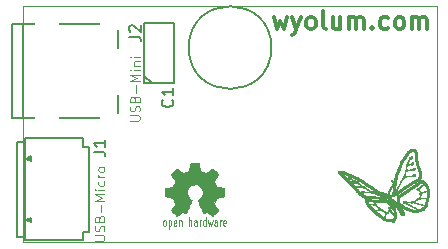
<source format=gto>
G04 #@! TF.FileFunction,Legend,Top*
%FSLAX46Y46*%
G04 Gerber Fmt 4.6, Leading zero omitted, Abs format (unit mm)*
G04 Created by KiCad (PCBNEW 0.201501310101+5397~21~ubuntu14.10.1-product) date Sunday 01 February 2015 07:02:43 PM IST*
%MOMM*%
G01*
G04 APERTURE LIST*
%ADD10C,0.100000*%
%ADD11C,0.300000*%
%ADD12C,0.150000*%
%ADD13C,0.075000*%
%ADD14C,0.002540*%
%ADD15C,0.152400*%
%ADD16R,1.800000X0.600000*%
%ADD17R,2.000000X1.600000*%
%ADD18C,1.100000*%
%ADD19C,6.500000*%
%ADD20R,1.350000X0.400000*%
%ADD21R,1.400000X1.600000*%
%ADD22R,1.900000X1.900000*%
%ADD23C,1.800000*%
%ADD24C,1.397000*%
%ADD25R,1.700000X1.700000*%
%ADD26C,1.700000*%
%ADD27C,1.600000*%
%ADD28C,3.000000*%
G04 APERTURE END LIST*
D10*
D11*
X50678572Y-25428571D02*
X50964286Y-26428571D01*
X51250000Y-25714286D01*
X51535715Y-26428571D01*
X51821429Y-25428571D01*
X52250001Y-25428571D02*
X52607144Y-26428571D01*
X52964286Y-25428571D02*
X52607144Y-26428571D01*
X52464286Y-26785714D01*
X52392858Y-26857143D01*
X52250001Y-26928571D01*
X53750001Y-26428571D02*
X53607143Y-26357143D01*
X53535715Y-26285714D01*
X53464286Y-26142857D01*
X53464286Y-25714286D01*
X53535715Y-25571429D01*
X53607143Y-25500000D01*
X53750001Y-25428571D01*
X53964286Y-25428571D01*
X54107143Y-25500000D01*
X54178572Y-25571429D01*
X54250001Y-25714286D01*
X54250001Y-26142857D01*
X54178572Y-26285714D01*
X54107143Y-26357143D01*
X53964286Y-26428571D01*
X53750001Y-26428571D01*
X55107144Y-26428571D02*
X54964286Y-26357143D01*
X54892858Y-26214286D01*
X54892858Y-24928571D01*
X56321429Y-25428571D02*
X56321429Y-26428571D01*
X55678572Y-25428571D02*
X55678572Y-26214286D01*
X55750000Y-26357143D01*
X55892858Y-26428571D01*
X56107143Y-26428571D01*
X56250000Y-26357143D01*
X56321429Y-26285714D01*
X57035715Y-26428571D02*
X57035715Y-25428571D01*
X57035715Y-25571429D02*
X57107143Y-25500000D01*
X57250001Y-25428571D01*
X57464286Y-25428571D01*
X57607143Y-25500000D01*
X57678572Y-25642857D01*
X57678572Y-26428571D01*
X57678572Y-25642857D02*
X57750001Y-25500000D01*
X57892858Y-25428571D01*
X58107143Y-25428571D01*
X58250001Y-25500000D01*
X58321429Y-25642857D01*
X58321429Y-26428571D01*
X59035715Y-26285714D02*
X59107143Y-26357143D01*
X59035715Y-26428571D01*
X58964286Y-26357143D01*
X59035715Y-26285714D01*
X59035715Y-26428571D01*
X60392858Y-26357143D02*
X60250001Y-26428571D01*
X59964287Y-26428571D01*
X59821429Y-26357143D01*
X59750001Y-26285714D01*
X59678572Y-26142857D01*
X59678572Y-25714286D01*
X59750001Y-25571429D01*
X59821429Y-25500000D01*
X59964287Y-25428571D01*
X60250001Y-25428571D01*
X60392858Y-25500000D01*
X61250001Y-26428571D02*
X61107143Y-26357143D01*
X61035715Y-26285714D01*
X60964286Y-26142857D01*
X60964286Y-25714286D01*
X61035715Y-25571429D01*
X61107143Y-25500000D01*
X61250001Y-25428571D01*
X61464286Y-25428571D01*
X61607143Y-25500000D01*
X61678572Y-25571429D01*
X61750001Y-25714286D01*
X61750001Y-26142857D01*
X61678572Y-26285714D01*
X61607143Y-26357143D01*
X61464286Y-26428571D01*
X61250001Y-26428571D01*
X62392858Y-26428571D02*
X62392858Y-25428571D01*
X62392858Y-25571429D02*
X62464286Y-25500000D01*
X62607144Y-25428571D01*
X62821429Y-25428571D01*
X62964286Y-25500000D01*
X63035715Y-25642857D01*
X63035715Y-26428571D01*
X63035715Y-25642857D02*
X63107144Y-25500000D01*
X63250001Y-25428571D01*
X63464286Y-25428571D01*
X63607144Y-25500000D01*
X63678572Y-25642857D01*
X63678572Y-26428571D01*
D10*
X29500000Y-44500000D02*
X29500000Y-24500000D01*
X64500000Y-44500000D02*
X29500000Y-44500000D01*
X64500000Y-24500000D02*
X64500000Y-44500000D01*
X29500000Y-24500000D02*
X64500000Y-24500000D01*
D12*
X28500000Y-26000000D02*
X28500000Y-34000000D01*
X29500000Y-26000000D02*
X29500000Y-34000000D01*
X37500000Y-32000000D02*
X37500000Y-33500000D01*
X37500000Y-26500000D02*
X37500000Y-28000000D01*
X32500000Y-34000000D02*
X36000000Y-34000000D01*
X28500000Y-34000000D02*
X30500000Y-34000000D01*
X28500000Y-26000000D02*
X30500000Y-26000000D01*
X32500000Y-26000000D02*
X36000000Y-26000000D01*
D13*
X46160000Y-42620000D02*
X46160000Y-43080000D01*
X46250000Y-42620000D02*
X46300000Y-42620000D01*
X46200000Y-42650000D02*
X46250000Y-42620000D01*
X46180000Y-42670000D02*
X46200000Y-42650000D01*
X46160000Y-42740000D02*
X46180000Y-42670000D01*
X46600000Y-43080000D02*
X46650000Y-43050000D01*
X46500000Y-43080000D02*
X46600000Y-43080000D01*
X46460000Y-43050000D02*
X46500000Y-43080000D01*
X46440000Y-42980000D02*
X46460000Y-43050000D01*
X46440000Y-42710000D02*
X46440000Y-42980000D01*
X46470000Y-42650000D02*
X46440000Y-42710000D01*
X46510000Y-42620000D02*
X46470000Y-42650000D01*
X46610000Y-42620000D02*
X46510000Y-42620000D01*
X46650000Y-42660000D02*
X46610000Y-42620000D01*
X46670000Y-42730000D02*
X46650000Y-42660000D01*
X46670000Y-42850000D02*
X46670000Y-42730000D01*
X46670000Y-42850000D02*
X46440000Y-42850000D01*
X45920000Y-42710000D02*
X45920000Y-43080000D01*
X45890000Y-42650000D02*
X45920000Y-42710000D01*
X45850000Y-42620000D02*
X45890000Y-42650000D01*
X45750000Y-42620000D02*
X45850000Y-42620000D01*
X45700000Y-42650000D02*
X45750000Y-42620000D01*
X45760000Y-42810000D02*
X45710000Y-42840000D01*
X45880000Y-42810000D02*
X45760000Y-42810000D01*
X45920000Y-42780000D02*
X45880000Y-42810000D01*
X45870000Y-43080000D02*
X45920000Y-43040000D01*
X45750000Y-43080000D02*
X45870000Y-43080000D01*
X45700000Y-43040000D02*
X45750000Y-43080000D01*
X45680000Y-42980000D02*
X45700000Y-43040000D01*
X45680000Y-42910000D02*
X45680000Y-42980000D01*
X45710000Y-42840000D02*
X45680000Y-42910000D01*
X45130000Y-42620000D02*
X45230000Y-43080000D01*
X45230000Y-43080000D02*
X45320000Y-42740000D01*
X45320000Y-42740000D02*
X45420000Y-43080000D01*
X45420000Y-43080000D02*
X45520000Y-42620000D01*
X44940000Y-43050000D02*
X44900000Y-43080000D01*
X44900000Y-43080000D02*
X44790000Y-43080000D01*
X44790000Y-43080000D02*
X44750000Y-43050000D01*
X44750000Y-43050000D02*
X44730000Y-43020000D01*
X44730000Y-43020000D02*
X44700000Y-42950000D01*
X44700000Y-42950000D02*
X44700000Y-42750000D01*
X44700000Y-42750000D02*
X44730000Y-42680000D01*
X44730000Y-42680000D02*
X44750000Y-42650000D01*
X44750000Y-42650000D02*
X44810000Y-42610000D01*
X44810000Y-42610000D02*
X44880000Y-42610000D01*
X44880000Y-42610000D02*
X44940000Y-42650000D01*
X44940000Y-42380000D02*
X44940000Y-43080000D01*
X44420000Y-42740000D02*
X44440000Y-42670000D01*
X44440000Y-42670000D02*
X44460000Y-42650000D01*
X44460000Y-42650000D02*
X44510000Y-42620000D01*
X44510000Y-42620000D02*
X44560000Y-42620000D01*
X44420000Y-42620000D02*
X44420000Y-43080000D01*
X43970000Y-42840000D02*
X43940000Y-42910000D01*
X43940000Y-42910000D02*
X43940000Y-42980000D01*
X43940000Y-42980000D02*
X43960000Y-43040000D01*
X43960000Y-43040000D02*
X44010000Y-43080000D01*
X44010000Y-43080000D02*
X44130000Y-43080000D01*
X44130000Y-43080000D02*
X44180000Y-43040000D01*
X44180000Y-42780000D02*
X44140000Y-42810000D01*
X44140000Y-42810000D02*
X44020000Y-42810000D01*
X44020000Y-42810000D02*
X43970000Y-42840000D01*
X43960000Y-42650000D02*
X44010000Y-42620000D01*
X44010000Y-42620000D02*
X44110000Y-42620000D01*
X44110000Y-42620000D02*
X44150000Y-42650000D01*
X44150000Y-42650000D02*
X44180000Y-42710000D01*
X44180000Y-42710000D02*
X44180000Y-43080000D01*
X43510000Y-42690000D02*
X43530000Y-42650000D01*
X43530000Y-42650000D02*
X43580000Y-42620000D01*
X43580000Y-42620000D02*
X43660000Y-42620000D01*
X43660000Y-42620000D02*
X43700000Y-42650000D01*
X43700000Y-42650000D02*
X43720000Y-42710000D01*
X43720000Y-42710000D02*
X43720000Y-43080000D01*
X43510000Y-42380000D02*
X43510000Y-43080000D01*
X42460000Y-42850000D02*
X42230000Y-42850000D01*
X42680000Y-42680000D02*
X42700000Y-42650000D01*
X42700000Y-42650000D02*
X42740000Y-42620000D01*
X42740000Y-42620000D02*
X42830000Y-42620000D01*
X42830000Y-42620000D02*
X42870000Y-42650000D01*
X42870000Y-42650000D02*
X42890000Y-42710000D01*
X42890000Y-42710000D02*
X42890000Y-43080000D01*
X42680000Y-42620000D02*
X42680000Y-43080000D01*
X42460000Y-42850000D02*
X42460000Y-42730000D01*
X42460000Y-42730000D02*
X42440000Y-42660000D01*
X42440000Y-42660000D02*
X42400000Y-42620000D01*
X42400000Y-42620000D02*
X42300000Y-42620000D01*
X42300000Y-42620000D02*
X42260000Y-42650000D01*
X42260000Y-42650000D02*
X42230000Y-42710000D01*
X42230000Y-42710000D02*
X42230000Y-42980000D01*
X42230000Y-42980000D02*
X42250000Y-43050000D01*
X42250000Y-43050000D02*
X42290000Y-43080000D01*
X42290000Y-43080000D02*
X42390000Y-43080000D01*
X42390000Y-43080000D02*
X42440000Y-43050000D01*
X41800000Y-42650000D02*
X41840000Y-42620000D01*
X41840000Y-42620000D02*
X41940000Y-42620000D01*
X41940000Y-42620000D02*
X41980000Y-42650000D01*
X41980000Y-42650000D02*
X42010000Y-42680000D01*
X42010000Y-42680000D02*
X42030000Y-42740000D01*
X42030000Y-42740000D02*
X42030000Y-42960000D01*
X42030000Y-42960000D02*
X42010000Y-43020000D01*
X42010000Y-43020000D02*
X41990000Y-43050000D01*
X41990000Y-43050000D02*
X41950000Y-43080000D01*
X41950000Y-43080000D02*
X41850000Y-43080000D01*
X41850000Y-43080000D02*
X41800000Y-43050000D01*
X41800000Y-43320000D02*
X41800000Y-42620000D01*
X41490000Y-42620000D02*
X41410000Y-42620000D01*
X41410000Y-42620000D02*
X41370000Y-42650000D01*
X41370000Y-42650000D02*
X41350000Y-42680000D01*
X41350000Y-42680000D02*
X41320000Y-42750000D01*
X41410000Y-43080000D02*
X41490000Y-43080000D01*
X41490000Y-43080000D02*
X41540000Y-43050000D01*
X41540000Y-43050000D02*
X41560000Y-43020000D01*
X41560000Y-43020000D02*
X41580000Y-42950000D01*
X41580000Y-42950000D02*
X41580000Y-42750000D01*
X41580000Y-42750000D02*
X41560000Y-42690000D01*
X41560000Y-42690000D02*
X41540000Y-42660000D01*
X41540000Y-42660000D02*
X41490000Y-42620000D01*
X41320000Y-42750000D02*
X41320000Y-42950000D01*
X41320000Y-42950000D02*
X41340000Y-43010000D01*
X41340000Y-43010000D02*
X41360000Y-43040000D01*
X41360000Y-43040000D02*
X41410000Y-43080000D01*
D14*
G36*
X42486160Y-42245360D02*
X42511560Y-42230120D01*
X42569980Y-42194560D01*
X42653800Y-42138680D01*
X42752860Y-42072640D01*
X42851920Y-42006600D01*
X42933200Y-41953260D01*
X42989080Y-41915160D01*
X43014480Y-41902460D01*
X43027180Y-41907540D01*
X43072900Y-41930400D01*
X43141480Y-41965960D01*
X43182120Y-41986280D01*
X43243080Y-42011680D01*
X43276100Y-42019300D01*
X43281180Y-42009140D01*
X43304040Y-41960880D01*
X43339600Y-41879600D01*
X43385320Y-41770380D01*
X43441200Y-41643380D01*
X43497080Y-41508760D01*
X43555500Y-41369060D01*
X43611380Y-41234440D01*
X43659640Y-41115060D01*
X43700280Y-41018540D01*
X43725680Y-40949960D01*
X43735840Y-40922020D01*
X43733300Y-40914400D01*
X43700280Y-40883920D01*
X43646940Y-40843280D01*
X43527560Y-40746760D01*
X43410720Y-40601980D01*
X43339600Y-40436880D01*
X43316740Y-40251460D01*
X43337060Y-40081280D01*
X43403100Y-39918720D01*
X43517400Y-39771400D01*
X43657100Y-39662180D01*
X43819660Y-39593600D01*
X44000000Y-39570740D01*
X44172720Y-39591060D01*
X44340360Y-39657100D01*
X44487680Y-39768860D01*
X44551180Y-39839980D01*
X44637540Y-39989840D01*
X44685800Y-40147320D01*
X44690880Y-40187960D01*
X44683260Y-40363220D01*
X44632460Y-40533400D01*
X44538480Y-40683260D01*
X44408940Y-40807720D01*
X44393700Y-40817880D01*
X44335280Y-40863600D01*
X44294640Y-40894080D01*
X44264160Y-40919480D01*
X44487680Y-41457960D01*
X44523240Y-41541780D01*
X44584200Y-41689100D01*
X44637540Y-41816100D01*
X44680720Y-41917700D01*
X44711200Y-41983740D01*
X44723900Y-42011680D01*
X44723900Y-42014220D01*
X44744220Y-42016760D01*
X44784860Y-42001520D01*
X44861060Y-41965960D01*
X44909320Y-41940560D01*
X44967740Y-41912620D01*
X44993140Y-41902460D01*
X45016000Y-41915160D01*
X45069340Y-41950720D01*
X45150620Y-42004060D01*
X45247140Y-42067560D01*
X45338580Y-42131060D01*
X45422400Y-42186940D01*
X45483360Y-42225040D01*
X45513840Y-42242820D01*
X45518920Y-42242820D01*
X45544320Y-42227580D01*
X45592580Y-42186940D01*
X45666240Y-42118360D01*
X45770380Y-42014220D01*
X45785620Y-41998980D01*
X45871980Y-41912620D01*
X45940560Y-41838960D01*
X45986280Y-41788160D01*
X46004060Y-41765300D01*
X46004060Y-41765300D01*
X45988820Y-41734820D01*
X45950720Y-41673860D01*
X45894840Y-41587500D01*
X45826260Y-41488440D01*
X45648460Y-41229360D01*
X45744980Y-40985520D01*
X45775460Y-40909320D01*
X45813560Y-40820420D01*
X45841500Y-40754380D01*
X45856740Y-40726440D01*
X45882140Y-40716280D01*
X45950720Y-40701040D01*
X46047240Y-40680720D01*
X46161540Y-40660400D01*
X46273300Y-40640080D01*
X46372360Y-40619760D01*
X46443480Y-40607060D01*
X46476500Y-40599440D01*
X46484120Y-40594360D01*
X46491740Y-40579120D01*
X46494280Y-40546100D01*
X46496820Y-40485140D01*
X46499360Y-40391160D01*
X46499360Y-40251460D01*
X46499360Y-40236220D01*
X46496820Y-40106680D01*
X46494280Y-40000000D01*
X46491740Y-39933960D01*
X46486660Y-39906020D01*
X46486660Y-39906020D01*
X46456180Y-39898400D01*
X46385060Y-39883160D01*
X46286000Y-39865380D01*
X46166620Y-39842520D01*
X46159000Y-39839980D01*
X46042160Y-39817120D01*
X45943100Y-39796800D01*
X45871980Y-39781560D01*
X45844040Y-39771400D01*
X45836420Y-39763780D01*
X45813560Y-39718060D01*
X45780540Y-39644400D01*
X45739900Y-39555500D01*
X45701800Y-39461520D01*
X45668780Y-39377700D01*
X45645920Y-39316740D01*
X45638300Y-39288800D01*
X45640840Y-39286260D01*
X45658620Y-39258320D01*
X45699260Y-39197360D01*
X45755140Y-39113540D01*
X45823720Y-39011940D01*
X45828800Y-39004320D01*
X45897380Y-38905260D01*
X45953260Y-38818900D01*
X45988820Y-38760480D01*
X46004060Y-38732540D01*
X46004060Y-38730000D01*
X45981200Y-38699520D01*
X45930400Y-38643640D01*
X45856740Y-38567440D01*
X45770380Y-38478540D01*
X45742440Y-38453140D01*
X45643380Y-38356620D01*
X45577340Y-38295660D01*
X45534160Y-38262640D01*
X45513840Y-38255020D01*
X45513840Y-38255020D01*
X45483360Y-38272800D01*
X45419860Y-38313440D01*
X45336040Y-38371860D01*
X45234440Y-38440440D01*
X45226820Y-38445520D01*
X45127760Y-38514100D01*
X45043940Y-38569980D01*
X44985520Y-38610620D01*
X44957580Y-38625860D01*
X44955040Y-38625860D01*
X44914400Y-38613160D01*
X44843280Y-38587760D01*
X44754380Y-38554740D01*
X44662940Y-38516640D01*
X44579120Y-38481080D01*
X44515620Y-38453140D01*
X44485140Y-38435360D01*
X44485140Y-38435360D01*
X44474980Y-38399800D01*
X44457200Y-38323600D01*
X44436880Y-38222000D01*
X44411480Y-38100080D01*
X44408940Y-38079760D01*
X44386080Y-37960380D01*
X44368300Y-37861320D01*
X44353060Y-37792740D01*
X44345440Y-37764800D01*
X44330200Y-37762260D01*
X44271780Y-37757180D01*
X44182880Y-37754640D01*
X44073660Y-37754640D01*
X43961900Y-37754640D01*
X43852680Y-37757180D01*
X43758700Y-37759720D01*
X43690120Y-37764800D01*
X43662180Y-37769880D01*
X43662180Y-37772420D01*
X43652020Y-37810520D01*
X43634240Y-37884180D01*
X43613920Y-37988320D01*
X43591060Y-38110240D01*
X43585980Y-38133100D01*
X43563120Y-38249940D01*
X43542800Y-38349000D01*
X43530100Y-38415040D01*
X43522480Y-38442980D01*
X43509780Y-38448060D01*
X43461520Y-38468380D01*
X43382780Y-38501400D01*
X43283720Y-38542040D01*
X43055120Y-38633480D01*
X42773180Y-38442980D01*
X42747780Y-38425200D01*
X42646180Y-38356620D01*
X42564900Y-38300740D01*
X42506480Y-38262640D01*
X42483620Y-38249940D01*
X42481080Y-38249940D01*
X42453140Y-38275340D01*
X42397260Y-38328680D01*
X42321060Y-38402340D01*
X42232160Y-38488700D01*
X42168660Y-38554740D01*
X42089920Y-38633480D01*
X42041660Y-38686820D01*
X42013720Y-38719840D01*
X42006100Y-38740160D01*
X42008640Y-38755400D01*
X42026420Y-38783340D01*
X42067060Y-38844300D01*
X42125480Y-38930660D01*
X42194060Y-39029720D01*
X42249940Y-39113540D01*
X42310900Y-39207520D01*
X42349000Y-39273560D01*
X42364240Y-39306580D01*
X42359160Y-39319280D01*
X42341380Y-39375160D01*
X42305820Y-39458980D01*
X42265180Y-39558040D01*
X42166120Y-39779020D01*
X42021340Y-39806960D01*
X41932440Y-39824740D01*
X41810520Y-39847600D01*
X41691140Y-39870460D01*
X41508260Y-39906020D01*
X41500640Y-40581660D01*
X41528580Y-40594360D01*
X41556520Y-40601980D01*
X41625100Y-40617220D01*
X41721620Y-40637540D01*
X41838460Y-40657860D01*
X41934980Y-40675640D01*
X42034040Y-40695960D01*
X42105160Y-40708660D01*
X42135640Y-40716280D01*
X42145800Y-40726440D01*
X42168660Y-40774700D01*
X42204220Y-40850900D01*
X42244860Y-40942340D01*
X42282960Y-41036320D01*
X42318520Y-41125220D01*
X42341380Y-41191260D01*
X42351540Y-41224280D01*
X42338840Y-41252220D01*
X42300740Y-41310640D01*
X42247400Y-41391920D01*
X42178820Y-41490980D01*
X42112780Y-41587500D01*
X42054360Y-41671320D01*
X42016260Y-41732280D01*
X41998480Y-41760220D01*
X42008640Y-41778000D01*
X42046740Y-41826260D01*
X42120400Y-41902460D01*
X42232160Y-42011680D01*
X42249940Y-42029460D01*
X42336300Y-42113280D01*
X42409960Y-42181860D01*
X42463300Y-42227580D01*
X42486160Y-42245360D01*
X42486160Y-42245360D01*
G37*
X42486160Y-42245360D02*
X42511560Y-42230120D01*
X42569980Y-42194560D01*
X42653800Y-42138680D01*
X42752860Y-42072640D01*
X42851920Y-42006600D01*
X42933200Y-41953260D01*
X42989080Y-41915160D01*
X43014480Y-41902460D01*
X43027180Y-41907540D01*
X43072900Y-41930400D01*
X43141480Y-41965960D01*
X43182120Y-41986280D01*
X43243080Y-42011680D01*
X43276100Y-42019300D01*
X43281180Y-42009140D01*
X43304040Y-41960880D01*
X43339600Y-41879600D01*
X43385320Y-41770380D01*
X43441200Y-41643380D01*
X43497080Y-41508760D01*
X43555500Y-41369060D01*
X43611380Y-41234440D01*
X43659640Y-41115060D01*
X43700280Y-41018540D01*
X43725680Y-40949960D01*
X43735840Y-40922020D01*
X43733300Y-40914400D01*
X43700280Y-40883920D01*
X43646940Y-40843280D01*
X43527560Y-40746760D01*
X43410720Y-40601980D01*
X43339600Y-40436880D01*
X43316740Y-40251460D01*
X43337060Y-40081280D01*
X43403100Y-39918720D01*
X43517400Y-39771400D01*
X43657100Y-39662180D01*
X43819660Y-39593600D01*
X44000000Y-39570740D01*
X44172720Y-39591060D01*
X44340360Y-39657100D01*
X44487680Y-39768860D01*
X44551180Y-39839980D01*
X44637540Y-39989840D01*
X44685800Y-40147320D01*
X44690880Y-40187960D01*
X44683260Y-40363220D01*
X44632460Y-40533400D01*
X44538480Y-40683260D01*
X44408940Y-40807720D01*
X44393700Y-40817880D01*
X44335280Y-40863600D01*
X44294640Y-40894080D01*
X44264160Y-40919480D01*
X44487680Y-41457960D01*
X44523240Y-41541780D01*
X44584200Y-41689100D01*
X44637540Y-41816100D01*
X44680720Y-41917700D01*
X44711200Y-41983740D01*
X44723900Y-42011680D01*
X44723900Y-42014220D01*
X44744220Y-42016760D01*
X44784860Y-42001520D01*
X44861060Y-41965960D01*
X44909320Y-41940560D01*
X44967740Y-41912620D01*
X44993140Y-41902460D01*
X45016000Y-41915160D01*
X45069340Y-41950720D01*
X45150620Y-42004060D01*
X45247140Y-42067560D01*
X45338580Y-42131060D01*
X45422400Y-42186940D01*
X45483360Y-42225040D01*
X45513840Y-42242820D01*
X45518920Y-42242820D01*
X45544320Y-42227580D01*
X45592580Y-42186940D01*
X45666240Y-42118360D01*
X45770380Y-42014220D01*
X45785620Y-41998980D01*
X45871980Y-41912620D01*
X45940560Y-41838960D01*
X45986280Y-41788160D01*
X46004060Y-41765300D01*
X46004060Y-41765300D01*
X45988820Y-41734820D01*
X45950720Y-41673860D01*
X45894840Y-41587500D01*
X45826260Y-41488440D01*
X45648460Y-41229360D01*
X45744980Y-40985520D01*
X45775460Y-40909320D01*
X45813560Y-40820420D01*
X45841500Y-40754380D01*
X45856740Y-40726440D01*
X45882140Y-40716280D01*
X45950720Y-40701040D01*
X46047240Y-40680720D01*
X46161540Y-40660400D01*
X46273300Y-40640080D01*
X46372360Y-40619760D01*
X46443480Y-40607060D01*
X46476500Y-40599440D01*
X46484120Y-40594360D01*
X46491740Y-40579120D01*
X46494280Y-40546100D01*
X46496820Y-40485140D01*
X46499360Y-40391160D01*
X46499360Y-40251460D01*
X46499360Y-40236220D01*
X46496820Y-40106680D01*
X46494280Y-40000000D01*
X46491740Y-39933960D01*
X46486660Y-39906020D01*
X46486660Y-39906020D01*
X46456180Y-39898400D01*
X46385060Y-39883160D01*
X46286000Y-39865380D01*
X46166620Y-39842520D01*
X46159000Y-39839980D01*
X46042160Y-39817120D01*
X45943100Y-39796800D01*
X45871980Y-39781560D01*
X45844040Y-39771400D01*
X45836420Y-39763780D01*
X45813560Y-39718060D01*
X45780540Y-39644400D01*
X45739900Y-39555500D01*
X45701800Y-39461520D01*
X45668780Y-39377700D01*
X45645920Y-39316740D01*
X45638300Y-39288800D01*
X45640840Y-39286260D01*
X45658620Y-39258320D01*
X45699260Y-39197360D01*
X45755140Y-39113540D01*
X45823720Y-39011940D01*
X45828800Y-39004320D01*
X45897380Y-38905260D01*
X45953260Y-38818900D01*
X45988820Y-38760480D01*
X46004060Y-38732540D01*
X46004060Y-38730000D01*
X45981200Y-38699520D01*
X45930400Y-38643640D01*
X45856740Y-38567440D01*
X45770380Y-38478540D01*
X45742440Y-38453140D01*
X45643380Y-38356620D01*
X45577340Y-38295660D01*
X45534160Y-38262640D01*
X45513840Y-38255020D01*
X45513840Y-38255020D01*
X45483360Y-38272800D01*
X45419860Y-38313440D01*
X45336040Y-38371860D01*
X45234440Y-38440440D01*
X45226820Y-38445520D01*
X45127760Y-38514100D01*
X45043940Y-38569980D01*
X44985520Y-38610620D01*
X44957580Y-38625860D01*
X44955040Y-38625860D01*
X44914400Y-38613160D01*
X44843280Y-38587760D01*
X44754380Y-38554740D01*
X44662940Y-38516640D01*
X44579120Y-38481080D01*
X44515620Y-38453140D01*
X44485140Y-38435360D01*
X44485140Y-38435360D01*
X44474980Y-38399800D01*
X44457200Y-38323600D01*
X44436880Y-38222000D01*
X44411480Y-38100080D01*
X44408940Y-38079760D01*
X44386080Y-37960380D01*
X44368300Y-37861320D01*
X44353060Y-37792740D01*
X44345440Y-37764800D01*
X44330200Y-37762260D01*
X44271780Y-37757180D01*
X44182880Y-37754640D01*
X44073660Y-37754640D01*
X43961900Y-37754640D01*
X43852680Y-37757180D01*
X43758700Y-37759720D01*
X43690120Y-37764800D01*
X43662180Y-37769880D01*
X43662180Y-37772420D01*
X43652020Y-37810520D01*
X43634240Y-37884180D01*
X43613920Y-37988320D01*
X43591060Y-38110240D01*
X43585980Y-38133100D01*
X43563120Y-38249940D01*
X43542800Y-38349000D01*
X43530100Y-38415040D01*
X43522480Y-38442980D01*
X43509780Y-38448060D01*
X43461520Y-38468380D01*
X43382780Y-38501400D01*
X43283720Y-38542040D01*
X43055120Y-38633480D01*
X42773180Y-38442980D01*
X42747780Y-38425200D01*
X42646180Y-38356620D01*
X42564900Y-38300740D01*
X42506480Y-38262640D01*
X42483620Y-38249940D01*
X42481080Y-38249940D01*
X42453140Y-38275340D01*
X42397260Y-38328680D01*
X42321060Y-38402340D01*
X42232160Y-38488700D01*
X42168660Y-38554740D01*
X42089920Y-38633480D01*
X42041660Y-38686820D01*
X42013720Y-38719840D01*
X42006100Y-38740160D01*
X42008640Y-38755400D01*
X42026420Y-38783340D01*
X42067060Y-38844300D01*
X42125480Y-38930660D01*
X42194060Y-39029720D01*
X42249940Y-39113540D01*
X42310900Y-39207520D01*
X42349000Y-39273560D01*
X42364240Y-39306580D01*
X42359160Y-39319280D01*
X42341380Y-39375160D01*
X42305820Y-39458980D01*
X42265180Y-39558040D01*
X42166120Y-39779020D01*
X42021340Y-39806960D01*
X41932440Y-39824740D01*
X41810520Y-39847600D01*
X41691140Y-39870460D01*
X41508260Y-39906020D01*
X41500640Y-40581660D01*
X41528580Y-40594360D01*
X41556520Y-40601980D01*
X41625100Y-40617220D01*
X41721620Y-40637540D01*
X41838460Y-40657860D01*
X41934980Y-40675640D01*
X42034040Y-40695960D01*
X42105160Y-40708660D01*
X42135640Y-40716280D01*
X42145800Y-40726440D01*
X42168660Y-40774700D01*
X42204220Y-40850900D01*
X42244860Y-40942340D01*
X42282960Y-41036320D01*
X42318520Y-41125220D01*
X42341380Y-41191260D01*
X42351540Y-41224280D01*
X42338840Y-41252220D01*
X42300740Y-41310640D01*
X42247400Y-41391920D01*
X42178820Y-41490980D01*
X42112780Y-41587500D01*
X42054360Y-41671320D01*
X42016260Y-41732280D01*
X41998480Y-41760220D01*
X42008640Y-41778000D01*
X42046740Y-41826260D01*
X42120400Y-41902460D01*
X42232160Y-42011680D01*
X42249940Y-42029460D01*
X42336300Y-42113280D01*
X42409960Y-42181860D01*
X42463300Y-42227580D01*
X42486160Y-42245360D01*
G36*
X62340600Y-36558800D02*
X62366000Y-36558800D01*
X62366000Y-36584200D01*
X62340600Y-36584200D01*
X62340600Y-36558800D01*
X62340600Y-36558800D01*
G37*
X62340600Y-36558800D02*
X62366000Y-36558800D01*
X62366000Y-36584200D01*
X62340600Y-36584200D01*
X62340600Y-36558800D01*
G36*
X62366000Y-36558800D02*
X62391400Y-36558800D01*
X62391400Y-36584200D01*
X62366000Y-36584200D01*
X62366000Y-36558800D01*
X62366000Y-36558800D01*
G37*
X62366000Y-36558800D02*
X62391400Y-36558800D01*
X62391400Y-36584200D01*
X62366000Y-36584200D01*
X62366000Y-36558800D01*
G36*
X62391400Y-36558800D02*
X62416800Y-36558800D01*
X62416800Y-36584200D01*
X62391400Y-36584200D01*
X62391400Y-36558800D01*
X62391400Y-36558800D01*
G37*
X62391400Y-36558800D02*
X62416800Y-36558800D01*
X62416800Y-36584200D01*
X62391400Y-36584200D01*
X62391400Y-36558800D01*
G36*
X62416800Y-36558800D02*
X62442200Y-36558800D01*
X62442200Y-36584200D01*
X62416800Y-36584200D01*
X62416800Y-36558800D01*
X62416800Y-36558800D01*
G37*
X62416800Y-36558800D02*
X62442200Y-36558800D01*
X62442200Y-36584200D01*
X62416800Y-36584200D01*
X62416800Y-36558800D01*
G36*
X62442200Y-36558800D02*
X62467600Y-36558800D01*
X62467600Y-36584200D01*
X62442200Y-36584200D01*
X62442200Y-36558800D01*
X62442200Y-36558800D01*
G37*
X62442200Y-36558800D02*
X62467600Y-36558800D01*
X62467600Y-36584200D01*
X62442200Y-36584200D01*
X62442200Y-36558800D01*
G36*
X62315200Y-36584200D02*
X62340600Y-36584200D01*
X62340600Y-36609600D01*
X62315200Y-36609600D01*
X62315200Y-36584200D01*
X62315200Y-36584200D01*
G37*
X62315200Y-36584200D02*
X62340600Y-36584200D01*
X62340600Y-36609600D01*
X62315200Y-36609600D01*
X62315200Y-36584200D01*
G36*
X62340600Y-36584200D02*
X62366000Y-36584200D01*
X62366000Y-36609600D01*
X62340600Y-36609600D01*
X62340600Y-36584200D01*
X62340600Y-36584200D01*
G37*
X62340600Y-36584200D02*
X62366000Y-36584200D01*
X62366000Y-36609600D01*
X62340600Y-36609600D01*
X62340600Y-36584200D01*
G36*
X62366000Y-36584200D02*
X62391400Y-36584200D01*
X62391400Y-36609600D01*
X62366000Y-36609600D01*
X62366000Y-36584200D01*
X62366000Y-36584200D01*
G37*
X62366000Y-36584200D02*
X62391400Y-36584200D01*
X62391400Y-36609600D01*
X62366000Y-36609600D01*
X62366000Y-36584200D01*
G36*
X62391400Y-36584200D02*
X62416800Y-36584200D01*
X62416800Y-36609600D01*
X62391400Y-36609600D01*
X62391400Y-36584200D01*
X62391400Y-36584200D01*
G37*
X62391400Y-36584200D02*
X62416800Y-36584200D01*
X62416800Y-36609600D01*
X62391400Y-36609600D01*
X62391400Y-36584200D01*
G36*
X62416800Y-36584200D02*
X62442200Y-36584200D01*
X62442200Y-36609600D01*
X62416800Y-36609600D01*
X62416800Y-36584200D01*
X62416800Y-36584200D01*
G37*
X62416800Y-36584200D02*
X62442200Y-36584200D01*
X62442200Y-36609600D01*
X62416800Y-36609600D01*
X62416800Y-36584200D01*
G36*
X62442200Y-36584200D02*
X62467600Y-36584200D01*
X62467600Y-36609600D01*
X62442200Y-36609600D01*
X62442200Y-36584200D01*
X62442200Y-36584200D01*
G37*
X62442200Y-36584200D02*
X62467600Y-36584200D01*
X62467600Y-36609600D01*
X62442200Y-36609600D01*
X62442200Y-36584200D01*
G36*
X62467600Y-36584200D02*
X62493000Y-36584200D01*
X62493000Y-36609600D01*
X62467600Y-36609600D01*
X62467600Y-36584200D01*
X62467600Y-36584200D01*
G37*
X62467600Y-36584200D02*
X62493000Y-36584200D01*
X62493000Y-36609600D01*
X62467600Y-36609600D01*
X62467600Y-36584200D01*
G36*
X62493000Y-36584200D02*
X62518400Y-36584200D01*
X62518400Y-36609600D01*
X62493000Y-36609600D01*
X62493000Y-36584200D01*
X62493000Y-36584200D01*
G37*
X62493000Y-36584200D02*
X62518400Y-36584200D01*
X62518400Y-36609600D01*
X62493000Y-36609600D01*
X62493000Y-36584200D01*
G36*
X62518400Y-36584200D02*
X62543800Y-36584200D01*
X62543800Y-36609600D01*
X62518400Y-36609600D01*
X62518400Y-36584200D01*
X62518400Y-36584200D01*
G37*
X62518400Y-36584200D02*
X62543800Y-36584200D01*
X62543800Y-36609600D01*
X62518400Y-36609600D01*
X62518400Y-36584200D01*
G36*
X62543800Y-36584200D02*
X62569200Y-36584200D01*
X62569200Y-36609600D01*
X62543800Y-36609600D01*
X62543800Y-36584200D01*
X62543800Y-36584200D01*
G37*
X62543800Y-36584200D02*
X62569200Y-36584200D01*
X62569200Y-36609600D01*
X62543800Y-36609600D01*
X62543800Y-36584200D01*
G36*
X62264400Y-36609600D02*
X62289800Y-36609600D01*
X62289800Y-36635000D01*
X62264400Y-36635000D01*
X62264400Y-36609600D01*
X62264400Y-36609600D01*
G37*
X62264400Y-36609600D02*
X62289800Y-36609600D01*
X62289800Y-36635000D01*
X62264400Y-36635000D01*
X62264400Y-36609600D01*
G36*
X62289800Y-36609600D02*
X62315200Y-36609600D01*
X62315200Y-36635000D01*
X62289800Y-36635000D01*
X62289800Y-36609600D01*
X62289800Y-36609600D01*
G37*
X62289800Y-36609600D02*
X62315200Y-36609600D01*
X62315200Y-36635000D01*
X62289800Y-36635000D01*
X62289800Y-36609600D01*
G36*
X62315200Y-36609600D02*
X62340600Y-36609600D01*
X62340600Y-36635000D01*
X62315200Y-36635000D01*
X62315200Y-36609600D01*
X62315200Y-36609600D01*
G37*
X62315200Y-36609600D02*
X62340600Y-36609600D01*
X62340600Y-36635000D01*
X62315200Y-36635000D01*
X62315200Y-36609600D01*
G36*
X62340600Y-36609600D02*
X62366000Y-36609600D01*
X62366000Y-36635000D01*
X62340600Y-36635000D01*
X62340600Y-36609600D01*
X62340600Y-36609600D01*
G37*
X62340600Y-36609600D02*
X62366000Y-36609600D01*
X62366000Y-36635000D01*
X62340600Y-36635000D01*
X62340600Y-36609600D01*
G36*
X62366000Y-36609600D02*
X62391400Y-36609600D01*
X62391400Y-36635000D01*
X62366000Y-36635000D01*
X62366000Y-36609600D01*
X62366000Y-36609600D01*
G37*
X62366000Y-36609600D02*
X62391400Y-36609600D01*
X62391400Y-36635000D01*
X62366000Y-36635000D01*
X62366000Y-36609600D01*
G36*
X62391400Y-36609600D02*
X62416800Y-36609600D01*
X62416800Y-36635000D01*
X62391400Y-36635000D01*
X62391400Y-36609600D01*
X62391400Y-36609600D01*
G37*
X62391400Y-36609600D02*
X62416800Y-36609600D01*
X62416800Y-36635000D01*
X62391400Y-36635000D01*
X62391400Y-36609600D01*
G36*
X62416800Y-36609600D02*
X62442200Y-36609600D01*
X62442200Y-36635000D01*
X62416800Y-36635000D01*
X62416800Y-36609600D01*
X62416800Y-36609600D01*
G37*
X62416800Y-36609600D02*
X62442200Y-36609600D01*
X62442200Y-36635000D01*
X62416800Y-36635000D01*
X62416800Y-36609600D01*
G36*
X62442200Y-36609600D02*
X62467600Y-36609600D01*
X62467600Y-36635000D01*
X62442200Y-36635000D01*
X62442200Y-36609600D01*
X62442200Y-36609600D01*
G37*
X62442200Y-36609600D02*
X62467600Y-36609600D01*
X62467600Y-36635000D01*
X62442200Y-36635000D01*
X62442200Y-36609600D01*
G36*
X62467600Y-36609600D02*
X62493000Y-36609600D01*
X62493000Y-36635000D01*
X62467600Y-36635000D01*
X62467600Y-36609600D01*
X62467600Y-36609600D01*
G37*
X62467600Y-36609600D02*
X62493000Y-36609600D01*
X62493000Y-36635000D01*
X62467600Y-36635000D01*
X62467600Y-36609600D01*
G36*
X62493000Y-36609600D02*
X62518400Y-36609600D01*
X62518400Y-36635000D01*
X62493000Y-36635000D01*
X62493000Y-36609600D01*
X62493000Y-36609600D01*
G37*
X62493000Y-36609600D02*
X62518400Y-36609600D01*
X62518400Y-36635000D01*
X62493000Y-36635000D01*
X62493000Y-36609600D01*
G36*
X62518400Y-36609600D02*
X62543800Y-36609600D01*
X62543800Y-36635000D01*
X62518400Y-36635000D01*
X62518400Y-36609600D01*
X62518400Y-36609600D01*
G37*
X62518400Y-36609600D02*
X62543800Y-36609600D01*
X62543800Y-36635000D01*
X62518400Y-36635000D01*
X62518400Y-36609600D01*
G36*
X62543800Y-36609600D02*
X62569200Y-36609600D01*
X62569200Y-36635000D01*
X62543800Y-36635000D01*
X62543800Y-36609600D01*
X62543800Y-36609600D01*
G37*
X62543800Y-36609600D02*
X62569200Y-36609600D01*
X62569200Y-36635000D01*
X62543800Y-36635000D01*
X62543800Y-36609600D01*
G36*
X62569200Y-36609600D02*
X62594600Y-36609600D01*
X62594600Y-36635000D01*
X62569200Y-36635000D01*
X62569200Y-36609600D01*
X62569200Y-36609600D01*
G37*
X62569200Y-36609600D02*
X62594600Y-36609600D01*
X62594600Y-36635000D01*
X62569200Y-36635000D01*
X62569200Y-36609600D01*
G36*
X62594600Y-36609600D02*
X62620000Y-36609600D01*
X62620000Y-36635000D01*
X62594600Y-36635000D01*
X62594600Y-36609600D01*
X62594600Y-36609600D01*
G37*
X62594600Y-36609600D02*
X62620000Y-36609600D01*
X62620000Y-36635000D01*
X62594600Y-36635000D01*
X62594600Y-36609600D01*
G36*
X62620000Y-36609600D02*
X62645400Y-36609600D01*
X62645400Y-36635000D01*
X62620000Y-36635000D01*
X62620000Y-36609600D01*
X62620000Y-36609600D01*
G37*
X62620000Y-36609600D02*
X62645400Y-36609600D01*
X62645400Y-36635000D01*
X62620000Y-36635000D01*
X62620000Y-36609600D01*
G36*
X62213600Y-36635000D02*
X62239000Y-36635000D01*
X62239000Y-36660400D01*
X62213600Y-36660400D01*
X62213600Y-36635000D01*
X62213600Y-36635000D01*
G37*
X62213600Y-36635000D02*
X62239000Y-36635000D01*
X62239000Y-36660400D01*
X62213600Y-36660400D01*
X62213600Y-36635000D01*
G36*
X62239000Y-36635000D02*
X62264400Y-36635000D01*
X62264400Y-36660400D01*
X62239000Y-36660400D01*
X62239000Y-36635000D01*
X62239000Y-36635000D01*
G37*
X62239000Y-36635000D02*
X62264400Y-36635000D01*
X62264400Y-36660400D01*
X62239000Y-36660400D01*
X62239000Y-36635000D01*
G36*
X62264400Y-36635000D02*
X62289800Y-36635000D01*
X62289800Y-36660400D01*
X62264400Y-36660400D01*
X62264400Y-36635000D01*
X62264400Y-36635000D01*
G37*
X62264400Y-36635000D02*
X62289800Y-36635000D01*
X62289800Y-36660400D01*
X62264400Y-36660400D01*
X62264400Y-36635000D01*
G36*
X62289800Y-36635000D02*
X62315200Y-36635000D01*
X62315200Y-36660400D01*
X62289800Y-36660400D01*
X62289800Y-36635000D01*
X62289800Y-36635000D01*
G37*
X62289800Y-36635000D02*
X62315200Y-36635000D01*
X62315200Y-36660400D01*
X62289800Y-36660400D01*
X62289800Y-36635000D01*
G36*
X62315200Y-36635000D02*
X62340600Y-36635000D01*
X62340600Y-36660400D01*
X62315200Y-36660400D01*
X62315200Y-36635000D01*
X62315200Y-36635000D01*
G37*
X62315200Y-36635000D02*
X62340600Y-36635000D01*
X62340600Y-36660400D01*
X62315200Y-36660400D01*
X62315200Y-36635000D01*
G36*
X62340600Y-36635000D02*
X62366000Y-36635000D01*
X62366000Y-36660400D01*
X62340600Y-36660400D01*
X62340600Y-36635000D01*
X62340600Y-36635000D01*
G37*
X62340600Y-36635000D02*
X62366000Y-36635000D01*
X62366000Y-36660400D01*
X62340600Y-36660400D01*
X62340600Y-36635000D01*
G36*
X62366000Y-36635000D02*
X62391400Y-36635000D01*
X62391400Y-36660400D01*
X62366000Y-36660400D01*
X62366000Y-36635000D01*
X62366000Y-36635000D01*
G37*
X62366000Y-36635000D02*
X62391400Y-36635000D01*
X62391400Y-36660400D01*
X62366000Y-36660400D01*
X62366000Y-36635000D01*
G36*
X62391400Y-36635000D02*
X62416800Y-36635000D01*
X62416800Y-36660400D01*
X62391400Y-36660400D01*
X62391400Y-36635000D01*
X62391400Y-36635000D01*
G37*
X62391400Y-36635000D02*
X62416800Y-36635000D01*
X62416800Y-36660400D01*
X62391400Y-36660400D01*
X62391400Y-36635000D01*
G36*
X62416800Y-36635000D02*
X62442200Y-36635000D01*
X62442200Y-36660400D01*
X62416800Y-36660400D01*
X62416800Y-36635000D01*
X62416800Y-36635000D01*
G37*
X62416800Y-36635000D02*
X62442200Y-36635000D01*
X62442200Y-36660400D01*
X62416800Y-36660400D01*
X62416800Y-36635000D01*
G36*
X62442200Y-36635000D02*
X62467600Y-36635000D01*
X62467600Y-36660400D01*
X62442200Y-36660400D01*
X62442200Y-36635000D01*
X62442200Y-36635000D01*
G37*
X62442200Y-36635000D02*
X62467600Y-36635000D01*
X62467600Y-36660400D01*
X62442200Y-36660400D01*
X62442200Y-36635000D01*
G36*
X62467600Y-36635000D02*
X62493000Y-36635000D01*
X62493000Y-36660400D01*
X62467600Y-36660400D01*
X62467600Y-36635000D01*
X62467600Y-36635000D01*
G37*
X62467600Y-36635000D02*
X62493000Y-36635000D01*
X62493000Y-36660400D01*
X62467600Y-36660400D01*
X62467600Y-36635000D01*
G36*
X62493000Y-36635000D02*
X62518400Y-36635000D01*
X62518400Y-36660400D01*
X62493000Y-36660400D01*
X62493000Y-36635000D01*
X62493000Y-36635000D01*
G37*
X62493000Y-36635000D02*
X62518400Y-36635000D01*
X62518400Y-36660400D01*
X62493000Y-36660400D01*
X62493000Y-36635000D01*
G36*
X62518400Y-36635000D02*
X62543800Y-36635000D01*
X62543800Y-36660400D01*
X62518400Y-36660400D01*
X62518400Y-36635000D01*
X62518400Y-36635000D01*
G37*
X62518400Y-36635000D02*
X62543800Y-36635000D01*
X62543800Y-36660400D01*
X62518400Y-36660400D01*
X62518400Y-36635000D01*
G36*
X62543800Y-36635000D02*
X62569200Y-36635000D01*
X62569200Y-36660400D01*
X62543800Y-36660400D01*
X62543800Y-36635000D01*
X62543800Y-36635000D01*
G37*
X62543800Y-36635000D02*
X62569200Y-36635000D01*
X62569200Y-36660400D01*
X62543800Y-36660400D01*
X62543800Y-36635000D01*
G36*
X62569200Y-36635000D02*
X62594600Y-36635000D01*
X62594600Y-36660400D01*
X62569200Y-36660400D01*
X62569200Y-36635000D01*
X62569200Y-36635000D01*
G37*
X62569200Y-36635000D02*
X62594600Y-36635000D01*
X62594600Y-36660400D01*
X62569200Y-36660400D01*
X62569200Y-36635000D01*
G36*
X62594600Y-36635000D02*
X62620000Y-36635000D01*
X62620000Y-36660400D01*
X62594600Y-36660400D01*
X62594600Y-36635000D01*
X62594600Y-36635000D01*
G37*
X62594600Y-36635000D02*
X62620000Y-36635000D01*
X62620000Y-36660400D01*
X62594600Y-36660400D01*
X62594600Y-36635000D01*
G36*
X62620000Y-36635000D02*
X62645400Y-36635000D01*
X62645400Y-36660400D01*
X62620000Y-36660400D01*
X62620000Y-36635000D01*
X62620000Y-36635000D01*
G37*
X62620000Y-36635000D02*
X62645400Y-36635000D01*
X62645400Y-36660400D01*
X62620000Y-36660400D01*
X62620000Y-36635000D01*
G36*
X62645400Y-36635000D02*
X62670800Y-36635000D01*
X62670800Y-36660400D01*
X62645400Y-36660400D01*
X62645400Y-36635000D01*
X62645400Y-36635000D01*
G37*
X62645400Y-36635000D02*
X62670800Y-36635000D01*
X62670800Y-36660400D01*
X62645400Y-36660400D01*
X62645400Y-36635000D01*
G36*
X62188200Y-36660400D02*
X62213600Y-36660400D01*
X62213600Y-36685800D01*
X62188200Y-36685800D01*
X62188200Y-36660400D01*
X62188200Y-36660400D01*
G37*
X62188200Y-36660400D02*
X62213600Y-36660400D01*
X62213600Y-36685800D01*
X62188200Y-36685800D01*
X62188200Y-36660400D01*
G36*
X62213600Y-36660400D02*
X62239000Y-36660400D01*
X62239000Y-36685800D01*
X62213600Y-36685800D01*
X62213600Y-36660400D01*
X62213600Y-36660400D01*
G37*
X62213600Y-36660400D02*
X62239000Y-36660400D01*
X62239000Y-36685800D01*
X62213600Y-36685800D01*
X62213600Y-36660400D01*
G36*
X62239000Y-36660400D02*
X62264400Y-36660400D01*
X62264400Y-36685800D01*
X62239000Y-36685800D01*
X62239000Y-36660400D01*
X62239000Y-36660400D01*
G37*
X62239000Y-36660400D02*
X62264400Y-36660400D01*
X62264400Y-36685800D01*
X62239000Y-36685800D01*
X62239000Y-36660400D01*
G36*
X62264400Y-36660400D02*
X62289800Y-36660400D01*
X62289800Y-36685800D01*
X62264400Y-36685800D01*
X62264400Y-36660400D01*
X62264400Y-36660400D01*
G37*
X62264400Y-36660400D02*
X62289800Y-36660400D01*
X62289800Y-36685800D01*
X62264400Y-36685800D01*
X62264400Y-36660400D01*
G36*
X62289800Y-36660400D02*
X62315200Y-36660400D01*
X62315200Y-36685800D01*
X62289800Y-36685800D01*
X62289800Y-36660400D01*
X62289800Y-36660400D01*
G37*
X62289800Y-36660400D02*
X62315200Y-36660400D01*
X62315200Y-36685800D01*
X62289800Y-36685800D01*
X62289800Y-36660400D01*
G36*
X62315200Y-36660400D02*
X62340600Y-36660400D01*
X62340600Y-36685800D01*
X62315200Y-36685800D01*
X62315200Y-36660400D01*
X62315200Y-36660400D01*
G37*
X62315200Y-36660400D02*
X62340600Y-36660400D01*
X62340600Y-36685800D01*
X62315200Y-36685800D01*
X62315200Y-36660400D01*
G36*
X62340600Y-36660400D02*
X62366000Y-36660400D01*
X62366000Y-36685800D01*
X62340600Y-36685800D01*
X62340600Y-36660400D01*
X62340600Y-36660400D01*
G37*
X62340600Y-36660400D02*
X62366000Y-36660400D01*
X62366000Y-36685800D01*
X62340600Y-36685800D01*
X62340600Y-36660400D01*
G36*
X62366000Y-36660400D02*
X62391400Y-36660400D01*
X62391400Y-36685800D01*
X62366000Y-36685800D01*
X62366000Y-36660400D01*
X62366000Y-36660400D01*
G37*
X62366000Y-36660400D02*
X62391400Y-36660400D01*
X62391400Y-36685800D01*
X62366000Y-36685800D01*
X62366000Y-36660400D01*
G36*
X62391400Y-36660400D02*
X62416800Y-36660400D01*
X62416800Y-36685800D01*
X62391400Y-36685800D01*
X62391400Y-36660400D01*
X62391400Y-36660400D01*
G37*
X62391400Y-36660400D02*
X62416800Y-36660400D01*
X62416800Y-36685800D01*
X62391400Y-36685800D01*
X62391400Y-36660400D01*
G36*
X62416800Y-36660400D02*
X62442200Y-36660400D01*
X62442200Y-36685800D01*
X62416800Y-36685800D01*
X62416800Y-36660400D01*
X62416800Y-36660400D01*
G37*
X62416800Y-36660400D02*
X62442200Y-36660400D01*
X62442200Y-36685800D01*
X62416800Y-36685800D01*
X62416800Y-36660400D01*
G36*
X62442200Y-36660400D02*
X62467600Y-36660400D01*
X62467600Y-36685800D01*
X62442200Y-36685800D01*
X62442200Y-36660400D01*
X62442200Y-36660400D01*
G37*
X62442200Y-36660400D02*
X62467600Y-36660400D01*
X62467600Y-36685800D01*
X62442200Y-36685800D01*
X62442200Y-36660400D01*
G36*
X62467600Y-36660400D02*
X62493000Y-36660400D01*
X62493000Y-36685800D01*
X62467600Y-36685800D01*
X62467600Y-36660400D01*
X62467600Y-36660400D01*
G37*
X62467600Y-36660400D02*
X62493000Y-36660400D01*
X62493000Y-36685800D01*
X62467600Y-36685800D01*
X62467600Y-36660400D01*
G36*
X62493000Y-36660400D02*
X62518400Y-36660400D01*
X62518400Y-36685800D01*
X62493000Y-36685800D01*
X62493000Y-36660400D01*
X62493000Y-36660400D01*
G37*
X62493000Y-36660400D02*
X62518400Y-36660400D01*
X62518400Y-36685800D01*
X62493000Y-36685800D01*
X62493000Y-36660400D01*
G36*
X62518400Y-36660400D02*
X62543800Y-36660400D01*
X62543800Y-36685800D01*
X62518400Y-36685800D01*
X62518400Y-36660400D01*
X62518400Y-36660400D01*
G37*
X62518400Y-36660400D02*
X62543800Y-36660400D01*
X62543800Y-36685800D01*
X62518400Y-36685800D01*
X62518400Y-36660400D01*
G36*
X62543800Y-36660400D02*
X62569200Y-36660400D01*
X62569200Y-36685800D01*
X62543800Y-36685800D01*
X62543800Y-36660400D01*
X62543800Y-36660400D01*
G37*
X62543800Y-36660400D02*
X62569200Y-36660400D01*
X62569200Y-36685800D01*
X62543800Y-36685800D01*
X62543800Y-36660400D01*
G36*
X62569200Y-36660400D02*
X62594600Y-36660400D01*
X62594600Y-36685800D01*
X62569200Y-36685800D01*
X62569200Y-36660400D01*
X62569200Y-36660400D01*
G37*
X62569200Y-36660400D02*
X62594600Y-36660400D01*
X62594600Y-36685800D01*
X62569200Y-36685800D01*
X62569200Y-36660400D01*
G36*
X62594600Y-36660400D02*
X62620000Y-36660400D01*
X62620000Y-36685800D01*
X62594600Y-36685800D01*
X62594600Y-36660400D01*
X62594600Y-36660400D01*
G37*
X62594600Y-36660400D02*
X62620000Y-36660400D01*
X62620000Y-36685800D01*
X62594600Y-36685800D01*
X62594600Y-36660400D01*
G36*
X62620000Y-36660400D02*
X62645400Y-36660400D01*
X62645400Y-36685800D01*
X62620000Y-36685800D01*
X62620000Y-36660400D01*
X62620000Y-36660400D01*
G37*
X62620000Y-36660400D02*
X62645400Y-36660400D01*
X62645400Y-36685800D01*
X62620000Y-36685800D01*
X62620000Y-36660400D01*
G36*
X62645400Y-36660400D02*
X62670800Y-36660400D01*
X62670800Y-36685800D01*
X62645400Y-36685800D01*
X62645400Y-36660400D01*
X62645400Y-36660400D01*
G37*
X62645400Y-36660400D02*
X62670800Y-36660400D01*
X62670800Y-36685800D01*
X62645400Y-36685800D01*
X62645400Y-36660400D01*
G36*
X62670800Y-36660400D02*
X62696200Y-36660400D01*
X62696200Y-36685800D01*
X62670800Y-36685800D01*
X62670800Y-36660400D01*
X62670800Y-36660400D01*
G37*
X62670800Y-36660400D02*
X62696200Y-36660400D01*
X62696200Y-36685800D01*
X62670800Y-36685800D01*
X62670800Y-36660400D01*
G36*
X62137400Y-36685800D02*
X62162800Y-36685800D01*
X62162800Y-36711200D01*
X62137400Y-36711200D01*
X62137400Y-36685800D01*
X62137400Y-36685800D01*
G37*
X62137400Y-36685800D02*
X62162800Y-36685800D01*
X62162800Y-36711200D01*
X62137400Y-36711200D01*
X62137400Y-36685800D01*
G36*
X62162800Y-36685800D02*
X62188200Y-36685800D01*
X62188200Y-36711200D01*
X62162800Y-36711200D01*
X62162800Y-36685800D01*
X62162800Y-36685800D01*
G37*
X62162800Y-36685800D02*
X62188200Y-36685800D01*
X62188200Y-36711200D01*
X62162800Y-36711200D01*
X62162800Y-36685800D01*
G36*
X62188200Y-36685800D02*
X62213600Y-36685800D01*
X62213600Y-36711200D01*
X62188200Y-36711200D01*
X62188200Y-36685800D01*
X62188200Y-36685800D01*
G37*
X62188200Y-36685800D02*
X62213600Y-36685800D01*
X62213600Y-36711200D01*
X62188200Y-36711200D01*
X62188200Y-36685800D01*
G36*
X62213600Y-36685800D02*
X62239000Y-36685800D01*
X62239000Y-36711200D01*
X62213600Y-36711200D01*
X62213600Y-36685800D01*
X62213600Y-36685800D01*
G37*
X62213600Y-36685800D02*
X62239000Y-36685800D01*
X62239000Y-36711200D01*
X62213600Y-36711200D01*
X62213600Y-36685800D01*
G36*
X62239000Y-36685800D02*
X62264400Y-36685800D01*
X62264400Y-36711200D01*
X62239000Y-36711200D01*
X62239000Y-36685800D01*
X62239000Y-36685800D01*
G37*
X62239000Y-36685800D02*
X62264400Y-36685800D01*
X62264400Y-36711200D01*
X62239000Y-36711200D01*
X62239000Y-36685800D01*
G36*
X62264400Y-36685800D02*
X62289800Y-36685800D01*
X62289800Y-36711200D01*
X62264400Y-36711200D01*
X62264400Y-36685800D01*
X62264400Y-36685800D01*
G37*
X62264400Y-36685800D02*
X62289800Y-36685800D01*
X62289800Y-36711200D01*
X62264400Y-36711200D01*
X62264400Y-36685800D01*
G36*
X62289800Y-36685800D02*
X62315200Y-36685800D01*
X62315200Y-36711200D01*
X62289800Y-36711200D01*
X62289800Y-36685800D01*
X62289800Y-36685800D01*
G37*
X62289800Y-36685800D02*
X62315200Y-36685800D01*
X62315200Y-36711200D01*
X62289800Y-36711200D01*
X62289800Y-36685800D01*
G36*
X62315200Y-36685800D02*
X62340600Y-36685800D01*
X62340600Y-36711200D01*
X62315200Y-36711200D01*
X62315200Y-36685800D01*
X62315200Y-36685800D01*
G37*
X62315200Y-36685800D02*
X62340600Y-36685800D01*
X62340600Y-36711200D01*
X62315200Y-36711200D01*
X62315200Y-36685800D01*
G36*
X62340600Y-36685800D02*
X62366000Y-36685800D01*
X62366000Y-36711200D01*
X62340600Y-36711200D01*
X62340600Y-36685800D01*
X62340600Y-36685800D01*
G37*
X62340600Y-36685800D02*
X62366000Y-36685800D01*
X62366000Y-36711200D01*
X62340600Y-36711200D01*
X62340600Y-36685800D01*
G36*
X62366000Y-36685800D02*
X62391400Y-36685800D01*
X62391400Y-36711200D01*
X62366000Y-36711200D01*
X62366000Y-36685800D01*
X62366000Y-36685800D01*
G37*
X62366000Y-36685800D02*
X62391400Y-36685800D01*
X62391400Y-36711200D01*
X62366000Y-36711200D01*
X62366000Y-36685800D01*
G36*
X62391400Y-36685800D02*
X62416800Y-36685800D01*
X62416800Y-36711200D01*
X62391400Y-36711200D01*
X62391400Y-36685800D01*
X62391400Y-36685800D01*
G37*
X62391400Y-36685800D02*
X62416800Y-36685800D01*
X62416800Y-36711200D01*
X62391400Y-36711200D01*
X62391400Y-36685800D01*
G36*
X62416800Y-36685800D02*
X62442200Y-36685800D01*
X62442200Y-36711200D01*
X62416800Y-36711200D01*
X62416800Y-36685800D01*
X62416800Y-36685800D01*
G37*
X62416800Y-36685800D02*
X62442200Y-36685800D01*
X62442200Y-36711200D01*
X62416800Y-36711200D01*
X62416800Y-36685800D01*
G36*
X62442200Y-36685800D02*
X62467600Y-36685800D01*
X62467600Y-36711200D01*
X62442200Y-36711200D01*
X62442200Y-36685800D01*
X62442200Y-36685800D01*
G37*
X62442200Y-36685800D02*
X62467600Y-36685800D01*
X62467600Y-36711200D01*
X62442200Y-36711200D01*
X62442200Y-36685800D01*
G36*
X62467600Y-36685800D02*
X62493000Y-36685800D01*
X62493000Y-36711200D01*
X62467600Y-36711200D01*
X62467600Y-36685800D01*
X62467600Y-36685800D01*
G37*
X62467600Y-36685800D02*
X62493000Y-36685800D01*
X62493000Y-36711200D01*
X62467600Y-36711200D01*
X62467600Y-36685800D01*
G36*
X62493000Y-36685800D02*
X62518400Y-36685800D01*
X62518400Y-36711200D01*
X62493000Y-36711200D01*
X62493000Y-36685800D01*
X62493000Y-36685800D01*
G37*
X62493000Y-36685800D02*
X62518400Y-36685800D01*
X62518400Y-36711200D01*
X62493000Y-36711200D01*
X62493000Y-36685800D01*
G36*
X62518400Y-36685800D02*
X62543800Y-36685800D01*
X62543800Y-36711200D01*
X62518400Y-36711200D01*
X62518400Y-36685800D01*
X62518400Y-36685800D01*
G37*
X62518400Y-36685800D02*
X62543800Y-36685800D01*
X62543800Y-36711200D01*
X62518400Y-36711200D01*
X62518400Y-36685800D01*
G36*
X62543800Y-36685800D02*
X62569200Y-36685800D01*
X62569200Y-36711200D01*
X62543800Y-36711200D01*
X62543800Y-36685800D01*
X62543800Y-36685800D01*
G37*
X62543800Y-36685800D02*
X62569200Y-36685800D01*
X62569200Y-36711200D01*
X62543800Y-36711200D01*
X62543800Y-36685800D01*
G36*
X62569200Y-36685800D02*
X62594600Y-36685800D01*
X62594600Y-36711200D01*
X62569200Y-36711200D01*
X62569200Y-36685800D01*
X62569200Y-36685800D01*
G37*
X62569200Y-36685800D02*
X62594600Y-36685800D01*
X62594600Y-36711200D01*
X62569200Y-36711200D01*
X62569200Y-36685800D01*
G36*
X62594600Y-36685800D02*
X62620000Y-36685800D01*
X62620000Y-36711200D01*
X62594600Y-36711200D01*
X62594600Y-36685800D01*
X62594600Y-36685800D01*
G37*
X62594600Y-36685800D02*
X62620000Y-36685800D01*
X62620000Y-36711200D01*
X62594600Y-36711200D01*
X62594600Y-36685800D01*
G36*
X62620000Y-36685800D02*
X62645400Y-36685800D01*
X62645400Y-36711200D01*
X62620000Y-36711200D01*
X62620000Y-36685800D01*
X62620000Y-36685800D01*
G37*
X62620000Y-36685800D02*
X62645400Y-36685800D01*
X62645400Y-36711200D01*
X62620000Y-36711200D01*
X62620000Y-36685800D01*
G36*
X62645400Y-36685800D02*
X62670800Y-36685800D01*
X62670800Y-36711200D01*
X62645400Y-36711200D01*
X62645400Y-36685800D01*
X62645400Y-36685800D01*
G37*
X62645400Y-36685800D02*
X62670800Y-36685800D01*
X62670800Y-36711200D01*
X62645400Y-36711200D01*
X62645400Y-36685800D01*
G36*
X62670800Y-36685800D02*
X62696200Y-36685800D01*
X62696200Y-36711200D01*
X62670800Y-36711200D01*
X62670800Y-36685800D01*
X62670800Y-36685800D01*
G37*
X62670800Y-36685800D02*
X62696200Y-36685800D01*
X62696200Y-36711200D01*
X62670800Y-36711200D01*
X62670800Y-36685800D01*
G36*
X62112000Y-36711200D02*
X62137400Y-36711200D01*
X62137400Y-36736600D01*
X62112000Y-36736600D01*
X62112000Y-36711200D01*
X62112000Y-36711200D01*
G37*
X62112000Y-36711200D02*
X62137400Y-36711200D01*
X62137400Y-36736600D01*
X62112000Y-36736600D01*
X62112000Y-36711200D01*
G36*
X62137400Y-36711200D02*
X62162800Y-36711200D01*
X62162800Y-36736600D01*
X62137400Y-36736600D01*
X62137400Y-36711200D01*
X62137400Y-36711200D01*
G37*
X62137400Y-36711200D02*
X62162800Y-36711200D01*
X62162800Y-36736600D01*
X62137400Y-36736600D01*
X62137400Y-36711200D01*
G36*
X62162800Y-36711200D02*
X62188200Y-36711200D01*
X62188200Y-36736600D01*
X62162800Y-36736600D01*
X62162800Y-36711200D01*
X62162800Y-36711200D01*
G37*
X62162800Y-36711200D02*
X62188200Y-36711200D01*
X62188200Y-36736600D01*
X62162800Y-36736600D01*
X62162800Y-36711200D01*
G36*
X62188200Y-36711200D02*
X62213600Y-36711200D01*
X62213600Y-36736600D01*
X62188200Y-36736600D01*
X62188200Y-36711200D01*
X62188200Y-36711200D01*
G37*
X62188200Y-36711200D02*
X62213600Y-36711200D01*
X62213600Y-36736600D01*
X62188200Y-36736600D01*
X62188200Y-36711200D01*
G36*
X62213600Y-36711200D02*
X62239000Y-36711200D01*
X62239000Y-36736600D01*
X62213600Y-36736600D01*
X62213600Y-36711200D01*
X62213600Y-36711200D01*
G37*
X62213600Y-36711200D02*
X62239000Y-36711200D01*
X62239000Y-36736600D01*
X62213600Y-36736600D01*
X62213600Y-36711200D01*
G36*
X62239000Y-36711200D02*
X62264400Y-36711200D01*
X62264400Y-36736600D01*
X62239000Y-36736600D01*
X62239000Y-36711200D01*
X62239000Y-36711200D01*
G37*
X62239000Y-36711200D02*
X62264400Y-36711200D01*
X62264400Y-36736600D01*
X62239000Y-36736600D01*
X62239000Y-36711200D01*
G36*
X62264400Y-36711200D02*
X62289800Y-36711200D01*
X62289800Y-36736600D01*
X62264400Y-36736600D01*
X62264400Y-36711200D01*
X62264400Y-36711200D01*
G37*
X62264400Y-36711200D02*
X62289800Y-36711200D01*
X62289800Y-36736600D01*
X62264400Y-36736600D01*
X62264400Y-36711200D01*
G36*
X62289800Y-36711200D02*
X62315200Y-36711200D01*
X62315200Y-36736600D01*
X62289800Y-36736600D01*
X62289800Y-36711200D01*
X62289800Y-36711200D01*
G37*
X62289800Y-36711200D02*
X62315200Y-36711200D01*
X62315200Y-36736600D01*
X62289800Y-36736600D01*
X62289800Y-36711200D01*
G36*
X62315200Y-36711200D02*
X62340600Y-36711200D01*
X62340600Y-36736600D01*
X62315200Y-36736600D01*
X62315200Y-36711200D01*
X62315200Y-36711200D01*
G37*
X62315200Y-36711200D02*
X62340600Y-36711200D01*
X62340600Y-36736600D01*
X62315200Y-36736600D01*
X62315200Y-36711200D01*
G36*
X62340600Y-36711200D02*
X62366000Y-36711200D01*
X62366000Y-36736600D01*
X62340600Y-36736600D01*
X62340600Y-36711200D01*
X62340600Y-36711200D01*
G37*
X62340600Y-36711200D02*
X62366000Y-36711200D01*
X62366000Y-36736600D01*
X62340600Y-36736600D01*
X62340600Y-36711200D01*
G36*
X62366000Y-36711200D02*
X62391400Y-36711200D01*
X62391400Y-36736600D01*
X62366000Y-36736600D01*
X62366000Y-36711200D01*
X62366000Y-36711200D01*
G37*
X62366000Y-36711200D02*
X62391400Y-36711200D01*
X62391400Y-36736600D01*
X62366000Y-36736600D01*
X62366000Y-36711200D01*
G36*
X62391400Y-36711200D02*
X62416800Y-36711200D01*
X62416800Y-36736600D01*
X62391400Y-36736600D01*
X62391400Y-36711200D01*
X62391400Y-36711200D01*
G37*
X62391400Y-36711200D02*
X62416800Y-36711200D01*
X62416800Y-36736600D01*
X62391400Y-36736600D01*
X62391400Y-36711200D01*
G36*
X62416800Y-36711200D02*
X62442200Y-36711200D01*
X62442200Y-36736600D01*
X62416800Y-36736600D01*
X62416800Y-36711200D01*
X62416800Y-36711200D01*
G37*
X62416800Y-36711200D02*
X62442200Y-36711200D01*
X62442200Y-36736600D01*
X62416800Y-36736600D01*
X62416800Y-36711200D01*
G36*
X62442200Y-36711200D02*
X62467600Y-36711200D01*
X62467600Y-36736600D01*
X62442200Y-36736600D01*
X62442200Y-36711200D01*
X62442200Y-36711200D01*
G37*
X62442200Y-36711200D02*
X62467600Y-36711200D01*
X62467600Y-36736600D01*
X62442200Y-36736600D01*
X62442200Y-36711200D01*
G36*
X62467600Y-36711200D02*
X62493000Y-36711200D01*
X62493000Y-36736600D01*
X62467600Y-36736600D01*
X62467600Y-36711200D01*
X62467600Y-36711200D01*
G37*
X62467600Y-36711200D02*
X62493000Y-36711200D01*
X62493000Y-36736600D01*
X62467600Y-36736600D01*
X62467600Y-36711200D01*
G36*
X62493000Y-36711200D02*
X62518400Y-36711200D01*
X62518400Y-36736600D01*
X62493000Y-36736600D01*
X62493000Y-36711200D01*
X62493000Y-36711200D01*
G37*
X62493000Y-36711200D02*
X62518400Y-36711200D01*
X62518400Y-36736600D01*
X62493000Y-36736600D01*
X62493000Y-36711200D01*
G36*
X62518400Y-36711200D02*
X62543800Y-36711200D01*
X62543800Y-36736600D01*
X62518400Y-36736600D01*
X62518400Y-36711200D01*
X62518400Y-36711200D01*
G37*
X62518400Y-36711200D02*
X62543800Y-36711200D01*
X62543800Y-36736600D01*
X62518400Y-36736600D01*
X62518400Y-36711200D01*
G36*
X62543800Y-36711200D02*
X62569200Y-36711200D01*
X62569200Y-36736600D01*
X62543800Y-36736600D01*
X62543800Y-36711200D01*
X62543800Y-36711200D01*
G37*
X62543800Y-36711200D02*
X62569200Y-36711200D01*
X62569200Y-36736600D01*
X62543800Y-36736600D01*
X62543800Y-36711200D01*
G36*
X62569200Y-36711200D02*
X62594600Y-36711200D01*
X62594600Y-36736600D01*
X62569200Y-36736600D01*
X62569200Y-36711200D01*
X62569200Y-36711200D01*
G37*
X62569200Y-36711200D02*
X62594600Y-36711200D01*
X62594600Y-36736600D01*
X62569200Y-36736600D01*
X62569200Y-36711200D01*
G36*
X62594600Y-36711200D02*
X62620000Y-36711200D01*
X62620000Y-36736600D01*
X62594600Y-36736600D01*
X62594600Y-36711200D01*
X62594600Y-36711200D01*
G37*
X62594600Y-36711200D02*
X62620000Y-36711200D01*
X62620000Y-36736600D01*
X62594600Y-36736600D01*
X62594600Y-36711200D01*
G36*
X62620000Y-36711200D02*
X62645400Y-36711200D01*
X62645400Y-36736600D01*
X62620000Y-36736600D01*
X62620000Y-36711200D01*
X62620000Y-36711200D01*
G37*
X62620000Y-36711200D02*
X62645400Y-36711200D01*
X62645400Y-36736600D01*
X62620000Y-36736600D01*
X62620000Y-36711200D01*
G36*
X62645400Y-36711200D02*
X62670800Y-36711200D01*
X62670800Y-36736600D01*
X62645400Y-36736600D01*
X62645400Y-36711200D01*
X62645400Y-36711200D01*
G37*
X62645400Y-36711200D02*
X62670800Y-36711200D01*
X62670800Y-36736600D01*
X62645400Y-36736600D01*
X62645400Y-36711200D01*
G36*
X62670800Y-36711200D02*
X62696200Y-36711200D01*
X62696200Y-36736600D01*
X62670800Y-36736600D01*
X62670800Y-36711200D01*
X62670800Y-36711200D01*
G37*
X62670800Y-36711200D02*
X62696200Y-36711200D01*
X62696200Y-36736600D01*
X62670800Y-36736600D01*
X62670800Y-36711200D01*
G36*
X62696200Y-36711200D02*
X62721600Y-36711200D01*
X62721600Y-36736600D01*
X62696200Y-36736600D01*
X62696200Y-36711200D01*
X62696200Y-36711200D01*
G37*
X62696200Y-36711200D02*
X62721600Y-36711200D01*
X62721600Y-36736600D01*
X62696200Y-36736600D01*
X62696200Y-36711200D01*
G36*
X62061200Y-36736600D02*
X62086600Y-36736600D01*
X62086600Y-36762000D01*
X62061200Y-36762000D01*
X62061200Y-36736600D01*
X62061200Y-36736600D01*
G37*
X62061200Y-36736600D02*
X62086600Y-36736600D01*
X62086600Y-36762000D01*
X62061200Y-36762000D01*
X62061200Y-36736600D01*
G36*
X62086600Y-36736600D02*
X62112000Y-36736600D01*
X62112000Y-36762000D01*
X62086600Y-36762000D01*
X62086600Y-36736600D01*
X62086600Y-36736600D01*
G37*
X62086600Y-36736600D02*
X62112000Y-36736600D01*
X62112000Y-36762000D01*
X62086600Y-36762000D01*
X62086600Y-36736600D01*
G36*
X62112000Y-36736600D02*
X62137400Y-36736600D01*
X62137400Y-36762000D01*
X62112000Y-36762000D01*
X62112000Y-36736600D01*
X62112000Y-36736600D01*
G37*
X62112000Y-36736600D02*
X62137400Y-36736600D01*
X62137400Y-36762000D01*
X62112000Y-36762000D01*
X62112000Y-36736600D01*
G36*
X62137400Y-36736600D02*
X62162800Y-36736600D01*
X62162800Y-36762000D01*
X62137400Y-36762000D01*
X62137400Y-36736600D01*
X62137400Y-36736600D01*
G37*
X62137400Y-36736600D02*
X62162800Y-36736600D01*
X62162800Y-36762000D01*
X62137400Y-36762000D01*
X62137400Y-36736600D01*
G36*
X62162800Y-36736600D02*
X62188200Y-36736600D01*
X62188200Y-36762000D01*
X62162800Y-36762000D01*
X62162800Y-36736600D01*
X62162800Y-36736600D01*
G37*
X62162800Y-36736600D02*
X62188200Y-36736600D01*
X62188200Y-36762000D01*
X62162800Y-36762000D01*
X62162800Y-36736600D01*
G36*
X62188200Y-36736600D02*
X62213600Y-36736600D01*
X62213600Y-36762000D01*
X62188200Y-36762000D01*
X62188200Y-36736600D01*
X62188200Y-36736600D01*
G37*
X62188200Y-36736600D02*
X62213600Y-36736600D01*
X62213600Y-36762000D01*
X62188200Y-36762000D01*
X62188200Y-36736600D01*
G36*
X62213600Y-36736600D02*
X62239000Y-36736600D01*
X62239000Y-36762000D01*
X62213600Y-36762000D01*
X62213600Y-36736600D01*
X62213600Y-36736600D01*
G37*
X62213600Y-36736600D02*
X62239000Y-36736600D01*
X62239000Y-36762000D01*
X62213600Y-36762000D01*
X62213600Y-36736600D01*
G36*
X62239000Y-36736600D02*
X62264400Y-36736600D01*
X62264400Y-36762000D01*
X62239000Y-36762000D01*
X62239000Y-36736600D01*
X62239000Y-36736600D01*
G37*
X62239000Y-36736600D02*
X62264400Y-36736600D01*
X62264400Y-36762000D01*
X62239000Y-36762000D01*
X62239000Y-36736600D01*
G36*
X62264400Y-36736600D02*
X62289800Y-36736600D01*
X62289800Y-36762000D01*
X62264400Y-36762000D01*
X62264400Y-36736600D01*
X62264400Y-36736600D01*
G37*
X62264400Y-36736600D02*
X62289800Y-36736600D01*
X62289800Y-36762000D01*
X62264400Y-36762000D01*
X62264400Y-36736600D01*
G36*
X62289800Y-36736600D02*
X62315200Y-36736600D01*
X62315200Y-36762000D01*
X62289800Y-36762000D01*
X62289800Y-36736600D01*
X62289800Y-36736600D01*
G37*
X62289800Y-36736600D02*
X62315200Y-36736600D01*
X62315200Y-36762000D01*
X62289800Y-36762000D01*
X62289800Y-36736600D01*
G36*
X62315200Y-36736600D02*
X62340600Y-36736600D01*
X62340600Y-36762000D01*
X62315200Y-36762000D01*
X62315200Y-36736600D01*
X62315200Y-36736600D01*
G37*
X62315200Y-36736600D02*
X62340600Y-36736600D01*
X62340600Y-36762000D01*
X62315200Y-36762000D01*
X62315200Y-36736600D01*
G36*
X62340600Y-36736600D02*
X62366000Y-36736600D01*
X62366000Y-36762000D01*
X62340600Y-36762000D01*
X62340600Y-36736600D01*
X62340600Y-36736600D01*
G37*
X62340600Y-36736600D02*
X62366000Y-36736600D01*
X62366000Y-36762000D01*
X62340600Y-36762000D01*
X62340600Y-36736600D01*
G36*
X62518400Y-36736600D02*
X62543800Y-36736600D01*
X62543800Y-36762000D01*
X62518400Y-36762000D01*
X62518400Y-36736600D01*
X62518400Y-36736600D01*
G37*
X62518400Y-36736600D02*
X62543800Y-36736600D01*
X62543800Y-36762000D01*
X62518400Y-36762000D01*
X62518400Y-36736600D01*
G36*
X62543800Y-36736600D02*
X62569200Y-36736600D01*
X62569200Y-36762000D01*
X62543800Y-36762000D01*
X62543800Y-36736600D01*
X62543800Y-36736600D01*
G37*
X62543800Y-36736600D02*
X62569200Y-36736600D01*
X62569200Y-36762000D01*
X62543800Y-36762000D01*
X62543800Y-36736600D01*
G36*
X62569200Y-36736600D02*
X62594600Y-36736600D01*
X62594600Y-36762000D01*
X62569200Y-36762000D01*
X62569200Y-36736600D01*
X62569200Y-36736600D01*
G37*
X62569200Y-36736600D02*
X62594600Y-36736600D01*
X62594600Y-36762000D01*
X62569200Y-36762000D01*
X62569200Y-36736600D01*
G36*
X62594600Y-36736600D02*
X62620000Y-36736600D01*
X62620000Y-36762000D01*
X62594600Y-36762000D01*
X62594600Y-36736600D01*
X62594600Y-36736600D01*
G37*
X62594600Y-36736600D02*
X62620000Y-36736600D01*
X62620000Y-36762000D01*
X62594600Y-36762000D01*
X62594600Y-36736600D01*
G36*
X62620000Y-36736600D02*
X62645400Y-36736600D01*
X62645400Y-36762000D01*
X62620000Y-36762000D01*
X62620000Y-36736600D01*
X62620000Y-36736600D01*
G37*
X62620000Y-36736600D02*
X62645400Y-36736600D01*
X62645400Y-36762000D01*
X62620000Y-36762000D01*
X62620000Y-36736600D01*
G36*
X62645400Y-36736600D02*
X62670800Y-36736600D01*
X62670800Y-36762000D01*
X62645400Y-36762000D01*
X62645400Y-36736600D01*
X62645400Y-36736600D01*
G37*
X62645400Y-36736600D02*
X62670800Y-36736600D01*
X62670800Y-36762000D01*
X62645400Y-36762000D01*
X62645400Y-36736600D01*
G36*
X62670800Y-36736600D02*
X62696200Y-36736600D01*
X62696200Y-36762000D01*
X62670800Y-36762000D01*
X62670800Y-36736600D01*
X62670800Y-36736600D01*
G37*
X62670800Y-36736600D02*
X62696200Y-36736600D01*
X62696200Y-36762000D01*
X62670800Y-36762000D01*
X62670800Y-36736600D01*
G36*
X62696200Y-36736600D02*
X62721600Y-36736600D01*
X62721600Y-36762000D01*
X62696200Y-36762000D01*
X62696200Y-36736600D01*
X62696200Y-36736600D01*
G37*
X62696200Y-36736600D02*
X62721600Y-36736600D01*
X62721600Y-36762000D01*
X62696200Y-36762000D01*
X62696200Y-36736600D01*
G36*
X62035800Y-36762000D02*
X62061200Y-36762000D01*
X62061200Y-36787400D01*
X62035800Y-36787400D01*
X62035800Y-36762000D01*
X62035800Y-36762000D01*
G37*
X62035800Y-36762000D02*
X62061200Y-36762000D01*
X62061200Y-36787400D01*
X62035800Y-36787400D01*
X62035800Y-36762000D01*
G36*
X62061200Y-36762000D02*
X62086600Y-36762000D01*
X62086600Y-36787400D01*
X62061200Y-36787400D01*
X62061200Y-36762000D01*
X62061200Y-36762000D01*
G37*
X62061200Y-36762000D02*
X62086600Y-36762000D01*
X62086600Y-36787400D01*
X62061200Y-36787400D01*
X62061200Y-36762000D01*
G36*
X62086600Y-36762000D02*
X62112000Y-36762000D01*
X62112000Y-36787400D01*
X62086600Y-36787400D01*
X62086600Y-36762000D01*
X62086600Y-36762000D01*
G37*
X62086600Y-36762000D02*
X62112000Y-36762000D01*
X62112000Y-36787400D01*
X62086600Y-36787400D01*
X62086600Y-36762000D01*
G36*
X62112000Y-36762000D02*
X62137400Y-36762000D01*
X62137400Y-36787400D01*
X62112000Y-36787400D01*
X62112000Y-36762000D01*
X62112000Y-36762000D01*
G37*
X62112000Y-36762000D02*
X62137400Y-36762000D01*
X62137400Y-36787400D01*
X62112000Y-36787400D01*
X62112000Y-36762000D01*
G36*
X62137400Y-36762000D02*
X62162800Y-36762000D01*
X62162800Y-36787400D01*
X62137400Y-36787400D01*
X62137400Y-36762000D01*
X62137400Y-36762000D01*
G37*
X62137400Y-36762000D02*
X62162800Y-36762000D01*
X62162800Y-36787400D01*
X62137400Y-36787400D01*
X62137400Y-36762000D01*
G36*
X62162800Y-36762000D02*
X62188200Y-36762000D01*
X62188200Y-36787400D01*
X62162800Y-36787400D01*
X62162800Y-36762000D01*
X62162800Y-36762000D01*
G37*
X62162800Y-36762000D02*
X62188200Y-36762000D01*
X62188200Y-36787400D01*
X62162800Y-36787400D01*
X62162800Y-36762000D01*
G36*
X62188200Y-36762000D02*
X62213600Y-36762000D01*
X62213600Y-36787400D01*
X62188200Y-36787400D01*
X62188200Y-36762000D01*
X62188200Y-36762000D01*
G37*
X62188200Y-36762000D02*
X62213600Y-36762000D01*
X62213600Y-36787400D01*
X62188200Y-36787400D01*
X62188200Y-36762000D01*
G36*
X62213600Y-36762000D02*
X62239000Y-36762000D01*
X62239000Y-36787400D01*
X62213600Y-36787400D01*
X62213600Y-36762000D01*
X62213600Y-36762000D01*
G37*
X62213600Y-36762000D02*
X62239000Y-36762000D01*
X62239000Y-36787400D01*
X62213600Y-36787400D01*
X62213600Y-36762000D01*
G36*
X62239000Y-36762000D02*
X62264400Y-36762000D01*
X62264400Y-36787400D01*
X62239000Y-36787400D01*
X62239000Y-36762000D01*
X62239000Y-36762000D01*
G37*
X62239000Y-36762000D02*
X62264400Y-36762000D01*
X62264400Y-36787400D01*
X62239000Y-36787400D01*
X62239000Y-36762000D01*
G36*
X62264400Y-36762000D02*
X62289800Y-36762000D01*
X62289800Y-36787400D01*
X62264400Y-36787400D01*
X62264400Y-36762000D01*
X62264400Y-36762000D01*
G37*
X62264400Y-36762000D02*
X62289800Y-36762000D01*
X62289800Y-36787400D01*
X62264400Y-36787400D01*
X62264400Y-36762000D01*
G36*
X62289800Y-36762000D02*
X62315200Y-36762000D01*
X62315200Y-36787400D01*
X62289800Y-36787400D01*
X62289800Y-36762000D01*
X62289800Y-36762000D01*
G37*
X62289800Y-36762000D02*
X62315200Y-36762000D01*
X62315200Y-36787400D01*
X62289800Y-36787400D01*
X62289800Y-36762000D01*
G36*
X62543800Y-36762000D02*
X62569200Y-36762000D01*
X62569200Y-36787400D01*
X62543800Y-36787400D01*
X62543800Y-36762000D01*
X62543800Y-36762000D01*
G37*
X62543800Y-36762000D02*
X62569200Y-36762000D01*
X62569200Y-36787400D01*
X62543800Y-36787400D01*
X62543800Y-36762000D01*
G36*
X62569200Y-36762000D02*
X62594600Y-36762000D01*
X62594600Y-36787400D01*
X62569200Y-36787400D01*
X62569200Y-36762000D01*
X62569200Y-36762000D01*
G37*
X62569200Y-36762000D02*
X62594600Y-36762000D01*
X62594600Y-36787400D01*
X62569200Y-36787400D01*
X62569200Y-36762000D01*
G36*
X62594600Y-36762000D02*
X62620000Y-36762000D01*
X62620000Y-36787400D01*
X62594600Y-36787400D01*
X62594600Y-36762000D01*
X62594600Y-36762000D01*
G37*
X62594600Y-36762000D02*
X62620000Y-36762000D01*
X62620000Y-36787400D01*
X62594600Y-36787400D01*
X62594600Y-36762000D01*
G36*
X62620000Y-36762000D02*
X62645400Y-36762000D01*
X62645400Y-36787400D01*
X62620000Y-36787400D01*
X62620000Y-36762000D01*
X62620000Y-36762000D01*
G37*
X62620000Y-36762000D02*
X62645400Y-36762000D01*
X62645400Y-36787400D01*
X62620000Y-36787400D01*
X62620000Y-36762000D01*
G36*
X62645400Y-36762000D02*
X62670800Y-36762000D01*
X62670800Y-36787400D01*
X62645400Y-36787400D01*
X62645400Y-36762000D01*
X62645400Y-36762000D01*
G37*
X62645400Y-36762000D02*
X62670800Y-36762000D01*
X62670800Y-36787400D01*
X62645400Y-36787400D01*
X62645400Y-36762000D01*
G36*
X62670800Y-36762000D02*
X62696200Y-36762000D01*
X62696200Y-36787400D01*
X62670800Y-36787400D01*
X62670800Y-36762000D01*
X62670800Y-36762000D01*
G37*
X62670800Y-36762000D02*
X62696200Y-36762000D01*
X62696200Y-36787400D01*
X62670800Y-36787400D01*
X62670800Y-36762000D01*
G36*
X62696200Y-36762000D02*
X62721600Y-36762000D01*
X62721600Y-36787400D01*
X62696200Y-36787400D01*
X62696200Y-36762000D01*
X62696200Y-36762000D01*
G37*
X62696200Y-36762000D02*
X62721600Y-36762000D01*
X62721600Y-36787400D01*
X62696200Y-36787400D01*
X62696200Y-36762000D01*
G36*
X62721600Y-36762000D02*
X62747000Y-36762000D01*
X62747000Y-36787400D01*
X62721600Y-36787400D01*
X62721600Y-36762000D01*
X62721600Y-36762000D01*
G37*
X62721600Y-36762000D02*
X62747000Y-36762000D01*
X62747000Y-36787400D01*
X62721600Y-36787400D01*
X62721600Y-36762000D01*
G36*
X62010400Y-36787400D02*
X62035800Y-36787400D01*
X62035800Y-36812800D01*
X62010400Y-36812800D01*
X62010400Y-36787400D01*
X62010400Y-36787400D01*
G37*
X62010400Y-36787400D02*
X62035800Y-36787400D01*
X62035800Y-36812800D01*
X62010400Y-36812800D01*
X62010400Y-36787400D01*
G36*
X62035800Y-36787400D02*
X62061200Y-36787400D01*
X62061200Y-36812800D01*
X62035800Y-36812800D01*
X62035800Y-36787400D01*
X62035800Y-36787400D01*
G37*
X62035800Y-36787400D02*
X62061200Y-36787400D01*
X62061200Y-36812800D01*
X62035800Y-36812800D01*
X62035800Y-36787400D01*
G36*
X62061200Y-36787400D02*
X62086600Y-36787400D01*
X62086600Y-36812800D01*
X62061200Y-36812800D01*
X62061200Y-36787400D01*
X62061200Y-36787400D01*
G37*
X62061200Y-36787400D02*
X62086600Y-36787400D01*
X62086600Y-36812800D01*
X62061200Y-36812800D01*
X62061200Y-36787400D01*
G36*
X62086600Y-36787400D02*
X62112000Y-36787400D01*
X62112000Y-36812800D01*
X62086600Y-36812800D01*
X62086600Y-36787400D01*
X62086600Y-36787400D01*
G37*
X62086600Y-36787400D02*
X62112000Y-36787400D01*
X62112000Y-36812800D01*
X62086600Y-36812800D01*
X62086600Y-36787400D01*
G36*
X62112000Y-36787400D02*
X62137400Y-36787400D01*
X62137400Y-36812800D01*
X62112000Y-36812800D01*
X62112000Y-36787400D01*
X62112000Y-36787400D01*
G37*
X62112000Y-36787400D02*
X62137400Y-36787400D01*
X62137400Y-36812800D01*
X62112000Y-36812800D01*
X62112000Y-36787400D01*
G36*
X62137400Y-36787400D02*
X62162800Y-36787400D01*
X62162800Y-36812800D01*
X62137400Y-36812800D01*
X62137400Y-36787400D01*
X62137400Y-36787400D01*
G37*
X62137400Y-36787400D02*
X62162800Y-36787400D01*
X62162800Y-36812800D01*
X62137400Y-36812800D01*
X62137400Y-36787400D01*
G36*
X62162800Y-36787400D02*
X62188200Y-36787400D01*
X62188200Y-36812800D01*
X62162800Y-36812800D01*
X62162800Y-36787400D01*
X62162800Y-36787400D01*
G37*
X62162800Y-36787400D02*
X62188200Y-36787400D01*
X62188200Y-36812800D01*
X62162800Y-36812800D01*
X62162800Y-36787400D01*
G36*
X62188200Y-36787400D02*
X62213600Y-36787400D01*
X62213600Y-36812800D01*
X62188200Y-36812800D01*
X62188200Y-36787400D01*
X62188200Y-36787400D01*
G37*
X62188200Y-36787400D02*
X62213600Y-36787400D01*
X62213600Y-36812800D01*
X62188200Y-36812800D01*
X62188200Y-36787400D01*
G36*
X62213600Y-36787400D02*
X62239000Y-36787400D01*
X62239000Y-36812800D01*
X62213600Y-36812800D01*
X62213600Y-36787400D01*
X62213600Y-36787400D01*
G37*
X62213600Y-36787400D02*
X62239000Y-36787400D01*
X62239000Y-36812800D01*
X62213600Y-36812800D01*
X62213600Y-36787400D01*
G36*
X62239000Y-36787400D02*
X62264400Y-36787400D01*
X62264400Y-36812800D01*
X62239000Y-36812800D01*
X62239000Y-36787400D01*
X62239000Y-36787400D01*
G37*
X62239000Y-36787400D02*
X62264400Y-36787400D01*
X62264400Y-36812800D01*
X62239000Y-36812800D01*
X62239000Y-36787400D01*
G36*
X62264400Y-36787400D02*
X62289800Y-36787400D01*
X62289800Y-36812800D01*
X62264400Y-36812800D01*
X62264400Y-36787400D01*
X62264400Y-36787400D01*
G37*
X62264400Y-36787400D02*
X62289800Y-36787400D01*
X62289800Y-36812800D01*
X62264400Y-36812800D01*
X62264400Y-36787400D01*
G36*
X62569200Y-36787400D02*
X62594600Y-36787400D01*
X62594600Y-36812800D01*
X62569200Y-36812800D01*
X62569200Y-36787400D01*
X62569200Y-36787400D01*
G37*
X62569200Y-36787400D02*
X62594600Y-36787400D01*
X62594600Y-36812800D01*
X62569200Y-36812800D01*
X62569200Y-36787400D01*
G36*
X62594600Y-36787400D02*
X62620000Y-36787400D01*
X62620000Y-36812800D01*
X62594600Y-36812800D01*
X62594600Y-36787400D01*
X62594600Y-36787400D01*
G37*
X62594600Y-36787400D02*
X62620000Y-36787400D01*
X62620000Y-36812800D01*
X62594600Y-36812800D01*
X62594600Y-36787400D01*
G36*
X62620000Y-36787400D02*
X62645400Y-36787400D01*
X62645400Y-36812800D01*
X62620000Y-36812800D01*
X62620000Y-36787400D01*
X62620000Y-36787400D01*
G37*
X62620000Y-36787400D02*
X62645400Y-36787400D01*
X62645400Y-36812800D01*
X62620000Y-36812800D01*
X62620000Y-36787400D01*
G36*
X62645400Y-36787400D02*
X62670800Y-36787400D01*
X62670800Y-36812800D01*
X62645400Y-36812800D01*
X62645400Y-36787400D01*
X62645400Y-36787400D01*
G37*
X62645400Y-36787400D02*
X62670800Y-36787400D01*
X62670800Y-36812800D01*
X62645400Y-36812800D01*
X62645400Y-36787400D01*
G36*
X62670800Y-36787400D02*
X62696200Y-36787400D01*
X62696200Y-36812800D01*
X62670800Y-36812800D01*
X62670800Y-36787400D01*
X62670800Y-36787400D01*
G37*
X62670800Y-36787400D02*
X62696200Y-36787400D01*
X62696200Y-36812800D01*
X62670800Y-36812800D01*
X62670800Y-36787400D01*
G36*
X62696200Y-36787400D02*
X62721600Y-36787400D01*
X62721600Y-36812800D01*
X62696200Y-36812800D01*
X62696200Y-36787400D01*
X62696200Y-36787400D01*
G37*
X62696200Y-36787400D02*
X62721600Y-36787400D01*
X62721600Y-36812800D01*
X62696200Y-36812800D01*
X62696200Y-36787400D01*
G36*
X62721600Y-36787400D02*
X62747000Y-36787400D01*
X62747000Y-36812800D01*
X62721600Y-36812800D01*
X62721600Y-36787400D01*
X62721600Y-36787400D01*
G37*
X62721600Y-36787400D02*
X62747000Y-36787400D01*
X62747000Y-36812800D01*
X62721600Y-36812800D01*
X62721600Y-36787400D01*
G36*
X62747000Y-36787400D02*
X62772400Y-36787400D01*
X62772400Y-36812800D01*
X62747000Y-36812800D01*
X62747000Y-36787400D01*
X62747000Y-36787400D01*
G37*
X62747000Y-36787400D02*
X62772400Y-36787400D01*
X62772400Y-36812800D01*
X62747000Y-36812800D01*
X62747000Y-36787400D01*
G36*
X62010400Y-36812800D02*
X62035800Y-36812800D01*
X62035800Y-36838200D01*
X62010400Y-36838200D01*
X62010400Y-36812800D01*
X62010400Y-36812800D01*
G37*
X62010400Y-36812800D02*
X62035800Y-36812800D01*
X62035800Y-36838200D01*
X62010400Y-36838200D01*
X62010400Y-36812800D01*
G36*
X62035800Y-36812800D02*
X62061200Y-36812800D01*
X62061200Y-36838200D01*
X62035800Y-36838200D01*
X62035800Y-36812800D01*
X62035800Y-36812800D01*
G37*
X62035800Y-36812800D02*
X62061200Y-36812800D01*
X62061200Y-36838200D01*
X62035800Y-36838200D01*
X62035800Y-36812800D01*
G36*
X62061200Y-36812800D02*
X62086600Y-36812800D01*
X62086600Y-36838200D01*
X62061200Y-36838200D01*
X62061200Y-36812800D01*
X62061200Y-36812800D01*
G37*
X62061200Y-36812800D02*
X62086600Y-36812800D01*
X62086600Y-36838200D01*
X62061200Y-36838200D01*
X62061200Y-36812800D01*
G36*
X62086600Y-36812800D02*
X62112000Y-36812800D01*
X62112000Y-36838200D01*
X62086600Y-36838200D01*
X62086600Y-36812800D01*
X62086600Y-36812800D01*
G37*
X62086600Y-36812800D02*
X62112000Y-36812800D01*
X62112000Y-36838200D01*
X62086600Y-36838200D01*
X62086600Y-36812800D01*
G36*
X62112000Y-36812800D02*
X62137400Y-36812800D01*
X62137400Y-36838200D01*
X62112000Y-36838200D01*
X62112000Y-36812800D01*
X62112000Y-36812800D01*
G37*
X62112000Y-36812800D02*
X62137400Y-36812800D01*
X62137400Y-36838200D01*
X62112000Y-36838200D01*
X62112000Y-36812800D01*
G36*
X62137400Y-36812800D02*
X62162800Y-36812800D01*
X62162800Y-36838200D01*
X62137400Y-36838200D01*
X62137400Y-36812800D01*
X62137400Y-36812800D01*
G37*
X62137400Y-36812800D02*
X62162800Y-36812800D01*
X62162800Y-36838200D01*
X62137400Y-36838200D01*
X62137400Y-36812800D01*
G36*
X62162800Y-36812800D02*
X62188200Y-36812800D01*
X62188200Y-36838200D01*
X62162800Y-36838200D01*
X62162800Y-36812800D01*
X62162800Y-36812800D01*
G37*
X62162800Y-36812800D02*
X62188200Y-36812800D01*
X62188200Y-36838200D01*
X62162800Y-36838200D01*
X62162800Y-36812800D01*
G36*
X62188200Y-36812800D02*
X62213600Y-36812800D01*
X62213600Y-36838200D01*
X62188200Y-36838200D01*
X62188200Y-36812800D01*
X62188200Y-36812800D01*
G37*
X62188200Y-36812800D02*
X62213600Y-36812800D01*
X62213600Y-36838200D01*
X62188200Y-36838200D01*
X62188200Y-36812800D01*
G36*
X62213600Y-36812800D02*
X62239000Y-36812800D01*
X62239000Y-36838200D01*
X62213600Y-36838200D01*
X62213600Y-36812800D01*
X62213600Y-36812800D01*
G37*
X62213600Y-36812800D02*
X62239000Y-36812800D01*
X62239000Y-36838200D01*
X62213600Y-36838200D01*
X62213600Y-36812800D01*
G36*
X62594600Y-36812800D02*
X62620000Y-36812800D01*
X62620000Y-36838200D01*
X62594600Y-36838200D01*
X62594600Y-36812800D01*
X62594600Y-36812800D01*
G37*
X62594600Y-36812800D02*
X62620000Y-36812800D01*
X62620000Y-36838200D01*
X62594600Y-36838200D01*
X62594600Y-36812800D01*
G36*
X62620000Y-36812800D02*
X62645400Y-36812800D01*
X62645400Y-36838200D01*
X62620000Y-36838200D01*
X62620000Y-36812800D01*
X62620000Y-36812800D01*
G37*
X62620000Y-36812800D02*
X62645400Y-36812800D01*
X62645400Y-36838200D01*
X62620000Y-36838200D01*
X62620000Y-36812800D01*
G36*
X62645400Y-36812800D02*
X62670800Y-36812800D01*
X62670800Y-36838200D01*
X62645400Y-36838200D01*
X62645400Y-36812800D01*
X62645400Y-36812800D01*
G37*
X62645400Y-36812800D02*
X62670800Y-36812800D01*
X62670800Y-36838200D01*
X62645400Y-36838200D01*
X62645400Y-36812800D01*
G36*
X62670800Y-36812800D02*
X62696200Y-36812800D01*
X62696200Y-36838200D01*
X62670800Y-36838200D01*
X62670800Y-36812800D01*
X62670800Y-36812800D01*
G37*
X62670800Y-36812800D02*
X62696200Y-36812800D01*
X62696200Y-36838200D01*
X62670800Y-36838200D01*
X62670800Y-36812800D01*
G36*
X62696200Y-36812800D02*
X62721600Y-36812800D01*
X62721600Y-36838200D01*
X62696200Y-36838200D01*
X62696200Y-36812800D01*
X62696200Y-36812800D01*
G37*
X62696200Y-36812800D02*
X62721600Y-36812800D01*
X62721600Y-36838200D01*
X62696200Y-36838200D01*
X62696200Y-36812800D01*
G36*
X62721600Y-36812800D02*
X62747000Y-36812800D01*
X62747000Y-36838200D01*
X62721600Y-36838200D01*
X62721600Y-36812800D01*
X62721600Y-36812800D01*
G37*
X62721600Y-36812800D02*
X62747000Y-36812800D01*
X62747000Y-36838200D01*
X62721600Y-36838200D01*
X62721600Y-36812800D01*
G36*
X62747000Y-36812800D02*
X62772400Y-36812800D01*
X62772400Y-36838200D01*
X62747000Y-36838200D01*
X62747000Y-36812800D01*
X62747000Y-36812800D01*
G37*
X62747000Y-36812800D02*
X62772400Y-36812800D01*
X62772400Y-36838200D01*
X62747000Y-36838200D01*
X62747000Y-36812800D01*
G36*
X61985000Y-36838200D02*
X62010400Y-36838200D01*
X62010400Y-36863600D01*
X61985000Y-36863600D01*
X61985000Y-36838200D01*
X61985000Y-36838200D01*
G37*
X61985000Y-36838200D02*
X62010400Y-36838200D01*
X62010400Y-36863600D01*
X61985000Y-36863600D01*
X61985000Y-36838200D01*
G36*
X62010400Y-36838200D02*
X62035800Y-36838200D01*
X62035800Y-36863600D01*
X62010400Y-36863600D01*
X62010400Y-36838200D01*
X62010400Y-36838200D01*
G37*
X62010400Y-36838200D02*
X62035800Y-36838200D01*
X62035800Y-36863600D01*
X62010400Y-36863600D01*
X62010400Y-36838200D01*
G36*
X62035800Y-36838200D02*
X62061200Y-36838200D01*
X62061200Y-36863600D01*
X62035800Y-36863600D01*
X62035800Y-36838200D01*
X62035800Y-36838200D01*
G37*
X62035800Y-36838200D02*
X62061200Y-36838200D01*
X62061200Y-36863600D01*
X62035800Y-36863600D01*
X62035800Y-36838200D01*
G36*
X62061200Y-36838200D02*
X62086600Y-36838200D01*
X62086600Y-36863600D01*
X62061200Y-36863600D01*
X62061200Y-36838200D01*
X62061200Y-36838200D01*
G37*
X62061200Y-36838200D02*
X62086600Y-36838200D01*
X62086600Y-36863600D01*
X62061200Y-36863600D01*
X62061200Y-36838200D01*
G36*
X62086600Y-36838200D02*
X62112000Y-36838200D01*
X62112000Y-36863600D01*
X62086600Y-36863600D01*
X62086600Y-36838200D01*
X62086600Y-36838200D01*
G37*
X62086600Y-36838200D02*
X62112000Y-36838200D01*
X62112000Y-36863600D01*
X62086600Y-36863600D01*
X62086600Y-36838200D01*
G36*
X62112000Y-36838200D02*
X62137400Y-36838200D01*
X62137400Y-36863600D01*
X62112000Y-36863600D01*
X62112000Y-36838200D01*
X62112000Y-36838200D01*
G37*
X62112000Y-36838200D02*
X62137400Y-36838200D01*
X62137400Y-36863600D01*
X62112000Y-36863600D01*
X62112000Y-36838200D01*
G36*
X62137400Y-36838200D02*
X62162800Y-36838200D01*
X62162800Y-36863600D01*
X62137400Y-36863600D01*
X62137400Y-36838200D01*
X62137400Y-36838200D01*
G37*
X62137400Y-36838200D02*
X62162800Y-36838200D01*
X62162800Y-36863600D01*
X62137400Y-36863600D01*
X62137400Y-36838200D01*
G36*
X62162800Y-36838200D02*
X62188200Y-36838200D01*
X62188200Y-36863600D01*
X62162800Y-36863600D01*
X62162800Y-36838200D01*
X62162800Y-36838200D01*
G37*
X62162800Y-36838200D02*
X62188200Y-36838200D01*
X62188200Y-36863600D01*
X62162800Y-36863600D01*
X62162800Y-36838200D01*
G36*
X62188200Y-36838200D02*
X62213600Y-36838200D01*
X62213600Y-36863600D01*
X62188200Y-36863600D01*
X62188200Y-36838200D01*
X62188200Y-36838200D01*
G37*
X62188200Y-36838200D02*
X62213600Y-36838200D01*
X62213600Y-36863600D01*
X62188200Y-36863600D01*
X62188200Y-36838200D01*
G36*
X62620000Y-36838200D02*
X62645400Y-36838200D01*
X62645400Y-36863600D01*
X62620000Y-36863600D01*
X62620000Y-36838200D01*
X62620000Y-36838200D01*
G37*
X62620000Y-36838200D02*
X62645400Y-36838200D01*
X62645400Y-36863600D01*
X62620000Y-36863600D01*
X62620000Y-36838200D01*
G36*
X62645400Y-36838200D02*
X62670800Y-36838200D01*
X62670800Y-36863600D01*
X62645400Y-36863600D01*
X62645400Y-36838200D01*
X62645400Y-36838200D01*
G37*
X62645400Y-36838200D02*
X62670800Y-36838200D01*
X62670800Y-36863600D01*
X62645400Y-36863600D01*
X62645400Y-36838200D01*
G36*
X62670800Y-36838200D02*
X62696200Y-36838200D01*
X62696200Y-36863600D01*
X62670800Y-36863600D01*
X62670800Y-36838200D01*
X62670800Y-36838200D01*
G37*
X62670800Y-36838200D02*
X62696200Y-36838200D01*
X62696200Y-36863600D01*
X62670800Y-36863600D01*
X62670800Y-36838200D01*
G36*
X62696200Y-36838200D02*
X62721600Y-36838200D01*
X62721600Y-36863600D01*
X62696200Y-36863600D01*
X62696200Y-36838200D01*
X62696200Y-36838200D01*
G37*
X62696200Y-36838200D02*
X62721600Y-36838200D01*
X62721600Y-36863600D01*
X62696200Y-36863600D01*
X62696200Y-36838200D01*
G36*
X62721600Y-36838200D02*
X62747000Y-36838200D01*
X62747000Y-36863600D01*
X62721600Y-36863600D01*
X62721600Y-36838200D01*
X62721600Y-36838200D01*
G37*
X62721600Y-36838200D02*
X62747000Y-36838200D01*
X62747000Y-36863600D01*
X62721600Y-36863600D01*
X62721600Y-36838200D01*
G36*
X62747000Y-36838200D02*
X62772400Y-36838200D01*
X62772400Y-36863600D01*
X62747000Y-36863600D01*
X62747000Y-36838200D01*
X62747000Y-36838200D01*
G37*
X62747000Y-36838200D02*
X62772400Y-36838200D01*
X62772400Y-36863600D01*
X62747000Y-36863600D01*
X62747000Y-36838200D01*
G36*
X62772400Y-36838200D02*
X62797800Y-36838200D01*
X62797800Y-36863600D01*
X62772400Y-36863600D01*
X62772400Y-36838200D01*
X62772400Y-36838200D01*
G37*
X62772400Y-36838200D02*
X62797800Y-36838200D01*
X62797800Y-36863600D01*
X62772400Y-36863600D01*
X62772400Y-36838200D01*
G36*
X61959600Y-36863600D02*
X61985000Y-36863600D01*
X61985000Y-36889000D01*
X61959600Y-36889000D01*
X61959600Y-36863600D01*
X61959600Y-36863600D01*
G37*
X61959600Y-36863600D02*
X61985000Y-36863600D01*
X61985000Y-36889000D01*
X61959600Y-36889000D01*
X61959600Y-36863600D01*
G36*
X61985000Y-36863600D02*
X62010400Y-36863600D01*
X62010400Y-36889000D01*
X61985000Y-36889000D01*
X61985000Y-36863600D01*
X61985000Y-36863600D01*
G37*
X61985000Y-36863600D02*
X62010400Y-36863600D01*
X62010400Y-36889000D01*
X61985000Y-36889000D01*
X61985000Y-36863600D01*
G36*
X62010400Y-36863600D02*
X62035800Y-36863600D01*
X62035800Y-36889000D01*
X62010400Y-36889000D01*
X62010400Y-36863600D01*
X62010400Y-36863600D01*
G37*
X62010400Y-36863600D02*
X62035800Y-36863600D01*
X62035800Y-36889000D01*
X62010400Y-36889000D01*
X62010400Y-36863600D01*
G36*
X62035800Y-36863600D02*
X62061200Y-36863600D01*
X62061200Y-36889000D01*
X62035800Y-36889000D01*
X62035800Y-36863600D01*
X62035800Y-36863600D01*
G37*
X62035800Y-36863600D02*
X62061200Y-36863600D01*
X62061200Y-36889000D01*
X62035800Y-36889000D01*
X62035800Y-36863600D01*
G36*
X62061200Y-36863600D02*
X62086600Y-36863600D01*
X62086600Y-36889000D01*
X62061200Y-36889000D01*
X62061200Y-36863600D01*
X62061200Y-36863600D01*
G37*
X62061200Y-36863600D02*
X62086600Y-36863600D01*
X62086600Y-36889000D01*
X62061200Y-36889000D01*
X62061200Y-36863600D01*
G36*
X62086600Y-36863600D02*
X62112000Y-36863600D01*
X62112000Y-36889000D01*
X62086600Y-36889000D01*
X62086600Y-36863600D01*
X62086600Y-36863600D01*
G37*
X62086600Y-36863600D02*
X62112000Y-36863600D01*
X62112000Y-36889000D01*
X62086600Y-36889000D01*
X62086600Y-36863600D01*
G36*
X62112000Y-36863600D02*
X62137400Y-36863600D01*
X62137400Y-36889000D01*
X62112000Y-36889000D01*
X62112000Y-36863600D01*
X62112000Y-36863600D01*
G37*
X62112000Y-36863600D02*
X62137400Y-36863600D01*
X62137400Y-36889000D01*
X62112000Y-36889000D01*
X62112000Y-36863600D01*
G36*
X62137400Y-36863600D02*
X62162800Y-36863600D01*
X62162800Y-36889000D01*
X62137400Y-36889000D01*
X62137400Y-36863600D01*
X62137400Y-36863600D01*
G37*
X62137400Y-36863600D02*
X62162800Y-36863600D01*
X62162800Y-36889000D01*
X62137400Y-36889000D01*
X62137400Y-36863600D01*
G36*
X62162800Y-36863600D02*
X62188200Y-36863600D01*
X62188200Y-36889000D01*
X62162800Y-36889000D01*
X62162800Y-36863600D01*
X62162800Y-36863600D01*
G37*
X62162800Y-36863600D02*
X62188200Y-36863600D01*
X62188200Y-36889000D01*
X62162800Y-36889000D01*
X62162800Y-36863600D01*
G36*
X62620000Y-36863600D02*
X62645400Y-36863600D01*
X62645400Y-36889000D01*
X62620000Y-36889000D01*
X62620000Y-36863600D01*
X62620000Y-36863600D01*
G37*
X62620000Y-36863600D02*
X62645400Y-36863600D01*
X62645400Y-36889000D01*
X62620000Y-36889000D01*
X62620000Y-36863600D01*
G36*
X62645400Y-36863600D02*
X62670800Y-36863600D01*
X62670800Y-36889000D01*
X62645400Y-36889000D01*
X62645400Y-36863600D01*
X62645400Y-36863600D01*
G37*
X62645400Y-36863600D02*
X62670800Y-36863600D01*
X62670800Y-36889000D01*
X62645400Y-36889000D01*
X62645400Y-36863600D01*
G36*
X62670800Y-36863600D02*
X62696200Y-36863600D01*
X62696200Y-36889000D01*
X62670800Y-36889000D01*
X62670800Y-36863600D01*
X62670800Y-36863600D01*
G37*
X62670800Y-36863600D02*
X62696200Y-36863600D01*
X62696200Y-36889000D01*
X62670800Y-36889000D01*
X62670800Y-36863600D01*
G36*
X62696200Y-36863600D02*
X62721600Y-36863600D01*
X62721600Y-36889000D01*
X62696200Y-36889000D01*
X62696200Y-36863600D01*
X62696200Y-36863600D01*
G37*
X62696200Y-36863600D02*
X62721600Y-36863600D01*
X62721600Y-36889000D01*
X62696200Y-36889000D01*
X62696200Y-36863600D01*
G36*
X62721600Y-36863600D02*
X62747000Y-36863600D01*
X62747000Y-36889000D01*
X62721600Y-36889000D01*
X62721600Y-36863600D01*
X62721600Y-36863600D01*
G37*
X62721600Y-36863600D02*
X62747000Y-36863600D01*
X62747000Y-36889000D01*
X62721600Y-36889000D01*
X62721600Y-36863600D01*
G36*
X62747000Y-36863600D02*
X62772400Y-36863600D01*
X62772400Y-36889000D01*
X62747000Y-36889000D01*
X62747000Y-36863600D01*
X62747000Y-36863600D01*
G37*
X62747000Y-36863600D02*
X62772400Y-36863600D01*
X62772400Y-36889000D01*
X62747000Y-36889000D01*
X62747000Y-36863600D01*
G36*
X62772400Y-36863600D02*
X62797800Y-36863600D01*
X62797800Y-36889000D01*
X62772400Y-36889000D01*
X62772400Y-36863600D01*
X62772400Y-36863600D01*
G37*
X62772400Y-36863600D02*
X62797800Y-36863600D01*
X62797800Y-36889000D01*
X62772400Y-36889000D01*
X62772400Y-36863600D01*
G36*
X61959600Y-36889000D02*
X61985000Y-36889000D01*
X61985000Y-36914400D01*
X61959600Y-36914400D01*
X61959600Y-36889000D01*
X61959600Y-36889000D01*
G37*
X61959600Y-36889000D02*
X61985000Y-36889000D01*
X61985000Y-36914400D01*
X61959600Y-36914400D01*
X61959600Y-36889000D01*
G36*
X61985000Y-36889000D02*
X62010400Y-36889000D01*
X62010400Y-36914400D01*
X61985000Y-36914400D01*
X61985000Y-36889000D01*
X61985000Y-36889000D01*
G37*
X61985000Y-36889000D02*
X62010400Y-36889000D01*
X62010400Y-36914400D01*
X61985000Y-36914400D01*
X61985000Y-36889000D01*
G36*
X62010400Y-36889000D02*
X62035800Y-36889000D01*
X62035800Y-36914400D01*
X62010400Y-36914400D01*
X62010400Y-36889000D01*
X62010400Y-36889000D01*
G37*
X62010400Y-36889000D02*
X62035800Y-36889000D01*
X62035800Y-36914400D01*
X62010400Y-36914400D01*
X62010400Y-36889000D01*
G36*
X62035800Y-36889000D02*
X62061200Y-36889000D01*
X62061200Y-36914400D01*
X62035800Y-36914400D01*
X62035800Y-36889000D01*
X62035800Y-36889000D01*
G37*
X62035800Y-36889000D02*
X62061200Y-36889000D01*
X62061200Y-36914400D01*
X62035800Y-36914400D01*
X62035800Y-36889000D01*
G36*
X62061200Y-36889000D02*
X62086600Y-36889000D01*
X62086600Y-36914400D01*
X62061200Y-36914400D01*
X62061200Y-36889000D01*
X62061200Y-36889000D01*
G37*
X62061200Y-36889000D02*
X62086600Y-36889000D01*
X62086600Y-36914400D01*
X62061200Y-36914400D01*
X62061200Y-36889000D01*
G36*
X62086600Y-36889000D02*
X62112000Y-36889000D01*
X62112000Y-36914400D01*
X62086600Y-36914400D01*
X62086600Y-36889000D01*
X62086600Y-36889000D01*
G37*
X62086600Y-36889000D02*
X62112000Y-36889000D01*
X62112000Y-36914400D01*
X62086600Y-36914400D01*
X62086600Y-36889000D01*
G36*
X62112000Y-36889000D02*
X62137400Y-36889000D01*
X62137400Y-36914400D01*
X62112000Y-36914400D01*
X62112000Y-36889000D01*
X62112000Y-36889000D01*
G37*
X62112000Y-36889000D02*
X62137400Y-36889000D01*
X62137400Y-36914400D01*
X62112000Y-36914400D01*
X62112000Y-36889000D01*
G36*
X62137400Y-36889000D02*
X62162800Y-36889000D01*
X62162800Y-36914400D01*
X62137400Y-36914400D01*
X62137400Y-36889000D01*
X62137400Y-36889000D01*
G37*
X62137400Y-36889000D02*
X62162800Y-36889000D01*
X62162800Y-36914400D01*
X62137400Y-36914400D01*
X62137400Y-36889000D01*
G36*
X62645400Y-36889000D02*
X62670800Y-36889000D01*
X62670800Y-36914400D01*
X62645400Y-36914400D01*
X62645400Y-36889000D01*
X62645400Y-36889000D01*
G37*
X62645400Y-36889000D02*
X62670800Y-36889000D01*
X62670800Y-36914400D01*
X62645400Y-36914400D01*
X62645400Y-36889000D01*
G36*
X62670800Y-36889000D02*
X62696200Y-36889000D01*
X62696200Y-36914400D01*
X62670800Y-36914400D01*
X62670800Y-36889000D01*
X62670800Y-36889000D01*
G37*
X62670800Y-36889000D02*
X62696200Y-36889000D01*
X62696200Y-36914400D01*
X62670800Y-36914400D01*
X62670800Y-36889000D01*
G36*
X62696200Y-36889000D02*
X62721600Y-36889000D01*
X62721600Y-36914400D01*
X62696200Y-36914400D01*
X62696200Y-36889000D01*
X62696200Y-36889000D01*
G37*
X62696200Y-36889000D02*
X62721600Y-36889000D01*
X62721600Y-36914400D01*
X62696200Y-36914400D01*
X62696200Y-36889000D01*
G36*
X62721600Y-36889000D02*
X62747000Y-36889000D01*
X62747000Y-36914400D01*
X62721600Y-36914400D01*
X62721600Y-36889000D01*
X62721600Y-36889000D01*
G37*
X62721600Y-36889000D02*
X62747000Y-36889000D01*
X62747000Y-36914400D01*
X62721600Y-36914400D01*
X62721600Y-36889000D01*
G36*
X62747000Y-36889000D02*
X62772400Y-36889000D01*
X62772400Y-36914400D01*
X62747000Y-36914400D01*
X62747000Y-36889000D01*
X62747000Y-36889000D01*
G37*
X62747000Y-36889000D02*
X62772400Y-36889000D01*
X62772400Y-36914400D01*
X62747000Y-36914400D01*
X62747000Y-36889000D01*
G36*
X62772400Y-36889000D02*
X62797800Y-36889000D01*
X62797800Y-36914400D01*
X62772400Y-36914400D01*
X62772400Y-36889000D01*
X62772400Y-36889000D01*
G37*
X62772400Y-36889000D02*
X62797800Y-36889000D01*
X62797800Y-36914400D01*
X62772400Y-36914400D01*
X62772400Y-36889000D01*
G36*
X62797800Y-36889000D02*
X62823200Y-36889000D01*
X62823200Y-36914400D01*
X62797800Y-36914400D01*
X62797800Y-36889000D01*
X62797800Y-36889000D01*
G37*
X62797800Y-36889000D02*
X62823200Y-36889000D01*
X62823200Y-36914400D01*
X62797800Y-36914400D01*
X62797800Y-36889000D01*
G36*
X61934200Y-36914400D02*
X61959600Y-36914400D01*
X61959600Y-36939800D01*
X61934200Y-36939800D01*
X61934200Y-36914400D01*
X61934200Y-36914400D01*
G37*
X61934200Y-36914400D02*
X61959600Y-36914400D01*
X61959600Y-36939800D01*
X61934200Y-36939800D01*
X61934200Y-36914400D01*
G36*
X61959600Y-36914400D02*
X61985000Y-36914400D01*
X61985000Y-36939800D01*
X61959600Y-36939800D01*
X61959600Y-36914400D01*
X61959600Y-36914400D01*
G37*
X61959600Y-36914400D02*
X61985000Y-36914400D01*
X61985000Y-36939800D01*
X61959600Y-36939800D01*
X61959600Y-36914400D01*
G36*
X61985000Y-36914400D02*
X62010400Y-36914400D01*
X62010400Y-36939800D01*
X61985000Y-36939800D01*
X61985000Y-36914400D01*
X61985000Y-36914400D01*
G37*
X61985000Y-36914400D02*
X62010400Y-36914400D01*
X62010400Y-36939800D01*
X61985000Y-36939800D01*
X61985000Y-36914400D01*
G36*
X62010400Y-36914400D02*
X62035800Y-36914400D01*
X62035800Y-36939800D01*
X62010400Y-36939800D01*
X62010400Y-36914400D01*
X62010400Y-36914400D01*
G37*
X62010400Y-36914400D02*
X62035800Y-36914400D01*
X62035800Y-36939800D01*
X62010400Y-36939800D01*
X62010400Y-36914400D01*
G36*
X62035800Y-36914400D02*
X62061200Y-36914400D01*
X62061200Y-36939800D01*
X62035800Y-36939800D01*
X62035800Y-36914400D01*
X62035800Y-36914400D01*
G37*
X62035800Y-36914400D02*
X62061200Y-36914400D01*
X62061200Y-36939800D01*
X62035800Y-36939800D01*
X62035800Y-36914400D01*
G36*
X62061200Y-36914400D02*
X62086600Y-36914400D01*
X62086600Y-36939800D01*
X62061200Y-36939800D01*
X62061200Y-36914400D01*
X62061200Y-36914400D01*
G37*
X62061200Y-36914400D02*
X62086600Y-36914400D01*
X62086600Y-36939800D01*
X62061200Y-36939800D01*
X62061200Y-36914400D01*
G36*
X62086600Y-36914400D02*
X62112000Y-36914400D01*
X62112000Y-36939800D01*
X62086600Y-36939800D01*
X62086600Y-36914400D01*
X62086600Y-36914400D01*
G37*
X62086600Y-36914400D02*
X62112000Y-36914400D01*
X62112000Y-36939800D01*
X62086600Y-36939800D01*
X62086600Y-36914400D01*
G36*
X62112000Y-36914400D02*
X62137400Y-36914400D01*
X62137400Y-36939800D01*
X62112000Y-36939800D01*
X62112000Y-36914400D01*
X62112000Y-36914400D01*
G37*
X62112000Y-36914400D02*
X62137400Y-36914400D01*
X62137400Y-36939800D01*
X62112000Y-36939800D01*
X62112000Y-36914400D01*
G36*
X62645400Y-36914400D02*
X62670800Y-36914400D01*
X62670800Y-36939800D01*
X62645400Y-36939800D01*
X62645400Y-36914400D01*
X62645400Y-36914400D01*
G37*
X62645400Y-36914400D02*
X62670800Y-36914400D01*
X62670800Y-36939800D01*
X62645400Y-36939800D01*
X62645400Y-36914400D01*
G36*
X62670800Y-36914400D02*
X62696200Y-36914400D01*
X62696200Y-36939800D01*
X62670800Y-36939800D01*
X62670800Y-36914400D01*
X62670800Y-36914400D01*
G37*
X62670800Y-36914400D02*
X62696200Y-36914400D01*
X62696200Y-36939800D01*
X62670800Y-36939800D01*
X62670800Y-36914400D01*
G36*
X62696200Y-36914400D02*
X62721600Y-36914400D01*
X62721600Y-36939800D01*
X62696200Y-36939800D01*
X62696200Y-36914400D01*
X62696200Y-36914400D01*
G37*
X62696200Y-36914400D02*
X62721600Y-36914400D01*
X62721600Y-36939800D01*
X62696200Y-36939800D01*
X62696200Y-36914400D01*
G36*
X62721600Y-36914400D02*
X62747000Y-36914400D01*
X62747000Y-36939800D01*
X62721600Y-36939800D01*
X62721600Y-36914400D01*
X62721600Y-36914400D01*
G37*
X62721600Y-36914400D02*
X62747000Y-36914400D01*
X62747000Y-36939800D01*
X62721600Y-36939800D01*
X62721600Y-36914400D01*
G36*
X62747000Y-36914400D02*
X62772400Y-36914400D01*
X62772400Y-36939800D01*
X62747000Y-36939800D01*
X62747000Y-36914400D01*
X62747000Y-36914400D01*
G37*
X62747000Y-36914400D02*
X62772400Y-36914400D01*
X62772400Y-36939800D01*
X62747000Y-36939800D01*
X62747000Y-36914400D01*
G36*
X62772400Y-36914400D02*
X62797800Y-36914400D01*
X62797800Y-36939800D01*
X62772400Y-36939800D01*
X62772400Y-36914400D01*
X62772400Y-36914400D01*
G37*
X62772400Y-36914400D02*
X62797800Y-36914400D01*
X62797800Y-36939800D01*
X62772400Y-36939800D01*
X62772400Y-36914400D01*
G36*
X62797800Y-36914400D02*
X62823200Y-36914400D01*
X62823200Y-36939800D01*
X62797800Y-36939800D01*
X62797800Y-36914400D01*
X62797800Y-36914400D01*
G37*
X62797800Y-36914400D02*
X62823200Y-36914400D01*
X62823200Y-36939800D01*
X62797800Y-36939800D01*
X62797800Y-36914400D01*
G36*
X61908800Y-36939800D02*
X61934200Y-36939800D01*
X61934200Y-36965200D01*
X61908800Y-36965200D01*
X61908800Y-36939800D01*
X61908800Y-36939800D01*
G37*
X61908800Y-36939800D02*
X61934200Y-36939800D01*
X61934200Y-36965200D01*
X61908800Y-36965200D01*
X61908800Y-36939800D01*
G36*
X61934200Y-36939800D02*
X61959600Y-36939800D01*
X61959600Y-36965200D01*
X61934200Y-36965200D01*
X61934200Y-36939800D01*
X61934200Y-36939800D01*
G37*
X61934200Y-36939800D02*
X61959600Y-36939800D01*
X61959600Y-36965200D01*
X61934200Y-36965200D01*
X61934200Y-36939800D01*
G36*
X61959600Y-36939800D02*
X61985000Y-36939800D01*
X61985000Y-36965200D01*
X61959600Y-36965200D01*
X61959600Y-36939800D01*
X61959600Y-36939800D01*
G37*
X61959600Y-36939800D02*
X61985000Y-36939800D01*
X61985000Y-36965200D01*
X61959600Y-36965200D01*
X61959600Y-36939800D01*
G36*
X61985000Y-36939800D02*
X62010400Y-36939800D01*
X62010400Y-36965200D01*
X61985000Y-36965200D01*
X61985000Y-36939800D01*
X61985000Y-36939800D01*
G37*
X61985000Y-36939800D02*
X62010400Y-36939800D01*
X62010400Y-36965200D01*
X61985000Y-36965200D01*
X61985000Y-36939800D01*
G36*
X62010400Y-36939800D02*
X62035800Y-36939800D01*
X62035800Y-36965200D01*
X62010400Y-36965200D01*
X62010400Y-36939800D01*
X62010400Y-36939800D01*
G37*
X62010400Y-36939800D02*
X62035800Y-36939800D01*
X62035800Y-36965200D01*
X62010400Y-36965200D01*
X62010400Y-36939800D01*
G36*
X62035800Y-36939800D02*
X62061200Y-36939800D01*
X62061200Y-36965200D01*
X62035800Y-36965200D01*
X62035800Y-36939800D01*
X62035800Y-36939800D01*
G37*
X62035800Y-36939800D02*
X62061200Y-36939800D01*
X62061200Y-36965200D01*
X62035800Y-36965200D01*
X62035800Y-36939800D01*
G36*
X62061200Y-36939800D02*
X62086600Y-36939800D01*
X62086600Y-36965200D01*
X62061200Y-36965200D01*
X62061200Y-36939800D01*
X62061200Y-36939800D01*
G37*
X62061200Y-36939800D02*
X62086600Y-36939800D01*
X62086600Y-36965200D01*
X62061200Y-36965200D01*
X62061200Y-36939800D01*
G36*
X62086600Y-36939800D02*
X62112000Y-36939800D01*
X62112000Y-36965200D01*
X62086600Y-36965200D01*
X62086600Y-36939800D01*
X62086600Y-36939800D01*
G37*
X62086600Y-36939800D02*
X62112000Y-36939800D01*
X62112000Y-36965200D01*
X62086600Y-36965200D01*
X62086600Y-36939800D01*
G36*
X62645400Y-36939800D02*
X62670800Y-36939800D01*
X62670800Y-36965200D01*
X62645400Y-36965200D01*
X62645400Y-36939800D01*
X62645400Y-36939800D01*
G37*
X62645400Y-36939800D02*
X62670800Y-36939800D01*
X62670800Y-36965200D01*
X62645400Y-36965200D01*
X62645400Y-36939800D01*
G36*
X62670800Y-36939800D02*
X62696200Y-36939800D01*
X62696200Y-36965200D01*
X62670800Y-36965200D01*
X62670800Y-36939800D01*
X62670800Y-36939800D01*
G37*
X62670800Y-36939800D02*
X62696200Y-36939800D01*
X62696200Y-36965200D01*
X62670800Y-36965200D01*
X62670800Y-36939800D01*
G36*
X62696200Y-36939800D02*
X62721600Y-36939800D01*
X62721600Y-36965200D01*
X62696200Y-36965200D01*
X62696200Y-36939800D01*
X62696200Y-36939800D01*
G37*
X62696200Y-36939800D02*
X62721600Y-36939800D01*
X62721600Y-36965200D01*
X62696200Y-36965200D01*
X62696200Y-36939800D01*
G36*
X62721600Y-36939800D02*
X62747000Y-36939800D01*
X62747000Y-36965200D01*
X62721600Y-36965200D01*
X62721600Y-36939800D01*
X62721600Y-36939800D01*
G37*
X62721600Y-36939800D02*
X62747000Y-36939800D01*
X62747000Y-36965200D01*
X62721600Y-36965200D01*
X62721600Y-36939800D01*
G36*
X62747000Y-36939800D02*
X62772400Y-36939800D01*
X62772400Y-36965200D01*
X62747000Y-36965200D01*
X62747000Y-36939800D01*
X62747000Y-36939800D01*
G37*
X62747000Y-36939800D02*
X62772400Y-36939800D01*
X62772400Y-36965200D01*
X62747000Y-36965200D01*
X62747000Y-36939800D01*
G36*
X62772400Y-36939800D02*
X62797800Y-36939800D01*
X62797800Y-36965200D01*
X62772400Y-36965200D01*
X62772400Y-36939800D01*
X62772400Y-36939800D01*
G37*
X62772400Y-36939800D02*
X62797800Y-36939800D01*
X62797800Y-36965200D01*
X62772400Y-36965200D01*
X62772400Y-36939800D01*
G36*
X62797800Y-36939800D02*
X62823200Y-36939800D01*
X62823200Y-36965200D01*
X62797800Y-36965200D01*
X62797800Y-36939800D01*
X62797800Y-36939800D01*
G37*
X62797800Y-36939800D02*
X62823200Y-36939800D01*
X62823200Y-36965200D01*
X62797800Y-36965200D01*
X62797800Y-36939800D01*
G36*
X61883400Y-36965200D02*
X61908800Y-36965200D01*
X61908800Y-36990600D01*
X61883400Y-36990600D01*
X61883400Y-36965200D01*
X61883400Y-36965200D01*
G37*
X61883400Y-36965200D02*
X61908800Y-36965200D01*
X61908800Y-36990600D01*
X61883400Y-36990600D01*
X61883400Y-36965200D01*
G36*
X61908800Y-36965200D02*
X61934200Y-36965200D01*
X61934200Y-36990600D01*
X61908800Y-36990600D01*
X61908800Y-36965200D01*
X61908800Y-36965200D01*
G37*
X61908800Y-36965200D02*
X61934200Y-36965200D01*
X61934200Y-36990600D01*
X61908800Y-36990600D01*
X61908800Y-36965200D01*
G36*
X61934200Y-36965200D02*
X61959600Y-36965200D01*
X61959600Y-36990600D01*
X61934200Y-36990600D01*
X61934200Y-36965200D01*
X61934200Y-36965200D01*
G37*
X61934200Y-36965200D02*
X61959600Y-36965200D01*
X61959600Y-36990600D01*
X61934200Y-36990600D01*
X61934200Y-36965200D01*
G36*
X61959600Y-36965200D02*
X61985000Y-36965200D01*
X61985000Y-36990600D01*
X61959600Y-36990600D01*
X61959600Y-36965200D01*
X61959600Y-36965200D01*
G37*
X61959600Y-36965200D02*
X61985000Y-36965200D01*
X61985000Y-36990600D01*
X61959600Y-36990600D01*
X61959600Y-36965200D01*
G36*
X61985000Y-36965200D02*
X62010400Y-36965200D01*
X62010400Y-36990600D01*
X61985000Y-36990600D01*
X61985000Y-36965200D01*
X61985000Y-36965200D01*
G37*
X61985000Y-36965200D02*
X62010400Y-36965200D01*
X62010400Y-36990600D01*
X61985000Y-36990600D01*
X61985000Y-36965200D01*
G36*
X62010400Y-36965200D02*
X62035800Y-36965200D01*
X62035800Y-36990600D01*
X62010400Y-36990600D01*
X62010400Y-36965200D01*
X62010400Y-36965200D01*
G37*
X62010400Y-36965200D02*
X62035800Y-36965200D01*
X62035800Y-36990600D01*
X62010400Y-36990600D01*
X62010400Y-36965200D01*
G36*
X62035800Y-36965200D02*
X62061200Y-36965200D01*
X62061200Y-36990600D01*
X62035800Y-36990600D01*
X62035800Y-36965200D01*
X62035800Y-36965200D01*
G37*
X62035800Y-36965200D02*
X62061200Y-36965200D01*
X62061200Y-36990600D01*
X62035800Y-36990600D01*
X62035800Y-36965200D01*
G36*
X62061200Y-36965200D02*
X62086600Y-36965200D01*
X62086600Y-36990600D01*
X62061200Y-36990600D01*
X62061200Y-36965200D01*
X62061200Y-36965200D01*
G37*
X62061200Y-36965200D02*
X62086600Y-36965200D01*
X62086600Y-36990600D01*
X62061200Y-36990600D01*
X62061200Y-36965200D01*
G36*
X62645400Y-36965200D02*
X62670800Y-36965200D01*
X62670800Y-36990600D01*
X62645400Y-36990600D01*
X62645400Y-36965200D01*
X62645400Y-36965200D01*
G37*
X62645400Y-36965200D02*
X62670800Y-36965200D01*
X62670800Y-36990600D01*
X62645400Y-36990600D01*
X62645400Y-36965200D01*
G36*
X62670800Y-36965200D02*
X62696200Y-36965200D01*
X62696200Y-36990600D01*
X62670800Y-36990600D01*
X62670800Y-36965200D01*
X62670800Y-36965200D01*
G37*
X62670800Y-36965200D02*
X62696200Y-36965200D01*
X62696200Y-36990600D01*
X62670800Y-36990600D01*
X62670800Y-36965200D01*
G36*
X62696200Y-36965200D02*
X62721600Y-36965200D01*
X62721600Y-36990600D01*
X62696200Y-36990600D01*
X62696200Y-36965200D01*
X62696200Y-36965200D01*
G37*
X62696200Y-36965200D02*
X62721600Y-36965200D01*
X62721600Y-36990600D01*
X62696200Y-36990600D01*
X62696200Y-36965200D01*
G36*
X62721600Y-36965200D02*
X62747000Y-36965200D01*
X62747000Y-36990600D01*
X62721600Y-36990600D01*
X62721600Y-36965200D01*
X62721600Y-36965200D01*
G37*
X62721600Y-36965200D02*
X62747000Y-36965200D01*
X62747000Y-36990600D01*
X62721600Y-36990600D01*
X62721600Y-36965200D01*
G36*
X62747000Y-36965200D02*
X62772400Y-36965200D01*
X62772400Y-36990600D01*
X62747000Y-36990600D01*
X62747000Y-36965200D01*
X62747000Y-36965200D01*
G37*
X62747000Y-36965200D02*
X62772400Y-36965200D01*
X62772400Y-36990600D01*
X62747000Y-36990600D01*
X62747000Y-36965200D01*
G36*
X62772400Y-36965200D02*
X62797800Y-36965200D01*
X62797800Y-36990600D01*
X62772400Y-36990600D01*
X62772400Y-36965200D01*
X62772400Y-36965200D01*
G37*
X62772400Y-36965200D02*
X62797800Y-36965200D01*
X62797800Y-36990600D01*
X62772400Y-36990600D01*
X62772400Y-36965200D01*
G36*
X62797800Y-36965200D02*
X62823200Y-36965200D01*
X62823200Y-36990600D01*
X62797800Y-36990600D01*
X62797800Y-36965200D01*
X62797800Y-36965200D01*
G37*
X62797800Y-36965200D02*
X62823200Y-36965200D01*
X62823200Y-36990600D01*
X62797800Y-36990600D01*
X62797800Y-36965200D01*
G36*
X61883400Y-36990600D02*
X61908800Y-36990600D01*
X61908800Y-37016000D01*
X61883400Y-37016000D01*
X61883400Y-36990600D01*
X61883400Y-36990600D01*
G37*
X61883400Y-36990600D02*
X61908800Y-36990600D01*
X61908800Y-37016000D01*
X61883400Y-37016000D01*
X61883400Y-36990600D01*
G36*
X61908800Y-36990600D02*
X61934200Y-36990600D01*
X61934200Y-37016000D01*
X61908800Y-37016000D01*
X61908800Y-36990600D01*
X61908800Y-36990600D01*
G37*
X61908800Y-36990600D02*
X61934200Y-36990600D01*
X61934200Y-37016000D01*
X61908800Y-37016000D01*
X61908800Y-36990600D01*
G36*
X61934200Y-36990600D02*
X61959600Y-36990600D01*
X61959600Y-37016000D01*
X61934200Y-37016000D01*
X61934200Y-36990600D01*
X61934200Y-36990600D01*
G37*
X61934200Y-36990600D02*
X61959600Y-36990600D01*
X61959600Y-37016000D01*
X61934200Y-37016000D01*
X61934200Y-36990600D01*
G36*
X61959600Y-36990600D02*
X61985000Y-36990600D01*
X61985000Y-37016000D01*
X61959600Y-37016000D01*
X61959600Y-36990600D01*
X61959600Y-36990600D01*
G37*
X61959600Y-36990600D02*
X61985000Y-36990600D01*
X61985000Y-37016000D01*
X61959600Y-37016000D01*
X61959600Y-36990600D01*
G36*
X61985000Y-36990600D02*
X62010400Y-36990600D01*
X62010400Y-37016000D01*
X61985000Y-37016000D01*
X61985000Y-36990600D01*
X61985000Y-36990600D01*
G37*
X61985000Y-36990600D02*
X62010400Y-36990600D01*
X62010400Y-37016000D01*
X61985000Y-37016000D01*
X61985000Y-36990600D01*
G36*
X62010400Y-36990600D02*
X62035800Y-36990600D01*
X62035800Y-37016000D01*
X62010400Y-37016000D01*
X62010400Y-36990600D01*
X62010400Y-36990600D01*
G37*
X62010400Y-36990600D02*
X62035800Y-36990600D01*
X62035800Y-37016000D01*
X62010400Y-37016000D01*
X62010400Y-36990600D01*
G36*
X62035800Y-36990600D02*
X62061200Y-36990600D01*
X62061200Y-37016000D01*
X62035800Y-37016000D01*
X62035800Y-36990600D01*
X62035800Y-36990600D01*
G37*
X62035800Y-36990600D02*
X62061200Y-36990600D01*
X62061200Y-37016000D01*
X62035800Y-37016000D01*
X62035800Y-36990600D01*
G36*
X62061200Y-36990600D02*
X62086600Y-36990600D01*
X62086600Y-37016000D01*
X62061200Y-37016000D01*
X62061200Y-36990600D01*
X62061200Y-36990600D01*
G37*
X62061200Y-36990600D02*
X62086600Y-36990600D01*
X62086600Y-37016000D01*
X62061200Y-37016000D01*
X62061200Y-36990600D01*
G36*
X62645400Y-36990600D02*
X62670800Y-36990600D01*
X62670800Y-37016000D01*
X62645400Y-37016000D01*
X62645400Y-36990600D01*
X62645400Y-36990600D01*
G37*
X62645400Y-36990600D02*
X62670800Y-36990600D01*
X62670800Y-37016000D01*
X62645400Y-37016000D01*
X62645400Y-36990600D01*
G36*
X62670800Y-36990600D02*
X62696200Y-36990600D01*
X62696200Y-37016000D01*
X62670800Y-37016000D01*
X62670800Y-36990600D01*
X62670800Y-36990600D01*
G37*
X62670800Y-36990600D02*
X62696200Y-36990600D01*
X62696200Y-37016000D01*
X62670800Y-37016000D01*
X62670800Y-36990600D01*
G36*
X62696200Y-36990600D02*
X62721600Y-36990600D01*
X62721600Y-37016000D01*
X62696200Y-37016000D01*
X62696200Y-36990600D01*
X62696200Y-36990600D01*
G37*
X62696200Y-36990600D02*
X62721600Y-36990600D01*
X62721600Y-37016000D01*
X62696200Y-37016000D01*
X62696200Y-36990600D01*
G36*
X62721600Y-36990600D02*
X62747000Y-36990600D01*
X62747000Y-37016000D01*
X62721600Y-37016000D01*
X62721600Y-36990600D01*
X62721600Y-36990600D01*
G37*
X62721600Y-36990600D02*
X62747000Y-36990600D01*
X62747000Y-37016000D01*
X62721600Y-37016000D01*
X62721600Y-36990600D01*
G36*
X62747000Y-36990600D02*
X62772400Y-36990600D01*
X62772400Y-37016000D01*
X62747000Y-37016000D01*
X62747000Y-36990600D01*
X62747000Y-36990600D01*
G37*
X62747000Y-36990600D02*
X62772400Y-36990600D01*
X62772400Y-37016000D01*
X62747000Y-37016000D01*
X62747000Y-36990600D01*
G36*
X62772400Y-36990600D02*
X62797800Y-36990600D01*
X62797800Y-37016000D01*
X62772400Y-37016000D01*
X62772400Y-36990600D01*
X62772400Y-36990600D01*
G37*
X62772400Y-36990600D02*
X62797800Y-36990600D01*
X62797800Y-37016000D01*
X62772400Y-37016000D01*
X62772400Y-36990600D01*
G36*
X62797800Y-36990600D02*
X62823200Y-36990600D01*
X62823200Y-37016000D01*
X62797800Y-37016000D01*
X62797800Y-36990600D01*
X62797800Y-36990600D01*
G37*
X62797800Y-36990600D02*
X62823200Y-36990600D01*
X62823200Y-37016000D01*
X62797800Y-37016000D01*
X62797800Y-36990600D01*
G36*
X61858000Y-37016000D02*
X61883400Y-37016000D01*
X61883400Y-37041400D01*
X61858000Y-37041400D01*
X61858000Y-37016000D01*
X61858000Y-37016000D01*
G37*
X61858000Y-37016000D02*
X61883400Y-37016000D01*
X61883400Y-37041400D01*
X61858000Y-37041400D01*
X61858000Y-37016000D01*
G36*
X61883400Y-37016000D02*
X61908800Y-37016000D01*
X61908800Y-37041400D01*
X61883400Y-37041400D01*
X61883400Y-37016000D01*
X61883400Y-37016000D01*
G37*
X61883400Y-37016000D02*
X61908800Y-37016000D01*
X61908800Y-37041400D01*
X61883400Y-37041400D01*
X61883400Y-37016000D01*
G36*
X61908800Y-37016000D02*
X61934200Y-37016000D01*
X61934200Y-37041400D01*
X61908800Y-37041400D01*
X61908800Y-37016000D01*
X61908800Y-37016000D01*
G37*
X61908800Y-37016000D02*
X61934200Y-37016000D01*
X61934200Y-37041400D01*
X61908800Y-37041400D01*
X61908800Y-37016000D01*
G36*
X61934200Y-37016000D02*
X61959600Y-37016000D01*
X61959600Y-37041400D01*
X61934200Y-37041400D01*
X61934200Y-37016000D01*
X61934200Y-37016000D01*
G37*
X61934200Y-37016000D02*
X61959600Y-37016000D01*
X61959600Y-37041400D01*
X61934200Y-37041400D01*
X61934200Y-37016000D01*
G36*
X61959600Y-37016000D02*
X61985000Y-37016000D01*
X61985000Y-37041400D01*
X61959600Y-37041400D01*
X61959600Y-37016000D01*
X61959600Y-37016000D01*
G37*
X61959600Y-37016000D02*
X61985000Y-37016000D01*
X61985000Y-37041400D01*
X61959600Y-37041400D01*
X61959600Y-37016000D01*
G36*
X61985000Y-37016000D02*
X62010400Y-37016000D01*
X62010400Y-37041400D01*
X61985000Y-37041400D01*
X61985000Y-37016000D01*
X61985000Y-37016000D01*
G37*
X61985000Y-37016000D02*
X62010400Y-37016000D01*
X62010400Y-37041400D01*
X61985000Y-37041400D01*
X61985000Y-37016000D01*
G36*
X62010400Y-37016000D02*
X62035800Y-37016000D01*
X62035800Y-37041400D01*
X62010400Y-37041400D01*
X62010400Y-37016000D01*
X62010400Y-37016000D01*
G37*
X62010400Y-37016000D02*
X62035800Y-37016000D01*
X62035800Y-37041400D01*
X62010400Y-37041400D01*
X62010400Y-37016000D01*
G36*
X62035800Y-37016000D02*
X62061200Y-37016000D01*
X62061200Y-37041400D01*
X62035800Y-37041400D01*
X62035800Y-37016000D01*
X62035800Y-37016000D01*
G37*
X62035800Y-37016000D02*
X62061200Y-37016000D01*
X62061200Y-37041400D01*
X62035800Y-37041400D01*
X62035800Y-37016000D01*
G36*
X62670800Y-37016000D02*
X62696200Y-37016000D01*
X62696200Y-37041400D01*
X62670800Y-37041400D01*
X62670800Y-37016000D01*
X62670800Y-37016000D01*
G37*
X62670800Y-37016000D02*
X62696200Y-37016000D01*
X62696200Y-37041400D01*
X62670800Y-37041400D01*
X62670800Y-37016000D01*
G36*
X62696200Y-37016000D02*
X62721600Y-37016000D01*
X62721600Y-37041400D01*
X62696200Y-37041400D01*
X62696200Y-37016000D01*
X62696200Y-37016000D01*
G37*
X62696200Y-37016000D02*
X62721600Y-37016000D01*
X62721600Y-37041400D01*
X62696200Y-37041400D01*
X62696200Y-37016000D01*
G36*
X62721600Y-37016000D02*
X62747000Y-37016000D01*
X62747000Y-37041400D01*
X62721600Y-37041400D01*
X62721600Y-37016000D01*
X62721600Y-37016000D01*
G37*
X62721600Y-37016000D02*
X62747000Y-37016000D01*
X62747000Y-37041400D01*
X62721600Y-37041400D01*
X62721600Y-37016000D01*
G36*
X62747000Y-37016000D02*
X62772400Y-37016000D01*
X62772400Y-37041400D01*
X62747000Y-37041400D01*
X62747000Y-37016000D01*
X62747000Y-37016000D01*
G37*
X62747000Y-37016000D02*
X62772400Y-37016000D01*
X62772400Y-37041400D01*
X62747000Y-37041400D01*
X62747000Y-37016000D01*
G36*
X62772400Y-37016000D02*
X62797800Y-37016000D01*
X62797800Y-37041400D01*
X62772400Y-37041400D01*
X62772400Y-37016000D01*
X62772400Y-37016000D01*
G37*
X62772400Y-37016000D02*
X62797800Y-37016000D01*
X62797800Y-37041400D01*
X62772400Y-37041400D01*
X62772400Y-37016000D01*
G36*
X62797800Y-37016000D02*
X62823200Y-37016000D01*
X62823200Y-37041400D01*
X62797800Y-37041400D01*
X62797800Y-37016000D01*
X62797800Y-37016000D01*
G37*
X62797800Y-37016000D02*
X62823200Y-37016000D01*
X62823200Y-37041400D01*
X62797800Y-37041400D01*
X62797800Y-37016000D01*
G36*
X61832600Y-37041400D02*
X61858000Y-37041400D01*
X61858000Y-37066800D01*
X61832600Y-37066800D01*
X61832600Y-37041400D01*
X61832600Y-37041400D01*
G37*
X61832600Y-37041400D02*
X61858000Y-37041400D01*
X61858000Y-37066800D01*
X61832600Y-37066800D01*
X61832600Y-37041400D01*
G36*
X61858000Y-37041400D02*
X61883400Y-37041400D01*
X61883400Y-37066800D01*
X61858000Y-37066800D01*
X61858000Y-37041400D01*
X61858000Y-37041400D01*
G37*
X61858000Y-37041400D02*
X61883400Y-37041400D01*
X61883400Y-37066800D01*
X61858000Y-37066800D01*
X61858000Y-37041400D01*
G36*
X61883400Y-37041400D02*
X61908800Y-37041400D01*
X61908800Y-37066800D01*
X61883400Y-37066800D01*
X61883400Y-37041400D01*
X61883400Y-37041400D01*
G37*
X61883400Y-37041400D02*
X61908800Y-37041400D01*
X61908800Y-37066800D01*
X61883400Y-37066800D01*
X61883400Y-37041400D01*
G36*
X61908800Y-37041400D02*
X61934200Y-37041400D01*
X61934200Y-37066800D01*
X61908800Y-37066800D01*
X61908800Y-37041400D01*
X61908800Y-37041400D01*
G37*
X61908800Y-37041400D02*
X61934200Y-37041400D01*
X61934200Y-37066800D01*
X61908800Y-37066800D01*
X61908800Y-37041400D01*
G36*
X61934200Y-37041400D02*
X61959600Y-37041400D01*
X61959600Y-37066800D01*
X61934200Y-37066800D01*
X61934200Y-37041400D01*
X61934200Y-37041400D01*
G37*
X61934200Y-37041400D02*
X61959600Y-37041400D01*
X61959600Y-37066800D01*
X61934200Y-37066800D01*
X61934200Y-37041400D01*
G36*
X61959600Y-37041400D02*
X61985000Y-37041400D01*
X61985000Y-37066800D01*
X61959600Y-37066800D01*
X61959600Y-37041400D01*
X61959600Y-37041400D01*
G37*
X61959600Y-37041400D02*
X61985000Y-37041400D01*
X61985000Y-37066800D01*
X61959600Y-37066800D01*
X61959600Y-37041400D01*
G36*
X61985000Y-37041400D02*
X62010400Y-37041400D01*
X62010400Y-37066800D01*
X61985000Y-37066800D01*
X61985000Y-37041400D01*
X61985000Y-37041400D01*
G37*
X61985000Y-37041400D02*
X62010400Y-37041400D01*
X62010400Y-37066800D01*
X61985000Y-37066800D01*
X61985000Y-37041400D01*
G36*
X62010400Y-37041400D02*
X62035800Y-37041400D01*
X62035800Y-37066800D01*
X62010400Y-37066800D01*
X62010400Y-37041400D01*
X62010400Y-37041400D01*
G37*
X62010400Y-37041400D02*
X62035800Y-37041400D01*
X62035800Y-37066800D01*
X62010400Y-37066800D01*
X62010400Y-37041400D01*
G36*
X62670800Y-37041400D02*
X62696200Y-37041400D01*
X62696200Y-37066800D01*
X62670800Y-37066800D01*
X62670800Y-37041400D01*
X62670800Y-37041400D01*
G37*
X62670800Y-37041400D02*
X62696200Y-37041400D01*
X62696200Y-37066800D01*
X62670800Y-37066800D01*
X62670800Y-37041400D01*
G36*
X62696200Y-37041400D02*
X62721600Y-37041400D01*
X62721600Y-37066800D01*
X62696200Y-37066800D01*
X62696200Y-37041400D01*
X62696200Y-37041400D01*
G37*
X62696200Y-37041400D02*
X62721600Y-37041400D01*
X62721600Y-37066800D01*
X62696200Y-37066800D01*
X62696200Y-37041400D01*
G36*
X62721600Y-37041400D02*
X62747000Y-37041400D01*
X62747000Y-37066800D01*
X62721600Y-37066800D01*
X62721600Y-37041400D01*
X62721600Y-37041400D01*
G37*
X62721600Y-37041400D02*
X62747000Y-37041400D01*
X62747000Y-37066800D01*
X62721600Y-37066800D01*
X62721600Y-37041400D01*
G36*
X62747000Y-37041400D02*
X62772400Y-37041400D01*
X62772400Y-37066800D01*
X62747000Y-37066800D01*
X62747000Y-37041400D01*
X62747000Y-37041400D01*
G37*
X62747000Y-37041400D02*
X62772400Y-37041400D01*
X62772400Y-37066800D01*
X62747000Y-37066800D01*
X62747000Y-37041400D01*
G36*
X62772400Y-37041400D02*
X62797800Y-37041400D01*
X62797800Y-37066800D01*
X62772400Y-37066800D01*
X62772400Y-37041400D01*
X62772400Y-37041400D01*
G37*
X62772400Y-37041400D02*
X62797800Y-37041400D01*
X62797800Y-37066800D01*
X62772400Y-37066800D01*
X62772400Y-37041400D01*
G36*
X62797800Y-37041400D02*
X62823200Y-37041400D01*
X62823200Y-37066800D01*
X62797800Y-37066800D01*
X62797800Y-37041400D01*
X62797800Y-37041400D01*
G37*
X62797800Y-37041400D02*
X62823200Y-37041400D01*
X62823200Y-37066800D01*
X62797800Y-37066800D01*
X62797800Y-37041400D01*
G36*
X61832600Y-37066800D02*
X61858000Y-37066800D01*
X61858000Y-37092200D01*
X61832600Y-37092200D01*
X61832600Y-37066800D01*
X61832600Y-37066800D01*
G37*
X61832600Y-37066800D02*
X61858000Y-37066800D01*
X61858000Y-37092200D01*
X61832600Y-37092200D01*
X61832600Y-37066800D01*
G36*
X61858000Y-37066800D02*
X61883400Y-37066800D01*
X61883400Y-37092200D01*
X61858000Y-37092200D01*
X61858000Y-37066800D01*
X61858000Y-37066800D01*
G37*
X61858000Y-37066800D02*
X61883400Y-37066800D01*
X61883400Y-37092200D01*
X61858000Y-37092200D01*
X61858000Y-37066800D01*
G36*
X61883400Y-37066800D02*
X61908800Y-37066800D01*
X61908800Y-37092200D01*
X61883400Y-37092200D01*
X61883400Y-37066800D01*
X61883400Y-37066800D01*
G37*
X61883400Y-37066800D02*
X61908800Y-37066800D01*
X61908800Y-37092200D01*
X61883400Y-37092200D01*
X61883400Y-37066800D01*
G36*
X61908800Y-37066800D02*
X61934200Y-37066800D01*
X61934200Y-37092200D01*
X61908800Y-37092200D01*
X61908800Y-37066800D01*
X61908800Y-37066800D01*
G37*
X61908800Y-37066800D02*
X61934200Y-37066800D01*
X61934200Y-37092200D01*
X61908800Y-37092200D01*
X61908800Y-37066800D01*
G36*
X61934200Y-37066800D02*
X61959600Y-37066800D01*
X61959600Y-37092200D01*
X61934200Y-37092200D01*
X61934200Y-37066800D01*
X61934200Y-37066800D01*
G37*
X61934200Y-37066800D02*
X61959600Y-37066800D01*
X61959600Y-37092200D01*
X61934200Y-37092200D01*
X61934200Y-37066800D01*
G36*
X61959600Y-37066800D02*
X61985000Y-37066800D01*
X61985000Y-37092200D01*
X61959600Y-37092200D01*
X61959600Y-37066800D01*
X61959600Y-37066800D01*
G37*
X61959600Y-37066800D02*
X61985000Y-37066800D01*
X61985000Y-37092200D01*
X61959600Y-37092200D01*
X61959600Y-37066800D01*
G36*
X61985000Y-37066800D02*
X62010400Y-37066800D01*
X62010400Y-37092200D01*
X61985000Y-37092200D01*
X61985000Y-37066800D01*
X61985000Y-37066800D01*
G37*
X61985000Y-37066800D02*
X62010400Y-37066800D01*
X62010400Y-37092200D01*
X61985000Y-37092200D01*
X61985000Y-37066800D01*
G36*
X62010400Y-37066800D02*
X62035800Y-37066800D01*
X62035800Y-37092200D01*
X62010400Y-37092200D01*
X62010400Y-37066800D01*
X62010400Y-37066800D01*
G37*
X62010400Y-37066800D02*
X62035800Y-37066800D01*
X62035800Y-37092200D01*
X62010400Y-37092200D01*
X62010400Y-37066800D01*
G36*
X62670800Y-37066800D02*
X62696200Y-37066800D01*
X62696200Y-37092200D01*
X62670800Y-37092200D01*
X62670800Y-37066800D01*
X62670800Y-37066800D01*
G37*
X62670800Y-37066800D02*
X62696200Y-37066800D01*
X62696200Y-37092200D01*
X62670800Y-37092200D01*
X62670800Y-37066800D01*
G36*
X62696200Y-37066800D02*
X62721600Y-37066800D01*
X62721600Y-37092200D01*
X62696200Y-37092200D01*
X62696200Y-37066800D01*
X62696200Y-37066800D01*
G37*
X62696200Y-37066800D02*
X62721600Y-37066800D01*
X62721600Y-37092200D01*
X62696200Y-37092200D01*
X62696200Y-37066800D01*
G36*
X62721600Y-37066800D02*
X62747000Y-37066800D01*
X62747000Y-37092200D01*
X62721600Y-37092200D01*
X62721600Y-37066800D01*
X62721600Y-37066800D01*
G37*
X62721600Y-37066800D02*
X62747000Y-37066800D01*
X62747000Y-37092200D01*
X62721600Y-37092200D01*
X62721600Y-37066800D01*
G36*
X62747000Y-37066800D02*
X62772400Y-37066800D01*
X62772400Y-37092200D01*
X62747000Y-37092200D01*
X62747000Y-37066800D01*
X62747000Y-37066800D01*
G37*
X62747000Y-37066800D02*
X62772400Y-37066800D01*
X62772400Y-37092200D01*
X62747000Y-37092200D01*
X62747000Y-37066800D01*
G36*
X62772400Y-37066800D02*
X62797800Y-37066800D01*
X62797800Y-37092200D01*
X62772400Y-37092200D01*
X62772400Y-37066800D01*
X62772400Y-37066800D01*
G37*
X62772400Y-37066800D02*
X62797800Y-37066800D01*
X62797800Y-37092200D01*
X62772400Y-37092200D01*
X62772400Y-37066800D01*
G36*
X62797800Y-37066800D02*
X62823200Y-37066800D01*
X62823200Y-37092200D01*
X62797800Y-37092200D01*
X62797800Y-37066800D01*
X62797800Y-37066800D01*
G37*
X62797800Y-37066800D02*
X62823200Y-37066800D01*
X62823200Y-37092200D01*
X62797800Y-37092200D01*
X62797800Y-37066800D01*
G36*
X61807200Y-37092200D02*
X61832600Y-37092200D01*
X61832600Y-37117600D01*
X61807200Y-37117600D01*
X61807200Y-37092200D01*
X61807200Y-37092200D01*
G37*
X61807200Y-37092200D02*
X61832600Y-37092200D01*
X61832600Y-37117600D01*
X61807200Y-37117600D01*
X61807200Y-37092200D01*
G36*
X61832600Y-37092200D02*
X61858000Y-37092200D01*
X61858000Y-37117600D01*
X61832600Y-37117600D01*
X61832600Y-37092200D01*
X61832600Y-37092200D01*
G37*
X61832600Y-37092200D02*
X61858000Y-37092200D01*
X61858000Y-37117600D01*
X61832600Y-37117600D01*
X61832600Y-37092200D01*
G36*
X61858000Y-37092200D02*
X61883400Y-37092200D01*
X61883400Y-37117600D01*
X61858000Y-37117600D01*
X61858000Y-37092200D01*
X61858000Y-37092200D01*
G37*
X61858000Y-37092200D02*
X61883400Y-37092200D01*
X61883400Y-37117600D01*
X61858000Y-37117600D01*
X61858000Y-37092200D01*
G36*
X61883400Y-37092200D02*
X61908800Y-37092200D01*
X61908800Y-37117600D01*
X61883400Y-37117600D01*
X61883400Y-37092200D01*
X61883400Y-37092200D01*
G37*
X61883400Y-37092200D02*
X61908800Y-37092200D01*
X61908800Y-37117600D01*
X61883400Y-37117600D01*
X61883400Y-37092200D01*
G36*
X61908800Y-37092200D02*
X61934200Y-37092200D01*
X61934200Y-37117600D01*
X61908800Y-37117600D01*
X61908800Y-37092200D01*
X61908800Y-37092200D01*
G37*
X61908800Y-37092200D02*
X61934200Y-37092200D01*
X61934200Y-37117600D01*
X61908800Y-37117600D01*
X61908800Y-37092200D01*
G36*
X61934200Y-37092200D02*
X61959600Y-37092200D01*
X61959600Y-37117600D01*
X61934200Y-37117600D01*
X61934200Y-37092200D01*
X61934200Y-37092200D01*
G37*
X61934200Y-37092200D02*
X61959600Y-37092200D01*
X61959600Y-37117600D01*
X61934200Y-37117600D01*
X61934200Y-37092200D01*
G36*
X61959600Y-37092200D02*
X61985000Y-37092200D01*
X61985000Y-37117600D01*
X61959600Y-37117600D01*
X61959600Y-37092200D01*
X61959600Y-37092200D01*
G37*
X61959600Y-37092200D02*
X61985000Y-37092200D01*
X61985000Y-37117600D01*
X61959600Y-37117600D01*
X61959600Y-37092200D01*
G36*
X61985000Y-37092200D02*
X62010400Y-37092200D01*
X62010400Y-37117600D01*
X61985000Y-37117600D01*
X61985000Y-37092200D01*
X61985000Y-37092200D01*
G37*
X61985000Y-37092200D02*
X62010400Y-37092200D01*
X62010400Y-37117600D01*
X61985000Y-37117600D01*
X61985000Y-37092200D01*
G36*
X62670800Y-37092200D02*
X62696200Y-37092200D01*
X62696200Y-37117600D01*
X62670800Y-37117600D01*
X62670800Y-37092200D01*
X62670800Y-37092200D01*
G37*
X62670800Y-37092200D02*
X62696200Y-37092200D01*
X62696200Y-37117600D01*
X62670800Y-37117600D01*
X62670800Y-37092200D01*
G36*
X62696200Y-37092200D02*
X62721600Y-37092200D01*
X62721600Y-37117600D01*
X62696200Y-37117600D01*
X62696200Y-37092200D01*
X62696200Y-37092200D01*
G37*
X62696200Y-37092200D02*
X62721600Y-37092200D01*
X62721600Y-37117600D01*
X62696200Y-37117600D01*
X62696200Y-37092200D01*
G36*
X62721600Y-37092200D02*
X62747000Y-37092200D01*
X62747000Y-37117600D01*
X62721600Y-37117600D01*
X62721600Y-37092200D01*
X62721600Y-37092200D01*
G37*
X62721600Y-37092200D02*
X62747000Y-37092200D01*
X62747000Y-37117600D01*
X62721600Y-37117600D01*
X62721600Y-37092200D01*
G36*
X62747000Y-37092200D02*
X62772400Y-37092200D01*
X62772400Y-37117600D01*
X62747000Y-37117600D01*
X62747000Y-37092200D01*
X62747000Y-37092200D01*
G37*
X62747000Y-37092200D02*
X62772400Y-37092200D01*
X62772400Y-37117600D01*
X62747000Y-37117600D01*
X62747000Y-37092200D01*
G36*
X62772400Y-37092200D02*
X62797800Y-37092200D01*
X62797800Y-37117600D01*
X62772400Y-37117600D01*
X62772400Y-37092200D01*
X62772400Y-37092200D01*
G37*
X62772400Y-37092200D02*
X62797800Y-37092200D01*
X62797800Y-37117600D01*
X62772400Y-37117600D01*
X62772400Y-37092200D01*
G36*
X62797800Y-37092200D02*
X62823200Y-37092200D01*
X62823200Y-37117600D01*
X62797800Y-37117600D01*
X62797800Y-37092200D01*
X62797800Y-37092200D01*
G37*
X62797800Y-37092200D02*
X62823200Y-37092200D01*
X62823200Y-37117600D01*
X62797800Y-37117600D01*
X62797800Y-37092200D01*
G36*
X61781800Y-37117600D02*
X61807200Y-37117600D01*
X61807200Y-37143000D01*
X61781800Y-37143000D01*
X61781800Y-37117600D01*
X61781800Y-37117600D01*
G37*
X61781800Y-37117600D02*
X61807200Y-37117600D01*
X61807200Y-37143000D01*
X61781800Y-37143000D01*
X61781800Y-37117600D01*
G36*
X61807200Y-37117600D02*
X61832600Y-37117600D01*
X61832600Y-37143000D01*
X61807200Y-37143000D01*
X61807200Y-37117600D01*
X61807200Y-37117600D01*
G37*
X61807200Y-37117600D02*
X61832600Y-37117600D01*
X61832600Y-37143000D01*
X61807200Y-37143000D01*
X61807200Y-37117600D01*
G36*
X61832600Y-37117600D02*
X61858000Y-37117600D01*
X61858000Y-37143000D01*
X61832600Y-37143000D01*
X61832600Y-37117600D01*
X61832600Y-37117600D01*
G37*
X61832600Y-37117600D02*
X61858000Y-37117600D01*
X61858000Y-37143000D01*
X61832600Y-37143000D01*
X61832600Y-37117600D01*
G36*
X61858000Y-37117600D02*
X61883400Y-37117600D01*
X61883400Y-37143000D01*
X61858000Y-37143000D01*
X61858000Y-37117600D01*
X61858000Y-37117600D01*
G37*
X61858000Y-37117600D02*
X61883400Y-37117600D01*
X61883400Y-37143000D01*
X61858000Y-37143000D01*
X61858000Y-37117600D01*
G36*
X61883400Y-37117600D02*
X61908800Y-37117600D01*
X61908800Y-37143000D01*
X61883400Y-37143000D01*
X61883400Y-37117600D01*
X61883400Y-37117600D01*
G37*
X61883400Y-37117600D02*
X61908800Y-37117600D01*
X61908800Y-37143000D01*
X61883400Y-37143000D01*
X61883400Y-37117600D01*
G36*
X61908800Y-37117600D02*
X61934200Y-37117600D01*
X61934200Y-37143000D01*
X61908800Y-37143000D01*
X61908800Y-37117600D01*
X61908800Y-37117600D01*
G37*
X61908800Y-37117600D02*
X61934200Y-37117600D01*
X61934200Y-37143000D01*
X61908800Y-37143000D01*
X61908800Y-37117600D01*
G36*
X61934200Y-37117600D02*
X61959600Y-37117600D01*
X61959600Y-37143000D01*
X61934200Y-37143000D01*
X61934200Y-37117600D01*
X61934200Y-37117600D01*
G37*
X61934200Y-37117600D02*
X61959600Y-37117600D01*
X61959600Y-37143000D01*
X61934200Y-37143000D01*
X61934200Y-37117600D01*
G36*
X61959600Y-37117600D02*
X61985000Y-37117600D01*
X61985000Y-37143000D01*
X61959600Y-37143000D01*
X61959600Y-37117600D01*
X61959600Y-37117600D01*
G37*
X61959600Y-37117600D02*
X61985000Y-37117600D01*
X61985000Y-37143000D01*
X61959600Y-37143000D01*
X61959600Y-37117600D01*
G36*
X62670800Y-37117600D02*
X62696200Y-37117600D01*
X62696200Y-37143000D01*
X62670800Y-37143000D01*
X62670800Y-37117600D01*
X62670800Y-37117600D01*
G37*
X62670800Y-37117600D02*
X62696200Y-37117600D01*
X62696200Y-37143000D01*
X62670800Y-37143000D01*
X62670800Y-37117600D01*
G36*
X62696200Y-37117600D02*
X62721600Y-37117600D01*
X62721600Y-37143000D01*
X62696200Y-37143000D01*
X62696200Y-37117600D01*
X62696200Y-37117600D01*
G37*
X62696200Y-37117600D02*
X62721600Y-37117600D01*
X62721600Y-37143000D01*
X62696200Y-37143000D01*
X62696200Y-37117600D01*
G36*
X62721600Y-37117600D02*
X62747000Y-37117600D01*
X62747000Y-37143000D01*
X62721600Y-37143000D01*
X62721600Y-37117600D01*
X62721600Y-37117600D01*
G37*
X62721600Y-37117600D02*
X62747000Y-37117600D01*
X62747000Y-37143000D01*
X62721600Y-37143000D01*
X62721600Y-37117600D01*
G36*
X62747000Y-37117600D02*
X62772400Y-37117600D01*
X62772400Y-37143000D01*
X62747000Y-37143000D01*
X62747000Y-37117600D01*
X62747000Y-37117600D01*
G37*
X62747000Y-37117600D02*
X62772400Y-37117600D01*
X62772400Y-37143000D01*
X62747000Y-37143000D01*
X62747000Y-37117600D01*
G36*
X62772400Y-37117600D02*
X62797800Y-37117600D01*
X62797800Y-37143000D01*
X62772400Y-37143000D01*
X62772400Y-37117600D01*
X62772400Y-37117600D01*
G37*
X62772400Y-37117600D02*
X62797800Y-37117600D01*
X62797800Y-37143000D01*
X62772400Y-37143000D01*
X62772400Y-37117600D01*
G36*
X62797800Y-37117600D02*
X62823200Y-37117600D01*
X62823200Y-37143000D01*
X62797800Y-37143000D01*
X62797800Y-37117600D01*
X62797800Y-37117600D01*
G37*
X62797800Y-37117600D02*
X62823200Y-37117600D01*
X62823200Y-37143000D01*
X62797800Y-37143000D01*
X62797800Y-37117600D01*
G36*
X61781800Y-37143000D02*
X61807200Y-37143000D01*
X61807200Y-37168400D01*
X61781800Y-37168400D01*
X61781800Y-37143000D01*
X61781800Y-37143000D01*
G37*
X61781800Y-37143000D02*
X61807200Y-37143000D01*
X61807200Y-37168400D01*
X61781800Y-37168400D01*
X61781800Y-37143000D01*
G36*
X61807200Y-37143000D02*
X61832600Y-37143000D01*
X61832600Y-37168400D01*
X61807200Y-37168400D01*
X61807200Y-37143000D01*
X61807200Y-37143000D01*
G37*
X61807200Y-37143000D02*
X61832600Y-37143000D01*
X61832600Y-37168400D01*
X61807200Y-37168400D01*
X61807200Y-37143000D01*
G36*
X61832600Y-37143000D02*
X61858000Y-37143000D01*
X61858000Y-37168400D01*
X61832600Y-37168400D01*
X61832600Y-37143000D01*
X61832600Y-37143000D01*
G37*
X61832600Y-37143000D02*
X61858000Y-37143000D01*
X61858000Y-37168400D01*
X61832600Y-37168400D01*
X61832600Y-37143000D01*
G36*
X61858000Y-37143000D02*
X61883400Y-37143000D01*
X61883400Y-37168400D01*
X61858000Y-37168400D01*
X61858000Y-37143000D01*
X61858000Y-37143000D01*
G37*
X61858000Y-37143000D02*
X61883400Y-37143000D01*
X61883400Y-37168400D01*
X61858000Y-37168400D01*
X61858000Y-37143000D01*
G36*
X61883400Y-37143000D02*
X61908800Y-37143000D01*
X61908800Y-37168400D01*
X61883400Y-37168400D01*
X61883400Y-37143000D01*
X61883400Y-37143000D01*
G37*
X61883400Y-37143000D02*
X61908800Y-37143000D01*
X61908800Y-37168400D01*
X61883400Y-37168400D01*
X61883400Y-37143000D01*
G36*
X61908800Y-37143000D02*
X61934200Y-37143000D01*
X61934200Y-37168400D01*
X61908800Y-37168400D01*
X61908800Y-37143000D01*
X61908800Y-37143000D01*
G37*
X61908800Y-37143000D02*
X61934200Y-37143000D01*
X61934200Y-37168400D01*
X61908800Y-37168400D01*
X61908800Y-37143000D01*
G36*
X61934200Y-37143000D02*
X61959600Y-37143000D01*
X61959600Y-37168400D01*
X61934200Y-37168400D01*
X61934200Y-37143000D01*
X61934200Y-37143000D01*
G37*
X61934200Y-37143000D02*
X61959600Y-37143000D01*
X61959600Y-37168400D01*
X61934200Y-37168400D01*
X61934200Y-37143000D01*
G36*
X62670800Y-37143000D02*
X62696200Y-37143000D01*
X62696200Y-37168400D01*
X62670800Y-37168400D01*
X62670800Y-37143000D01*
X62670800Y-37143000D01*
G37*
X62670800Y-37143000D02*
X62696200Y-37143000D01*
X62696200Y-37168400D01*
X62670800Y-37168400D01*
X62670800Y-37143000D01*
G36*
X62696200Y-37143000D02*
X62721600Y-37143000D01*
X62721600Y-37168400D01*
X62696200Y-37168400D01*
X62696200Y-37143000D01*
X62696200Y-37143000D01*
G37*
X62696200Y-37143000D02*
X62721600Y-37143000D01*
X62721600Y-37168400D01*
X62696200Y-37168400D01*
X62696200Y-37143000D01*
G36*
X62721600Y-37143000D02*
X62747000Y-37143000D01*
X62747000Y-37168400D01*
X62721600Y-37168400D01*
X62721600Y-37143000D01*
X62721600Y-37143000D01*
G37*
X62721600Y-37143000D02*
X62747000Y-37143000D01*
X62747000Y-37168400D01*
X62721600Y-37168400D01*
X62721600Y-37143000D01*
G36*
X62747000Y-37143000D02*
X62772400Y-37143000D01*
X62772400Y-37168400D01*
X62747000Y-37168400D01*
X62747000Y-37143000D01*
X62747000Y-37143000D01*
G37*
X62747000Y-37143000D02*
X62772400Y-37143000D01*
X62772400Y-37168400D01*
X62747000Y-37168400D01*
X62747000Y-37143000D01*
G36*
X62772400Y-37143000D02*
X62797800Y-37143000D01*
X62797800Y-37168400D01*
X62772400Y-37168400D01*
X62772400Y-37143000D01*
X62772400Y-37143000D01*
G37*
X62772400Y-37143000D02*
X62797800Y-37143000D01*
X62797800Y-37168400D01*
X62772400Y-37168400D01*
X62772400Y-37143000D01*
G36*
X62797800Y-37143000D02*
X62823200Y-37143000D01*
X62823200Y-37168400D01*
X62797800Y-37168400D01*
X62797800Y-37143000D01*
X62797800Y-37143000D01*
G37*
X62797800Y-37143000D02*
X62823200Y-37143000D01*
X62823200Y-37168400D01*
X62797800Y-37168400D01*
X62797800Y-37143000D01*
G36*
X61756400Y-37168400D02*
X61781800Y-37168400D01*
X61781800Y-37193800D01*
X61756400Y-37193800D01*
X61756400Y-37168400D01*
X61756400Y-37168400D01*
G37*
X61756400Y-37168400D02*
X61781800Y-37168400D01*
X61781800Y-37193800D01*
X61756400Y-37193800D01*
X61756400Y-37168400D01*
G36*
X61781800Y-37168400D02*
X61807200Y-37168400D01*
X61807200Y-37193800D01*
X61781800Y-37193800D01*
X61781800Y-37168400D01*
X61781800Y-37168400D01*
G37*
X61781800Y-37168400D02*
X61807200Y-37168400D01*
X61807200Y-37193800D01*
X61781800Y-37193800D01*
X61781800Y-37168400D01*
G36*
X61807200Y-37168400D02*
X61832600Y-37168400D01*
X61832600Y-37193800D01*
X61807200Y-37193800D01*
X61807200Y-37168400D01*
X61807200Y-37168400D01*
G37*
X61807200Y-37168400D02*
X61832600Y-37168400D01*
X61832600Y-37193800D01*
X61807200Y-37193800D01*
X61807200Y-37168400D01*
G36*
X61832600Y-37168400D02*
X61858000Y-37168400D01*
X61858000Y-37193800D01*
X61832600Y-37193800D01*
X61832600Y-37168400D01*
X61832600Y-37168400D01*
G37*
X61832600Y-37168400D02*
X61858000Y-37168400D01*
X61858000Y-37193800D01*
X61832600Y-37193800D01*
X61832600Y-37168400D01*
G36*
X61858000Y-37168400D02*
X61883400Y-37168400D01*
X61883400Y-37193800D01*
X61858000Y-37193800D01*
X61858000Y-37168400D01*
X61858000Y-37168400D01*
G37*
X61858000Y-37168400D02*
X61883400Y-37168400D01*
X61883400Y-37193800D01*
X61858000Y-37193800D01*
X61858000Y-37168400D01*
G36*
X61883400Y-37168400D02*
X61908800Y-37168400D01*
X61908800Y-37193800D01*
X61883400Y-37193800D01*
X61883400Y-37168400D01*
X61883400Y-37168400D01*
G37*
X61883400Y-37168400D02*
X61908800Y-37168400D01*
X61908800Y-37193800D01*
X61883400Y-37193800D01*
X61883400Y-37168400D01*
G36*
X61908800Y-37168400D02*
X61934200Y-37168400D01*
X61934200Y-37193800D01*
X61908800Y-37193800D01*
X61908800Y-37168400D01*
X61908800Y-37168400D01*
G37*
X61908800Y-37168400D02*
X61934200Y-37168400D01*
X61934200Y-37193800D01*
X61908800Y-37193800D01*
X61908800Y-37168400D01*
G36*
X61934200Y-37168400D02*
X61959600Y-37168400D01*
X61959600Y-37193800D01*
X61934200Y-37193800D01*
X61934200Y-37168400D01*
X61934200Y-37168400D01*
G37*
X61934200Y-37168400D02*
X61959600Y-37168400D01*
X61959600Y-37193800D01*
X61934200Y-37193800D01*
X61934200Y-37168400D01*
G36*
X62670800Y-37168400D02*
X62696200Y-37168400D01*
X62696200Y-37193800D01*
X62670800Y-37193800D01*
X62670800Y-37168400D01*
X62670800Y-37168400D01*
G37*
X62670800Y-37168400D02*
X62696200Y-37168400D01*
X62696200Y-37193800D01*
X62670800Y-37193800D01*
X62670800Y-37168400D01*
G36*
X62696200Y-37168400D02*
X62721600Y-37168400D01*
X62721600Y-37193800D01*
X62696200Y-37193800D01*
X62696200Y-37168400D01*
X62696200Y-37168400D01*
G37*
X62696200Y-37168400D02*
X62721600Y-37168400D01*
X62721600Y-37193800D01*
X62696200Y-37193800D01*
X62696200Y-37168400D01*
G36*
X62721600Y-37168400D02*
X62747000Y-37168400D01*
X62747000Y-37193800D01*
X62721600Y-37193800D01*
X62721600Y-37168400D01*
X62721600Y-37168400D01*
G37*
X62721600Y-37168400D02*
X62747000Y-37168400D01*
X62747000Y-37193800D01*
X62721600Y-37193800D01*
X62721600Y-37168400D01*
G36*
X62747000Y-37168400D02*
X62772400Y-37168400D01*
X62772400Y-37193800D01*
X62747000Y-37193800D01*
X62747000Y-37168400D01*
X62747000Y-37168400D01*
G37*
X62747000Y-37168400D02*
X62772400Y-37168400D01*
X62772400Y-37193800D01*
X62747000Y-37193800D01*
X62747000Y-37168400D01*
G36*
X62772400Y-37168400D02*
X62797800Y-37168400D01*
X62797800Y-37193800D01*
X62772400Y-37193800D01*
X62772400Y-37168400D01*
X62772400Y-37168400D01*
G37*
X62772400Y-37168400D02*
X62797800Y-37168400D01*
X62797800Y-37193800D01*
X62772400Y-37193800D01*
X62772400Y-37168400D01*
G36*
X62797800Y-37168400D02*
X62823200Y-37168400D01*
X62823200Y-37193800D01*
X62797800Y-37193800D01*
X62797800Y-37168400D01*
X62797800Y-37168400D01*
G37*
X62797800Y-37168400D02*
X62823200Y-37168400D01*
X62823200Y-37193800D01*
X62797800Y-37193800D01*
X62797800Y-37168400D01*
G36*
X61731000Y-37193800D02*
X61756400Y-37193800D01*
X61756400Y-37219200D01*
X61731000Y-37219200D01*
X61731000Y-37193800D01*
X61731000Y-37193800D01*
G37*
X61731000Y-37193800D02*
X61756400Y-37193800D01*
X61756400Y-37219200D01*
X61731000Y-37219200D01*
X61731000Y-37193800D01*
G36*
X61756400Y-37193800D02*
X61781800Y-37193800D01*
X61781800Y-37219200D01*
X61756400Y-37219200D01*
X61756400Y-37193800D01*
X61756400Y-37193800D01*
G37*
X61756400Y-37193800D02*
X61781800Y-37193800D01*
X61781800Y-37219200D01*
X61756400Y-37219200D01*
X61756400Y-37193800D01*
G36*
X61781800Y-37193800D02*
X61807200Y-37193800D01*
X61807200Y-37219200D01*
X61781800Y-37219200D01*
X61781800Y-37193800D01*
X61781800Y-37193800D01*
G37*
X61781800Y-37193800D02*
X61807200Y-37193800D01*
X61807200Y-37219200D01*
X61781800Y-37219200D01*
X61781800Y-37193800D01*
G36*
X61807200Y-37193800D02*
X61832600Y-37193800D01*
X61832600Y-37219200D01*
X61807200Y-37219200D01*
X61807200Y-37193800D01*
X61807200Y-37193800D01*
G37*
X61807200Y-37193800D02*
X61832600Y-37193800D01*
X61832600Y-37219200D01*
X61807200Y-37219200D01*
X61807200Y-37193800D01*
G36*
X61832600Y-37193800D02*
X61858000Y-37193800D01*
X61858000Y-37219200D01*
X61832600Y-37219200D01*
X61832600Y-37193800D01*
X61832600Y-37193800D01*
G37*
X61832600Y-37193800D02*
X61858000Y-37193800D01*
X61858000Y-37219200D01*
X61832600Y-37219200D01*
X61832600Y-37193800D01*
G36*
X61858000Y-37193800D02*
X61883400Y-37193800D01*
X61883400Y-37219200D01*
X61858000Y-37219200D01*
X61858000Y-37193800D01*
X61858000Y-37193800D01*
G37*
X61858000Y-37193800D02*
X61883400Y-37193800D01*
X61883400Y-37219200D01*
X61858000Y-37219200D01*
X61858000Y-37193800D01*
G36*
X61883400Y-37193800D02*
X61908800Y-37193800D01*
X61908800Y-37219200D01*
X61883400Y-37219200D01*
X61883400Y-37193800D01*
X61883400Y-37193800D01*
G37*
X61883400Y-37193800D02*
X61908800Y-37193800D01*
X61908800Y-37219200D01*
X61883400Y-37219200D01*
X61883400Y-37193800D01*
G36*
X61908800Y-37193800D02*
X61934200Y-37193800D01*
X61934200Y-37219200D01*
X61908800Y-37219200D01*
X61908800Y-37193800D01*
X61908800Y-37193800D01*
G37*
X61908800Y-37193800D02*
X61934200Y-37193800D01*
X61934200Y-37219200D01*
X61908800Y-37219200D01*
X61908800Y-37193800D01*
G36*
X62670800Y-37193800D02*
X62696200Y-37193800D01*
X62696200Y-37219200D01*
X62670800Y-37219200D01*
X62670800Y-37193800D01*
X62670800Y-37193800D01*
G37*
X62670800Y-37193800D02*
X62696200Y-37193800D01*
X62696200Y-37219200D01*
X62670800Y-37219200D01*
X62670800Y-37193800D01*
G36*
X62696200Y-37193800D02*
X62721600Y-37193800D01*
X62721600Y-37219200D01*
X62696200Y-37219200D01*
X62696200Y-37193800D01*
X62696200Y-37193800D01*
G37*
X62696200Y-37193800D02*
X62721600Y-37193800D01*
X62721600Y-37219200D01*
X62696200Y-37219200D01*
X62696200Y-37193800D01*
G36*
X62721600Y-37193800D02*
X62747000Y-37193800D01*
X62747000Y-37219200D01*
X62721600Y-37219200D01*
X62721600Y-37193800D01*
X62721600Y-37193800D01*
G37*
X62721600Y-37193800D02*
X62747000Y-37193800D01*
X62747000Y-37219200D01*
X62721600Y-37219200D01*
X62721600Y-37193800D01*
G36*
X62747000Y-37193800D02*
X62772400Y-37193800D01*
X62772400Y-37219200D01*
X62747000Y-37219200D01*
X62747000Y-37193800D01*
X62747000Y-37193800D01*
G37*
X62747000Y-37193800D02*
X62772400Y-37193800D01*
X62772400Y-37219200D01*
X62747000Y-37219200D01*
X62747000Y-37193800D01*
G36*
X62772400Y-37193800D02*
X62797800Y-37193800D01*
X62797800Y-37219200D01*
X62772400Y-37219200D01*
X62772400Y-37193800D01*
X62772400Y-37193800D01*
G37*
X62772400Y-37193800D02*
X62797800Y-37193800D01*
X62797800Y-37219200D01*
X62772400Y-37219200D01*
X62772400Y-37193800D01*
G36*
X62797800Y-37193800D02*
X62823200Y-37193800D01*
X62823200Y-37219200D01*
X62797800Y-37219200D01*
X62797800Y-37193800D01*
X62797800Y-37193800D01*
G37*
X62797800Y-37193800D02*
X62823200Y-37193800D01*
X62823200Y-37219200D01*
X62797800Y-37219200D01*
X62797800Y-37193800D01*
G36*
X61705600Y-37219200D02*
X61731000Y-37219200D01*
X61731000Y-37244600D01*
X61705600Y-37244600D01*
X61705600Y-37219200D01*
X61705600Y-37219200D01*
G37*
X61705600Y-37219200D02*
X61731000Y-37219200D01*
X61731000Y-37244600D01*
X61705600Y-37244600D01*
X61705600Y-37219200D01*
G36*
X61731000Y-37219200D02*
X61756400Y-37219200D01*
X61756400Y-37244600D01*
X61731000Y-37244600D01*
X61731000Y-37219200D01*
X61731000Y-37219200D01*
G37*
X61731000Y-37219200D02*
X61756400Y-37219200D01*
X61756400Y-37244600D01*
X61731000Y-37244600D01*
X61731000Y-37219200D01*
G36*
X61756400Y-37219200D02*
X61781800Y-37219200D01*
X61781800Y-37244600D01*
X61756400Y-37244600D01*
X61756400Y-37219200D01*
X61756400Y-37219200D01*
G37*
X61756400Y-37219200D02*
X61781800Y-37219200D01*
X61781800Y-37244600D01*
X61756400Y-37244600D01*
X61756400Y-37219200D01*
G36*
X61781800Y-37219200D02*
X61807200Y-37219200D01*
X61807200Y-37244600D01*
X61781800Y-37244600D01*
X61781800Y-37219200D01*
X61781800Y-37219200D01*
G37*
X61781800Y-37219200D02*
X61807200Y-37219200D01*
X61807200Y-37244600D01*
X61781800Y-37244600D01*
X61781800Y-37219200D01*
G36*
X61807200Y-37219200D02*
X61832600Y-37219200D01*
X61832600Y-37244600D01*
X61807200Y-37244600D01*
X61807200Y-37219200D01*
X61807200Y-37219200D01*
G37*
X61807200Y-37219200D02*
X61832600Y-37219200D01*
X61832600Y-37244600D01*
X61807200Y-37244600D01*
X61807200Y-37219200D01*
G36*
X61832600Y-37219200D02*
X61858000Y-37219200D01*
X61858000Y-37244600D01*
X61832600Y-37244600D01*
X61832600Y-37219200D01*
X61832600Y-37219200D01*
G37*
X61832600Y-37219200D02*
X61858000Y-37219200D01*
X61858000Y-37244600D01*
X61832600Y-37244600D01*
X61832600Y-37219200D01*
G36*
X61858000Y-37219200D02*
X61883400Y-37219200D01*
X61883400Y-37244600D01*
X61858000Y-37244600D01*
X61858000Y-37219200D01*
X61858000Y-37219200D01*
G37*
X61858000Y-37219200D02*
X61883400Y-37219200D01*
X61883400Y-37244600D01*
X61858000Y-37244600D01*
X61858000Y-37219200D01*
G36*
X61883400Y-37219200D02*
X61908800Y-37219200D01*
X61908800Y-37244600D01*
X61883400Y-37244600D01*
X61883400Y-37219200D01*
X61883400Y-37219200D01*
G37*
X61883400Y-37219200D02*
X61908800Y-37219200D01*
X61908800Y-37244600D01*
X61883400Y-37244600D01*
X61883400Y-37219200D01*
G36*
X62289800Y-37219200D02*
X62315200Y-37219200D01*
X62315200Y-37244600D01*
X62289800Y-37244600D01*
X62289800Y-37219200D01*
X62289800Y-37219200D01*
G37*
X62289800Y-37219200D02*
X62315200Y-37219200D01*
X62315200Y-37244600D01*
X62289800Y-37244600D01*
X62289800Y-37219200D01*
G36*
X62315200Y-37219200D02*
X62340600Y-37219200D01*
X62340600Y-37244600D01*
X62315200Y-37244600D01*
X62315200Y-37219200D01*
X62315200Y-37219200D01*
G37*
X62315200Y-37219200D02*
X62340600Y-37219200D01*
X62340600Y-37244600D01*
X62315200Y-37244600D01*
X62315200Y-37219200D01*
G36*
X62340600Y-37219200D02*
X62366000Y-37219200D01*
X62366000Y-37244600D01*
X62340600Y-37244600D01*
X62340600Y-37219200D01*
X62340600Y-37219200D01*
G37*
X62340600Y-37219200D02*
X62366000Y-37219200D01*
X62366000Y-37244600D01*
X62340600Y-37244600D01*
X62340600Y-37219200D01*
G36*
X62366000Y-37219200D02*
X62391400Y-37219200D01*
X62391400Y-37244600D01*
X62366000Y-37244600D01*
X62366000Y-37219200D01*
X62366000Y-37219200D01*
G37*
X62366000Y-37219200D02*
X62391400Y-37219200D01*
X62391400Y-37244600D01*
X62366000Y-37244600D01*
X62366000Y-37219200D01*
G36*
X62670800Y-37219200D02*
X62696200Y-37219200D01*
X62696200Y-37244600D01*
X62670800Y-37244600D01*
X62670800Y-37219200D01*
X62670800Y-37219200D01*
G37*
X62670800Y-37219200D02*
X62696200Y-37219200D01*
X62696200Y-37244600D01*
X62670800Y-37244600D01*
X62670800Y-37219200D01*
G36*
X62696200Y-37219200D02*
X62721600Y-37219200D01*
X62721600Y-37244600D01*
X62696200Y-37244600D01*
X62696200Y-37219200D01*
X62696200Y-37219200D01*
G37*
X62696200Y-37219200D02*
X62721600Y-37219200D01*
X62721600Y-37244600D01*
X62696200Y-37244600D01*
X62696200Y-37219200D01*
G36*
X62721600Y-37219200D02*
X62747000Y-37219200D01*
X62747000Y-37244600D01*
X62721600Y-37244600D01*
X62721600Y-37219200D01*
X62721600Y-37219200D01*
G37*
X62721600Y-37219200D02*
X62747000Y-37219200D01*
X62747000Y-37244600D01*
X62721600Y-37244600D01*
X62721600Y-37219200D01*
G36*
X62747000Y-37219200D02*
X62772400Y-37219200D01*
X62772400Y-37244600D01*
X62747000Y-37244600D01*
X62747000Y-37219200D01*
X62747000Y-37219200D01*
G37*
X62747000Y-37219200D02*
X62772400Y-37219200D01*
X62772400Y-37244600D01*
X62747000Y-37244600D01*
X62747000Y-37219200D01*
G36*
X62772400Y-37219200D02*
X62797800Y-37219200D01*
X62797800Y-37244600D01*
X62772400Y-37244600D01*
X62772400Y-37219200D01*
X62772400Y-37219200D01*
G37*
X62772400Y-37219200D02*
X62797800Y-37219200D01*
X62797800Y-37244600D01*
X62772400Y-37244600D01*
X62772400Y-37219200D01*
G36*
X62797800Y-37219200D02*
X62823200Y-37219200D01*
X62823200Y-37244600D01*
X62797800Y-37244600D01*
X62797800Y-37219200D01*
X62797800Y-37219200D01*
G37*
X62797800Y-37219200D02*
X62823200Y-37219200D01*
X62823200Y-37244600D01*
X62797800Y-37244600D01*
X62797800Y-37219200D01*
G36*
X61705600Y-37244600D02*
X61731000Y-37244600D01*
X61731000Y-37270000D01*
X61705600Y-37270000D01*
X61705600Y-37244600D01*
X61705600Y-37244600D01*
G37*
X61705600Y-37244600D02*
X61731000Y-37244600D01*
X61731000Y-37270000D01*
X61705600Y-37270000D01*
X61705600Y-37244600D01*
G36*
X61731000Y-37244600D02*
X61756400Y-37244600D01*
X61756400Y-37270000D01*
X61731000Y-37270000D01*
X61731000Y-37244600D01*
X61731000Y-37244600D01*
G37*
X61731000Y-37244600D02*
X61756400Y-37244600D01*
X61756400Y-37270000D01*
X61731000Y-37270000D01*
X61731000Y-37244600D01*
G36*
X61756400Y-37244600D02*
X61781800Y-37244600D01*
X61781800Y-37270000D01*
X61756400Y-37270000D01*
X61756400Y-37244600D01*
X61756400Y-37244600D01*
G37*
X61756400Y-37244600D02*
X61781800Y-37244600D01*
X61781800Y-37270000D01*
X61756400Y-37270000D01*
X61756400Y-37244600D01*
G36*
X61781800Y-37244600D02*
X61807200Y-37244600D01*
X61807200Y-37270000D01*
X61781800Y-37270000D01*
X61781800Y-37244600D01*
X61781800Y-37244600D01*
G37*
X61781800Y-37244600D02*
X61807200Y-37244600D01*
X61807200Y-37270000D01*
X61781800Y-37270000D01*
X61781800Y-37244600D01*
G36*
X61807200Y-37244600D02*
X61832600Y-37244600D01*
X61832600Y-37270000D01*
X61807200Y-37270000D01*
X61807200Y-37244600D01*
X61807200Y-37244600D01*
G37*
X61807200Y-37244600D02*
X61832600Y-37244600D01*
X61832600Y-37270000D01*
X61807200Y-37270000D01*
X61807200Y-37244600D01*
G36*
X61832600Y-37244600D02*
X61858000Y-37244600D01*
X61858000Y-37270000D01*
X61832600Y-37270000D01*
X61832600Y-37244600D01*
X61832600Y-37244600D01*
G37*
X61832600Y-37244600D02*
X61858000Y-37244600D01*
X61858000Y-37270000D01*
X61832600Y-37270000D01*
X61832600Y-37244600D01*
G36*
X61858000Y-37244600D02*
X61883400Y-37244600D01*
X61883400Y-37270000D01*
X61858000Y-37270000D01*
X61858000Y-37244600D01*
X61858000Y-37244600D01*
G37*
X61858000Y-37244600D02*
X61883400Y-37244600D01*
X61883400Y-37270000D01*
X61858000Y-37270000D01*
X61858000Y-37244600D01*
G36*
X62213600Y-37244600D02*
X62239000Y-37244600D01*
X62239000Y-37270000D01*
X62213600Y-37270000D01*
X62213600Y-37244600D01*
X62213600Y-37244600D01*
G37*
X62213600Y-37244600D02*
X62239000Y-37244600D01*
X62239000Y-37270000D01*
X62213600Y-37270000D01*
X62213600Y-37244600D01*
G36*
X62239000Y-37244600D02*
X62264400Y-37244600D01*
X62264400Y-37270000D01*
X62239000Y-37270000D01*
X62239000Y-37244600D01*
X62239000Y-37244600D01*
G37*
X62239000Y-37244600D02*
X62264400Y-37244600D01*
X62264400Y-37270000D01*
X62239000Y-37270000D01*
X62239000Y-37244600D01*
G36*
X62264400Y-37244600D02*
X62289800Y-37244600D01*
X62289800Y-37270000D01*
X62264400Y-37270000D01*
X62264400Y-37244600D01*
X62264400Y-37244600D01*
G37*
X62264400Y-37244600D02*
X62289800Y-37244600D01*
X62289800Y-37270000D01*
X62264400Y-37270000D01*
X62264400Y-37244600D01*
G36*
X62289800Y-37244600D02*
X62315200Y-37244600D01*
X62315200Y-37270000D01*
X62289800Y-37270000D01*
X62289800Y-37244600D01*
X62289800Y-37244600D01*
G37*
X62289800Y-37244600D02*
X62315200Y-37244600D01*
X62315200Y-37270000D01*
X62289800Y-37270000D01*
X62289800Y-37244600D01*
G36*
X62315200Y-37244600D02*
X62340600Y-37244600D01*
X62340600Y-37270000D01*
X62315200Y-37270000D01*
X62315200Y-37244600D01*
X62315200Y-37244600D01*
G37*
X62315200Y-37244600D02*
X62340600Y-37244600D01*
X62340600Y-37270000D01*
X62315200Y-37270000D01*
X62315200Y-37244600D01*
G36*
X62340600Y-37244600D02*
X62366000Y-37244600D01*
X62366000Y-37270000D01*
X62340600Y-37270000D01*
X62340600Y-37244600D01*
X62340600Y-37244600D01*
G37*
X62340600Y-37244600D02*
X62366000Y-37244600D01*
X62366000Y-37270000D01*
X62340600Y-37270000D01*
X62340600Y-37244600D01*
G36*
X62366000Y-37244600D02*
X62391400Y-37244600D01*
X62391400Y-37270000D01*
X62366000Y-37270000D01*
X62366000Y-37244600D01*
X62366000Y-37244600D01*
G37*
X62366000Y-37244600D02*
X62391400Y-37244600D01*
X62391400Y-37270000D01*
X62366000Y-37270000D01*
X62366000Y-37244600D01*
G36*
X62391400Y-37244600D02*
X62416800Y-37244600D01*
X62416800Y-37270000D01*
X62391400Y-37270000D01*
X62391400Y-37244600D01*
X62391400Y-37244600D01*
G37*
X62391400Y-37244600D02*
X62416800Y-37244600D01*
X62416800Y-37270000D01*
X62391400Y-37270000D01*
X62391400Y-37244600D01*
G36*
X62670800Y-37244600D02*
X62696200Y-37244600D01*
X62696200Y-37270000D01*
X62670800Y-37270000D01*
X62670800Y-37244600D01*
X62670800Y-37244600D01*
G37*
X62670800Y-37244600D02*
X62696200Y-37244600D01*
X62696200Y-37270000D01*
X62670800Y-37270000D01*
X62670800Y-37244600D01*
G36*
X62696200Y-37244600D02*
X62721600Y-37244600D01*
X62721600Y-37270000D01*
X62696200Y-37270000D01*
X62696200Y-37244600D01*
X62696200Y-37244600D01*
G37*
X62696200Y-37244600D02*
X62721600Y-37244600D01*
X62721600Y-37270000D01*
X62696200Y-37270000D01*
X62696200Y-37244600D01*
G36*
X62721600Y-37244600D02*
X62747000Y-37244600D01*
X62747000Y-37270000D01*
X62721600Y-37270000D01*
X62721600Y-37244600D01*
X62721600Y-37244600D01*
G37*
X62721600Y-37244600D02*
X62747000Y-37244600D01*
X62747000Y-37270000D01*
X62721600Y-37270000D01*
X62721600Y-37244600D01*
G36*
X62747000Y-37244600D02*
X62772400Y-37244600D01*
X62772400Y-37270000D01*
X62747000Y-37270000D01*
X62747000Y-37244600D01*
X62747000Y-37244600D01*
G37*
X62747000Y-37244600D02*
X62772400Y-37244600D01*
X62772400Y-37270000D01*
X62747000Y-37270000D01*
X62747000Y-37244600D01*
G36*
X62772400Y-37244600D02*
X62797800Y-37244600D01*
X62797800Y-37270000D01*
X62772400Y-37270000D01*
X62772400Y-37244600D01*
X62772400Y-37244600D01*
G37*
X62772400Y-37244600D02*
X62797800Y-37244600D01*
X62797800Y-37270000D01*
X62772400Y-37270000D01*
X62772400Y-37244600D01*
G36*
X62797800Y-37244600D02*
X62823200Y-37244600D01*
X62823200Y-37270000D01*
X62797800Y-37270000D01*
X62797800Y-37244600D01*
X62797800Y-37244600D01*
G37*
X62797800Y-37244600D02*
X62823200Y-37244600D01*
X62823200Y-37270000D01*
X62797800Y-37270000D01*
X62797800Y-37244600D01*
G36*
X61680200Y-37270000D02*
X61705600Y-37270000D01*
X61705600Y-37295400D01*
X61680200Y-37295400D01*
X61680200Y-37270000D01*
X61680200Y-37270000D01*
G37*
X61680200Y-37270000D02*
X61705600Y-37270000D01*
X61705600Y-37295400D01*
X61680200Y-37295400D01*
X61680200Y-37270000D01*
G36*
X61705600Y-37270000D02*
X61731000Y-37270000D01*
X61731000Y-37295400D01*
X61705600Y-37295400D01*
X61705600Y-37270000D01*
X61705600Y-37270000D01*
G37*
X61705600Y-37270000D02*
X61731000Y-37270000D01*
X61731000Y-37295400D01*
X61705600Y-37295400D01*
X61705600Y-37270000D01*
G36*
X61731000Y-37270000D02*
X61756400Y-37270000D01*
X61756400Y-37295400D01*
X61731000Y-37295400D01*
X61731000Y-37270000D01*
X61731000Y-37270000D01*
G37*
X61731000Y-37270000D02*
X61756400Y-37270000D01*
X61756400Y-37295400D01*
X61731000Y-37295400D01*
X61731000Y-37270000D01*
G36*
X61756400Y-37270000D02*
X61781800Y-37270000D01*
X61781800Y-37295400D01*
X61756400Y-37295400D01*
X61756400Y-37270000D01*
X61756400Y-37270000D01*
G37*
X61756400Y-37270000D02*
X61781800Y-37270000D01*
X61781800Y-37295400D01*
X61756400Y-37295400D01*
X61756400Y-37270000D01*
G36*
X61781800Y-37270000D02*
X61807200Y-37270000D01*
X61807200Y-37295400D01*
X61781800Y-37295400D01*
X61781800Y-37270000D01*
X61781800Y-37270000D01*
G37*
X61781800Y-37270000D02*
X61807200Y-37270000D01*
X61807200Y-37295400D01*
X61781800Y-37295400D01*
X61781800Y-37270000D01*
G36*
X61807200Y-37270000D02*
X61832600Y-37270000D01*
X61832600Y-37295400D01*
X61807200Y-37295400D01*
X61807200Y-37270000D01*
X61807200Y-37270000D01*
G37*
X61807200Y-37270000D02*
X61832600Y-37270000D01*
X61832600Y-37295400D01*
X61807200Y-37295400D01*
X61807200Y-37270000D01*
G36*
X61832600Y-37270000D02*
X61858000Y-37270000D01*
X61858000Y-37295400D01*
X61832600Y-37295400D01*
X61832600Y-37270000D01*
X61832600Y-37270000D01*
G37*
X61832600Y-37270000D02*
X61858000Y-37270000D01*
X61858000Y-37295400D01*
X61832600Y-37295400D01*
X61832600Y-37270000D01*
G36*
X61858000Y-37270000D02*
X61883400Y-37270000D01*
X61883400Y-37295400D01*
X61858000Y-37295400D01*
X61858000Y-37270000D01*
X61858000Y-37270000D01*
G37*
X61858000Y-37270000D02*
X61883400Y-37270000D01*
X61883400Y-37295400D01*
X61858000Y-37295400D01*
X61858000Y-37270000D01*
G36*
X62188200Y-37270000D02*
X62213600Y-37270000D01*
X62213600Y-37295400D01*
X62188200Y-37295400D01*
X62188200Y-37270000D01*
X62188200Y-37270000D01*
G37*
X62188200Y-37270000D02*
X62213600Y-37270000D01*
X62213600Y-37295400D01*
X62188200Y-37295400D01*
X62188200Y-37270000D01*
G36*
X62213600Y-37270000D02*
X62239000Y-37270000D01*
X62239000Y-37295400D01*
X62213600Y-37295400D01*
X62213600Y-37270000D01*
X62213600Y-37270000D01*
G37*
X62213600Y-37270000D02*
X62239000Y-37270000D01*
X62239000Y-37295400D01*
X62213600Y-37295400D01*
X62213600Y-37270000D01*
G36*
X62239000Y-37270000D02*
X62264400Y-37270000D01*
X62264400Y-37295400D01*
X62239000Y-37295400D01*
X62239000Y-37270000D01*
X62239000Y-37270000D01*
G37*
X62239000Y-37270000D02*
X62264400Y-37270000D01*
X62264400Y-37295400D01*
X62239000Y-37295400D01*
X62239000Y-37270000D01*
G36*
X62340600Y-37270000D02*
X62366000Y-37270000D01*
X62366000Y-37295400D01*
X62340600Y-37295400D01*
X62340600Y-37270000D01*
X62340600Y-37270000D01*
G37*
X62340600Y-37270000D02*
X62366000Y-37270000D01*
X62366000Y-37295400D01*
X62340600Y-37295400D01*
X62340600Y-37270000D01*
G36*
X62366000Y-37270000D02*
X62391400Y-37270000D01*
X62391400Y-37295400D01*
X62366000Y-37295400D01*
X62366000Y-37270000D01*
X62366000Y-37270000D01*
G37*
X62366000Y-37270000D02*
X62391400Y-37270000D01*
X62391400Y-37295400D01*
X62366000Y-37295400D01*
X62366000Y-37270000D01*
G36*
X62391400Y-37270000D02*
X62416800Y-37270000D01*
X62416800Y-37295400D01*
X62391400Y-37295400D01*
X62391400Y-37270000D01*
X62391400Y-37270000D01*
G37*
X62391400Y-37270000D02*
X62416800Y-37270000D01*
X62416800Y-37295400D01*
X62391400Y-37295400D01*
X62391400Y-37270000D01*
G36*
X62670800Y-37270000D02*
X62696200Y-37270000D01*
X62696200Y-37295400D01*
X62670800Y-37295400D01*
X62670800Y-37270000D01*
X62670800Y-37270000D01*
G37*
X62670800Y-37270000D02*
X62696200Y-37270000D01*
X62696200Y-37295400D01*
X62670800Y-37295400D01*
X62670800Y-37270000D01*
G36*
X62696200Y-37270000D02*
X62721600Y-37270000D01*
X62721600Y-37295400D01*
X62696200Y-37295400D01*
X62696200Y-37270000D01*
X62696200Y-37270000D01*
G37*
X62696200Y-37270000D02*
X62721600Y-37270000D01*
X62721600Y-37295400D01*
X62696200Y-37295400D01*
X62696200Y-37270000D01*
G36*
X62721600Y-37270000D02*
X62747000Y-37270000D01*
X62747000Y-37295400D01*
X62721600Y-37295400D01*
X62721600Y-37270000D01*
X62721600Y-37270000D01*
G37*
X62721600Y-37270000D02*
X62747000Y-37270000D01*
X62747000Y-37295400D01*
X62721600Y-37295400D01*
X62721600Y-37270000D01*
G36*
X62747000Y-37270000D02*
X62772400Y-37270000D01*
X62772400Y-37295400D01*
X62747000Y-37295400D01*
X62747000Y-37270000D01*
X62747000Y-37270000D01*
G37*
X62747000Y-37270000D02*
X62772400Y-37270000D01*
X62772400Y-37295400D01*
X62747000Y-37295400D01*
X62747000Y-37270000D01*
G36*
X62772400Y-37270000D02*
X62797800Y-37270000D01*
X62797800Y-37295400D01*
X62772400Y-37295400D01*
X62772400Y-37270000D01*
X62772400Y-37270000D01*
G37*
X62772400Y-37270000D02*
X62797800Y-37270000D01*
X62797800Y-37295400D01*
X62772400Y-37295400D01*
X62772400Y-37270000D01*
G36*
X62797800Y-37270000D02*
X62823200Y-37270000D01*
X62823200Y-37295400D01*
X62797800Y-37295400D01*
X62797800Y-37270000D01*
X62797800Y-37270000D01*
G37*
X62797800Y-37270000D02*
X62823200Y-37270000D01*
X62823200Y-37295400D01*
X62797800Y-37295400D01*
X62797800Y-37270000D01*
G36*
X61654800Y-37295400D02*
X61680200Y-37295400D01*
X61680200Y-37320800D01*
X61654800Y-37320800D01*
X61654800Y-37295400D01*
X61654800Y-37295400D01*
G37*
X61654800Y-37295400D02*
X61680200Y-37295400D01*
X61680200Y-37320800D01*
X61654800Y-37320800D01*
X61654800Y-37295400D01*
G36*
X61680200Y-37295400D02*
X61705600Y-37295400D01*
X61705600Y-37320800D01*
X61680200Y-37320800D01*
X61680200Y-37295400D01*
X61680200Y-37295400D01*
G37*
X61680200Y-37295400D02*
X61705600Y-37295400D01*
X61705600Y-37320800D01*
X61680200Y-37320800D01*
X61680200Y-37295400D01*
G36*
X61705600Y-37295400D02*
X61731000Y-37295400D01*
X61731000Y-37320800D01*
X61705600Y-37320800D01*
X61705600Y-37295400D01*
X61705600Y-37295400D01*
G37*
X61705600Y-37295400D02*
X61731000Y-37295400D01*
X61731000Y-37320800D01*
X61705600Y-37320800D01*
X61705600Y-37295400D01*
G36*
X61731000Y-37295400D02*
X61756400Y-37295400D01*
X61756400Y-37320800D01*
X61731000Y-37320800D01*
X61731000Y-37295400D01*
X61731000Y-37295400D01*
G37*
X61731000Y-37295400D02*
X61756400Y-37295400D01*
X61756400Y-37320800D01*
X61731000Y-37320800D01*
X61731000Y-37295400D01*
G36*
X61756400Y-37295400D02*
X61781800Y-37295400D01*
X61781800Y-37320800D01*
X61756400Y-37320800D01*
X61756400Y-37295400D01*
X61756400Y-37295400D01*
G37*
X61756400Y-37295400D02*
X61781800Y-37295400D01*
X61781800Y-37320800D01*
X61756400Y-37320800D01*
X61756400Y-37295400D01*
G36*
X61781800Y-37295400D02*
X61807200Y-37295400D01*
X61807200Y-37320800D01*
X61781800Y-37320800D01*
X61781800Y-37295400D01*
X61781800Y-37295400D01*
G37*
X61781800Y-37295400D02*
X61807200Y-37295400D01*
X61807200Y-37320800D01*
X61781800Y-37320800D01*
X61781800Y-37295400D01*
G36*
X61807200Y-37295400D02*
X61832600Y-37295400D01*
X61832600Y-37320800D01*
X61807200Y-37320800D01*
X61807200Y-37295400D01*
X61807200Y-37295400D01*
G37*
X61807200Y-37295400D02*
X61832600Y-37295400D01*
X61832600Y-37320800D01*
X61807200Y-37320800D01*
X61807200Y-37295400D01*
G36*
X61832600Y-37295400D02*
X61858000Y-37295400D01*
X61858000Y-37320800D01*
X61832600Y-37320800D01*
X61832600Y-37295400D01*
X61832600Y-37295400D01*
G37*
X61832600Y-37295400D02*
X61858000Y-37295400D01*
X61858000Y-37320800D01*
X61832600Y-37320800D01*
X61832600Y-37295400D01*
G36*
X62162800Y-37295400D02*
X62188200Y-37295400D01*
X62188200Y-37320800D01*
X62162800Y-37320800D01*
X62162800Y-37295400D01*
X62162800Y-37295400D01*
G37*
X62162800Y-37295400D02*
X62188200Y-37295400D01*
X62188200Y-37320800D01*
X62162800Y-37320800D01*
X62162800Y-37295400D01*
G36*
X62188200Y-37295400D02*
X62213600Y-37295400D01*
X62213600Y-37320800D01*
X62188200Y-37320800D01*
X62188200Y-37295400D01*
X62188200Y-37295400D01*
G37*
X62188200Y-37295400D02*
X62213600Y-37295400D01*
X62213600Y-37320800D01*
X62188200Y-37320800D01*
X62188200Y-37295400D01*
G36*
X62213600Y-37295400D02*
X62239000Y-37295400D01*
X62239000Y-37320800D01*
X62213600Y-37320800D01*
X62213600Y-37295400D01*
X62213600Y-37295400D01*
G37*
X62213600Y-37295400D02*
X62239000Y-37295400D01*
X62239000Y-37320800D01*
X62213600Y-37320800D01*
X62213600Y-37295400D01*
G36*
X62340600Y-37295400D02*
X62366000Y-37295400D01*
X62366000Y-37320800D01*
X62340600Y-37320800D01*
X62340600Y-37295400D01*
X62340600Y-37295400D01*
G37*
X62340600Y-37295400D02*
X62366000Y-37295400D01*
X62366000Y-37320800D01*
X62340600Y-37320800D01*
X62340600Y-37295400D01*
G36*
X62366000Y-37295400D02*
X62391400Y-37295400D01*
X62391400Y-37320800D01*
X62366000Y-37320800D01*
X62366000Y-37295400D01*
X62366000Y-37295400D01*
G37*
X62366000Y-37295400D02*
X62391400Y-37295400D01*
X62391400Y-37320800D01*
X62366000Y-37320800D01*
X62366000Y-37295400D01*
G36*
X62391400Y-37295400D02*
X62416800Y-37295400D01*
X62416800Y-37320800D01*
X62391400Y-37320800D01*
X62391400Y-37295400D01*
X62391400Y-37295400D01*
G37*
X62391400Y-37295400D02*
X62416800Y-37295400D01*
X62416800Y-37320800D01*
X62391400Y-37320800D01*
X62391400Y-37295400D01*
G36*
X62670800Y-37295400D02*
X62696200Y-37295400D01*
X62696200Y-37320800D01*
X62670800Y-37320800D01*
X62670800Y-37295400D01*
X62670800Y-37295400D01*
G37*
X62670800Y-37295400D02*
X62696200Y-37295400D01*
X62696200Y-37320800D01*
X62670800Y-37320800D01*
X62670800Y-37295400D01*
G36*
X62696200Y-37295400D02*
X62721600Y-37295400D01*
X62721600Y-37320800D01*
X62696200Y-37320800D01*
X62696200Y-37295400D01*
X62696200Y-37295400D01*
G37*
X62696200Y-37295400D02*
X62721600Y-37295400D01*
X62721600Y-37320800D01*
X62696200Y-37320800D01*
X62696200Y-37295400D01*
G36*
X62721600Y-37295400D02*
X62747000Y-37295400D01*
X62747000Y-37320800D01*
X62721600Y-37320800D01*
X62721600Y-37295400D01*
X62721600Y-37295400D01*
G37*
X62721600Y-37295400D02*
X62747000Y-37295400D01*
X62747000Y-37320800D01*
X62721600Y-37320800D01*
X62721600Y-37295400D01*
G36*
X62747000Y-37295400D02*
X62772400Y-37295400D01*
X62772400Y-37320800D01*
X62747000Y-37320800D01*
X62747000Y-37295400D01*
X62747000Y-37295400D01*
G37*
X62747000Y-37295400D02*
X62772400Y-37295400D01*
X62772400Y-37320800D01*
X62747000Y-37320800D01*
X62747000Y-37295400D01*
G36*
X62772400Y-37295400D02*
X62797800Y-37295400D01*
X62797800Y-37320800D01*
X62772400Y-37320800D01*
X62772400Y-37295400D01*
X62772400Y-37295400D01*
G37*
X62772400Y-37295400D02*
X62797800Y-37295400D01*
X62797800Y-37320800D01*
X62772400Y-37320800D01*
X62772400Y-37295400D01*
G36*
X62797800Y-37295400D02*
X62823200Y-37295400D01*
X62823200Y-37320800D01*
X62797800Y-37320800D01*
X62797800Y-37295400D01*
X62797800Y-37295400D01*
G37*
X62797800Y-37295400D02*
X62823200Y-37295400D01*
X62823200Y-37320800D01*
X62797800Y-37320800D01*
X62797800Y-37295400D01*
G36*
X61654800Y-37320800D02*
X61680200Y-37320800D01*
X61680200Y-37346200D01*
X61654800Y-37346200D01*
X61654800Y-37320800D01*
X61654800Y-37320800D01*
G37*
X61654800Y-37320800D02*
X61680200Y-37320800D01*
X61680200Y-37346200D01*
X61654800Y-37346200D01*
X61654800Y-37320800D01*
G36*
X61680200Y-37320800D02*
X61705600Y-37320800D01*
X61705600Y-37346200D01*
X61680200Y-37346200D01*
X61680200Y-37320800D01*
X61680200Y-37320800D01*
G37*
X61680200Y-37320800D02*
X61705600Y-37320800D01*
X61705600Y-37346200D01*
X61680200Y-37346200D01*
X61680200Y-37320800D01*
G36*
X61705600Y-37320800D02*
X61731000Y-37320800D01*
X61731000Y-37346200D01*
X61705600Y-37346200D01*
X61705600Y-37320800D01*
X61705600Y-37320800D01*
G37*
X61705600Y-37320800D02*
X61731000Y-37320800D01*
X61731000Y-37346200D01*
X61705600Y-37346200D01*
X61705600Y-37320800D01*
G36*
X61731000Y-37320800D02*
X61756400Y-37320800D01*
X61756400Y-37346200D01*
X61731000Y-37346200D01*
X61731000Y-37320800D01*
X61731000Y-37320800D01*
G37*
X61731000Y-37320800D02*
X61756400Y-37320800D01*
X61756400Y-37346200D01*
X61731000Y-37346200D01*
X61731000Y-37320800D01*
G36*
X61756400Y-37320800D02*
X61781800Y-37320800D01*
X61781800Y-37346200D01*
X61756400Y-37346200D01*
X61756400Y-37320800D01*
X61756400Y-37320800D01*
G37*
X61756400Y-37320800D02*
X61781800Y-37320800D01*
X61781800Y-37346200D01*
X61756400Y-37346200D01*
X61756400Y-37320800D01*
G36*
X61781800Y-37320800D02*
X61807200Y-37320800D01*
X61807200Y-37346200D01*
X61781800Y-37346200D01*
X61781800Y-37320800D01*
X61781800Y-37320800D01*
G37*
X61781800Y-37320800D02*
X61807200Y-37320800D01*
X61807200Y-37346200D01*
X61781800Y-37346200D01*
X61781800Y-37320800D01*
G36*
X61807200Y-37320800D02*
X61832600Y-37320800D01*
X61832600Y-37346200D01*
X61807200Y-37346200D01*
X61807200Y-37320800D01*
X61807200Y-37320800D01*
G37*
X61807200Y-37320800D02*
X61832600Y-37320800D01*
X61832600Y-37346200D01*
X61807200Y-37346200D01*
X61807200Y-37320800D01*
G36*
X62162800Y-37320800D02*
X62188200Y-37320800D01*
X62188200Y-37346200D01*
X62162800Y-37346200D01*
X62162800Y-37320800D01*
X62162800Y-37320800D01*
G37*
X62162800Y-37320800D02*
X62188200Y-37320800D01*
X62188200Y-37346200D01*
X62162800Y-37346200D01*
X62162800Y-37320800D01*
G36*
X62188200Y-37320800D02*
X62213600Y-37320800D01*
X62213600Y-37346200D01*
X62188200Y-37346200D01*
X62188200Y-37320800D01*
X62188200Y-37320800D01*
G37*
X62188200Y-37320800D02*
X62213600Y-37320800D01*
X62213600Y-37346200D01*
X62188200Y-37346200D01*
X62188200Y-37320800D01*
G36*
X62213600Y-37320800D02*
X62239000Y-37320800D01*
X62239000Y-37346200D01*
X62213600Y-37346200D01*
X62213600Y-37320800D01*
X62213600Y-37320800D01*
G37*
X62213600Y-37320800D02*
X62239000Y-37320800D01*
X62239000Y-37346200D01*
X62213600Y-37346200D01*
X62213600Y-37320800D01*
G36*
X62315200Y-37320800D02*
X62340600Y-37320800D01*
X62340600Y-37346200D01*
X62315200Y-37346200D01*
X62315200Y-37320800D01*
X62315200Y-37320800D01*
G37*
X62315200Y-37320800D02*
X62340600Y-37320800D01*
X62340600Y-37346200D01*
X62315200Y-37346200D01*
X62315200Y-37320800D01*
G36*
X62340600Y-37320800D02*
X62366000Y-37320800D01*
X62366000Y-37346200D01*
X62340600Y-37346200D01*
X62340600Y-37320800D01*
X62340600Y-37320800D01*
G37*
X62340600Y-37320800D02*
X62366000Y-37320800D01*
X62366000Y-37346200D01*
X62340600Y-37346200D01*
X62340600Y-37320800D01*
G36*
X62366000Y-37320800D02*
X62391400Y-37320800D01*
X62391400Y-37346200D01*
X62366000Y-37346200D01*
X62366000Y-37320800D01*
X62366000Y-37320800D01*
G37*
X62366000Y-37320800D02*
X62391400Y-37320800D01*
X62391400Y-37346200D01*
X62366000Y-37346200D01*
X62366000Y-37320800D01*
G36*
X62670800Y-37320800D02*
X62696200Y-37320800D01*
X62696200Y-37346200D01*
X62670800Y-37346200D01*
X62670800Y-37320800D01*
X62670800Y-37320800D01*
G37*
X62670800Y-37320800D02*
X62696200Y-37320800D01*
X62696200Y-37346200D01*
X62670800Y-37346200D01*
X62670800Y-37320800D01*
G36*
X62696200Y-37320800D02*
X62721600Y-37320800D01*
X62721600Y-37346200D01*
X62696200Y-37346200D01*
X62696200Y-37320800D01*
X62696200Y-37320800D01*
G37*
X62696200Y-37320800D02*
X62721600Y-37320800D01*
X62721600Y-37346200D01*
X62696200Y-37346200D01*
X62696200Y-37320800D01*
G36*
X62721600Y-37320800D02*
X62747000Y-37320800D01*
X62747000Y-37346200D01*
X62721600Y-37346200D01*
X62721600Y-37320800D01*
X62721600Y-37320800D01*
G37*
X62721600Y-37320800D02*
X62747000Y-37320800D01*
X62747000Y-37346200D01*
X62721600Y-37346200D01*
X62721600Y-37320800D01*
G36*
X62747000Y-37320800D02*
X62772400Y-37320800D01*
X62772400Y-37346200D01*
X62747000Y-37346200D01*
X62747000Y-37320800D01*
X62747000Y-37320800D01*
G37*
X62747000Y-37320800D02*
X62772400Y-37320800D01*
X62772400Y-37346200D01*
X62747000Y-37346200D01*
X62747000Y-37320800D01*
G36*
X62772400Y-37320800D02*
X62797800Y-37320800D01*
X62797800Y-37346200D01*
X62772400Y-37346200D01*
X62772400Y-37320800D01*
X62772400Y-37320800D01*
G37*
X62772400Y-37320800D02*
X62797800Y-37320800D01*
X62797800Y-37346200D01*
X62772400Y-37346200D01*
X62772400Y-37320800D01*
G36*
X62797800Y-37320800D02*
X62823200Y-37320800D01*
X62823200Y-37346200D01*
X62797800Y-37346200D01*
X62797800Y-37320800D01*
X62797800Y-37320800D01*
G37*
X62797800Y-37320800D02*
X62823200Y-37320800D01*
X62823200Y-37346200D01*
X62797800Y-37346200D01*
X62797800Y-37320800D01*
G36*
X61629400Y-37346200D02*
X61654800Y-37346200D01*
X61654800Y-37371600D01*
X61629400Y-37371600D01*
X61629400Y-37346200D01*
X61629400Y-37346200D01*
G37*
X61629400Y-37346200D02*
X61654800Y-37346200D01*
X61654800Y-37371600D01*
X61629400Y-37371600D01*
X61629400Y-37346200D01*
G36*
X61654800Y-37346200D02*
X61680200Y-37346200D01*
X61680200Y-37371600D01*
X61654800Y-37371600D01*
X61654800Y-37346200D01*
X61654800Y-37346200D01*
G37*
X61654800Y-37346200D02*
X61680200Y-37346200D01*
X61680200Y-37371600D01*
X61654800Y-37371600D01*
X61654800Y-37346200D01*
G36*
X61680200Y-37346200D02*
X61705600Y-37346200D01*
X61705600Y-37371600D01*
X61680200Y-37371600D01*
X61680200Y-37346200D01*
X61680200Y-37346200D01*
G37*
X61680200Y-37346200D02*
X61705600Y-37346200D01*
X61705600Y-37371600D01*
X61680200Y-37371600D01*
X61680200Y-37346200D01*
G36*
X61705600Y-37346200D02*
X61731000Y-37346200D01*
X61731000Y-37371600D01*
X61705600Y-37371600D01*
X61705600Y-37346200D01*
X61705600Y-37346200D01*
G37*
X61705600Y-37346200D02*
X61731000Y-37346200D01*
X61731000Y-37371600D01*
X61705600Y-37371600D01*
X61705600Y-37346200D01*
G36*
X61731000Y-37346200D02*
X61756400Y-37346200D01*
X61756400Y-37371600D01*
X61731000Y-37371600D01*
X61731000Y-37346200D01*
X61731000Y-37346200D01*
G37*
X61731000Y-37346200D02*
X61756400Y-37346200D01*
X61756400Y-37371600D01*
X61731000Y-37371600D01*
X61731000Y-37346200D01*
G36*
X61756400Y-37346200D02*
X61781800Y-37346200D01*
X61781800Y-37371600D01*
X61756400Y-37371600D01*
X61756400Y-37346200D01*
X61756400Y-37346200D01*
G37*
X61756400Y-37346200D02*
X61781800Y-37346200D01*
X61781800Y-37371600D01*
X61756400Y-37371600D01*
X61756400Y-37346200D01*
G36*
X61781800Y-37346200D02*
X61807200Y-37346200D01*
X61807200Y-37371600D01*
X61781800Y-37371600D01*
X61781800Y-37346200D01*
X61781800Y-37346200D01*
G37*
X61781800Y-37346200D02*
X61807200Y-37346200D01*
X61807200Y-37371600D01*
X61781800Y-37371600D01*
X61781800Y-37346200D01*
G36*
X61807200Y-37346200D02*
X61832600Y-37346200D01*
X61832600Y-37371600D01*
X61807200Y-37371600D01*
X61807200Y-37346200D01*
X61807200Y-37346200D01*
G37*
X61807200Y-37346200D02*
X61832600Y-37346200D01*
X61832600Y-37371600D01*
X61807200Y-37371600D01*
X61807200Y-37346200D01*
G36*
X62137400Y-37346200D02*
X62162800Y-37346200D01*
X62162800Y-37371600D01*
X62137400Y-37371600D01*
X62137400Y-37346200D01*
X62137400Y-37346200D01*
G37*
X62137400Y-37346200D02*
X62162800Y-37346200D01*
X62162800Y-37371600D01*
X62137400Y-37371600D01*
X62137400Y-37346200D01*
G36*
X62162800Y-37346200D02*
X62188200Y-37346200D01*
X62188200Y-37371600D01*
X62162800Y-37371600D01*
X62162800Y-37346200D01*
X62162800Y-37346200D01*
G37*
X62162800Y-37346200D02*
X62188200Y-37346200D01*
X62188200Y-37371600D01*
X62162800Y-37371600D01*
X62162800Y-37346200D01*
G36*
X62188200Y-37346200D02*
X62213600Y-37346200D01*
X62213600Y-37371600D01*
X62188200Y-37371600D01*
X62188200Y-37346200D01*
X62188200Y-37346200D01*
G37*
X62188200Y-37346200D02*
X62213600Y-37346200D01*
X62213600Y-37371600D01*
X62188200Y-37371600D01*
X62188200Y-37346200D01*
G36*
X62213600Y-37346200D02*
X62239000Y-37346200D01*
X62239000Y-37371600D01*
X62213600Y-37371600D01*
X62213600Y-37346200D01*
X62213600Y-37346200D01*
G37*
X62213600Y-37346200D02*
X62239000Y-37346200D01*
X62239000Y-37371600D01*
X62213600Y-37371600D01*
X62213600Y-37346200D01*
G36*
X62239000Y-37346200D02*
X62264400Y-37346200D01*
X62264400Y-37371600D01*
X62239000Y-37371600D01*
X62239000Y-37346200D01*
X62239000Y-37346200D01*
G37*
X62239000Y-37346200D02*
X62264400Y-37346200D01*
X62264400Y-37371600D01*
X62239000Y-37371600D01*
X62239000Y-37346200D01*
G36*
X62264400Y-37346200D02*
X62289800Y-37346200D01*
X62289800Y-37371600D01*
X62264400Y-37371600D01*
X62264400Y-37346200D01*
X62264400Y-37346200D01*
G37*
X62264400Y-37346200D02*
X62289800Y-37346200D01*
X62289800Y-37371600D01*
X62264400Y-37371600D01*
X62264400Y-37346200D01*
G36*
X62289800Y-37346200D02*
X62315200Y-37346200D01*
X62315200Y-37371600D01*
X62289800Y-37371600D01*
X62289800Y-37346200D01*
X62289800Y-37346200D01*
G37*
X62289800Y-37346200D02*
X62315200Y-37346200D01*
X62315200Y-37371600D01*
X62289800Y-37371600D01*
X62289800Y-37346200D01*
G36*
X62315200Y-37346200D02*
X62340600Y-37346200D01*
X62340600Y-37371600D01*
X62315200Y-37371600D01*
X62315200Y-37346200D01*
X62315200Y-37346200D01*
G37*
X62315200Y-37346200D02*
X62340600Y-37346200D01*
X62340600Y-37371600D01*
X62315200Y-37371600D01*
X62315200Y-37346200D01*
G36*
X62340600Y-37346200D02*
X62366000Y-37346200D01*
X62366000Y-37371600D01*
X62340600Y-37371600D01*
X62340600Y-37346200D01*
X62340600Y-37346200D01*
G37*
X62340600Y-37346200D02*
X62366000Y-37346200D01*
X62366000Y-37371600D01*
X62340600Y-37371600D01*
X62340600Y-37346200D01*
G36*
X62670800Y-37346200D02*
X62696200Y-37346200D01*
X62696200Y-37371600D01*
X62670800Y-37371600D01*
X62670800Y-37346200D01*
X62670800Y-37346200D01*
G37*
X62670800Y-37346200D02*
X62696200Y-37346200D01*
X62696200Y-37371600D01*
X62670800Y-37371600D01*
X62670800Y-37346200D01*
G36*
X62696200Y-37346200D02*
X62721600Y-37346200D01*
X62721600Y-37371600D01*
X62696200Y-37371600D01*
X62696200Y-37346200D01*
X62696200Y-37346200D01*
G37*
X62696200Y-37346200D02*
X62721600Y-37346200D01*
X62721600Y-37371600D01*
X62696200Y-37371600D01*
X62696200Y-37346200D01*
G36*
X62721600Y-37346200D02*
X62747000Y-37346200D01*
X62747000Y-37371600D01*
X62721600Y-37371600D01*
X62721600Y-37346200D01*
X62721600Y-37346200D01*
G37*
X62721600Y-37346200D02*
X62747000Y-37346200D01*
X62747000Y-37371600D01*
X62721600Y-37371600D01*
X62721600Y-37346200D01*
G36*
X62747000Y-37346200D02*
X62772400Y-37346200D01*
X62772400Y-37371600D01*
X62747000Y-37371600D01*
X62747000Y-37346200D01*
X62747000Y-37346200D01*
G37*
X62747000Y-37346200D02*
X62772400Y-37346200D01*
X62772400Y-37371600D01*
X62747000Y-37371600D01*
X62747000Y-37346200D01*
G36*
X62772400Y-37346200D02*
X62797800Y-37346200D01*
X62797800Y-37371600D01*
X62772400Y-37371600D01*
X62772400Y-37346200D01*
X62772400Y-37346200D01*
G37*
X62772400Y-37346200D02*
X62797800Y-37346200D01*
X62797800Y-37371600D01*
X62772400Y-37371600D01*
X62772400Y-37346200D01*
G36*
X62797800Y-37346200D02*
X62823200Y-37346200D01*
X62823200Y-37371600D01*
X62797800Y-37371600D01*
X62797800Y-37346200D01*
X62797800Y-37346200D01*
G37*
X62797800Y-37346200D02*
X62823200Y-37346200D01*
X62823200Y-37371600D01*
X62797800Y-37371600D01*
X62797800Y-37346200D01*
G36*
X62823200Y-37346200D02*
X62848600Y-37346200D01*
X62848600Y-37371600D01*
X62823200Y-37371600D01*
X62823200Y-37346200D01*
X62823200Y-37346200D01*
G37*
X62823200Y-37346200D02*
X62848600Y-37346200D01*
X62848600Y-37371600D01*
X62823200Y-37371600D01*
X62823200Y-37346200D01*
G36*
X61604000Y-37371600D02*
X61629400Y-37371600D01*
X61629400Y-37397000D01*
X61604000Y-37397000D01*
X61604000Y-37371600D01*
X61604000Y-37371600D01*
G37*
X61604000Y-37371600D02*
X61629400Y-37371600D01*
X61629400Y-37397000D01*
X61604000Y-37397000D01*
X61604000Y-37371600D01*
G36*
X61629400Y-37371600D02*
X61654800Y-37371600D01*
X61654800Y-37397000D01*
X61629400Y-37397000D01*
X61629400Y-37371600D01*
X61629400Y-37371600D01*
G37*
X61629400Y-37371600D02*
X61654800Y-37371600D01*
X61654800Y-37397000D01*
X61629400Y-37397000D01*
X61629400Y-37371600D01*
G36*
X61654800Y-37371600D02*
X61680200Y-37371600D01*
X61680200Y-37397000D01*
X61654800Y-37397000D01*
X61654800Y-37371600D01*
X61654800Y-37371600D01*
G37*
X61654800Y-37371600D02*
X61680200Y-37371600D01*
X61680200Y-37397000D01*
X61654800Y-37397000D01*
X61654800Y-37371600D01*
G36*
X61680200Y-37371600D02*
X61705600Y-37371600D01*
X61705600Y-37397000D01*
X61680200Y-37397000D01*
X61680200Y-37371600D01*
X61680200Y-37371600D01*
G37*
X61680200Y-37371600D02*
X61705600Y-37371600D01*
X61705600Y-37397000D01*
X61680200Y-37397000D01*
X61680200Y-37371600D01*
G36*
X61705600Y-37371600D02*
X61731000Y-37371600D01*
X61731000Y-37397000D01*
X61705600Y-37397000D01*
X61705600Y-37371600D01*
X61705600Y-37371600D01*
G37*
X61705600Y-37371600D02*
X61731000Y-37371600D01*
X61731000Y-37397000D01*
X61705600Y-37397000D01*
X61705600Y-37371600D01*
G36*
X61731000Y-37371600D02*
X61756400Y-37371600D01*
X61756400Y-37397000D01*
X61731000Y-37397000D01*
X61731000Y-37371600D01*
X61731000Y-37371600D01*
G37*
X61731000Y-37371600D02*
X61756400Y-37371600D01*
X61756400Y-37397000D01*
X61731000Y-37397000D01*
X61731000Y-37371600D01*
G36*
X61756400Y-37371600D02*
X61781800Y-37371600D01*
X61781800Y-37397000D01*
X61756400Y-37397000D01*
X61756400Y-37371600D01*
X61756400Y-37371600D01*
G37*
X61756400Y-37371600D02*
X61781800Y-37371600D01*
X61781800Y-37397000D01*
X61756400Y-37397000D01*
X61756400Y-37371600D01*
G36*
X61781800Y-37371600D02*
X61807200Y-37371600D01*
X61807200Y-37397000D01*
X61781800Y-37397000D01*
X61781800Y-37371600D01*
X61781800Y-37371600D01*
G37*
X61781800Y-37371600D02*
X61807200Y-37371600D01*
X61807200Y-37397000D01*
X61781800Y-37397000D01*
X61781800Y-37371600D01*
G36*
X62162800Y-37371600D02*
X62188200Y-37371600D01*
X62188200Y-37397000D01*
X62162800Y-37397000D01*
X62162800Y-37371600D01*
X62162800Y-37371600D01*
G37*
X62162800Y-37371600D02*
X62188200Y-37371600D01*
X62188200Y-37397000D01*
X62162800Y-37397000D01*
X62162800Y-37371600D01*
G36*
X62188200Y-37371600D02*
X62213600Y-37371600D01*
X62213600Y-37397000D01*
X62188200Y-37397000D01*
X62188200Y-37371600D01*
X62188200Y-37371600D01*
G37*
X62188200Y-37371600D02*
X62213600Y-37371600D01*
X62213600Y-37397000D01*
X62188200Y-37397000D01*
X62188200Y-37371600D01*
G36*
X62213600Y-37371600D02*
X62239000Y-37371600D01*
X62239000Y-37397000D01*
X62213600Y-37397000D01*
X62213600Y-37371600D01*
X62213600Y-37371600D01*
G37*
X62213600Y-37371600D02*
X62239000Y-37371600D01*
X62239000Y-37397000D01*
X62213600Y-37397000D01*
X62213600Y-37371600D01*
G36*
X62239000Y-37371600D02*
X62264400Y-37371600D01*
X62264400Y-37397000D01*
X62239000Y-37397000D01*
X62239000Y-37371600D01*
X62239000Y-37371600D01*
G37*
X62239000Y-37371600D02*
X62264400Y-37371600D01*
X62264400Y-37397000D01*
X62239000Y-37397000D01*
X62239000Y-37371600D01*
G36*
X62264400Y-37371600D02*
X62289800Y-37371600D01*
X62289800Y-37397000D01*
X62264400Y-37397000D01*
X62264400Y-37371600D01*
X62264400Y-37371600D01*
G37*
X62264400Y-37371600D02*
X62289800Y-37371600D01*
X62289800Y-37397000D01*
X62264400Y-37397000D01*
X62264400Y-37371600D01*
G36*
X62289800Y-37371600D02*
X62315200Y-37371600D01*
X62315200Y-37397000D01*
X62289800Y-37397000D01*
X62289800Y-37371600D01*
X62289800Y-37371600D01*
G37*
X62289800Y-37371600D02*
X62315200Y-37371600D01*
X62315200Y-37397000D01*
X62289800Y-37397000D01*
X62289800Y-37371600D01*
G36*
X62670800Y-37371600D02*
X62696200Y-37371600D01*
X62696200Y-37397000D01*
X62670800Y-37397000D01*
X62670800Y-37371600D01*
X62670800Y-37371600D01*
G37*
X62670800Y-37371600D02*
X62696200Y-37371600D01*
X62696200Y-37397000D01*
X62670800Y-37397000D01*
X62670800Y-37371600D01*
G36*
X62696200Y-37371600D02*
X62721600Y-37371600D01*
X62721600Y-37397000D01*
X62696200Y-37397000D01*
X62696200Y-37371600D01*
X62696200Y-37371600D01*
G37*
X62696200Y-37371600D02*
X62721600Y-37371600D01*
X62721600Y-37397000D01*
X62696200Y-37397000D01*
X62696200Y-37371600D01*
G36*
X62721600Y-37371600D02*
X62747000Y-37371600D01*
X62747000Y-37397000D01*
X62721600Y-37397000D01*
X62721600Y-37371600D01*
X62721600Y-37371600D01*
G37*
X62721600Y-37371600D02*
X62747000Y-37371600D01*
X62747000Y-37397000D01*
X62721600Y-37397000D01*
X62721600Y-37371600D01*
G36*
X62747000Y-37371600D02*
X62772400Y-37371600D01*
X62772400Y-37397000D01*
X62747000Y-37397000D01*
X62747000Y-37371600D01*
X62747000Y-37371600D01*
G37*
X62747000Y-37371600D02*
X62772400Y-37371600D01*
X62772400Y-37397000D01*
X62747000Y-37397000D01*
X62747000Y-37371600D01*
G36*
X62772400Y-37371600D02*
X62797800Y-37371600D01*
X62797800Y-37397000D01*
X62772400Y-37397000D01*
X62772400Y-37371600D01*
X62772400Y-37371600D01*
G37*
X62772400Y-37371600D02*
X62797800Y-37371600D01*
X62797800Y-37397000D01*
X62772400Y-37397000D01*
X62772400Y-37371600D01*
G36*
X62797800Y-37371600D02*
X62823200Y-37371600D01*
X62823200Y-37397000D01*
X62797800Y-37397000D01*
X62797800Y-37371600D01*
X62797800Y-37371600D01*
G37*
X62797800Y-37371600D02*
X62823200Y-37371600D01*
X62823200Y-37397000D01*
X62797800Y-37397000D01*
X62797800Y-37371600D01*
G36*
X62823200Y-37371600D02*
X62848600Y-37371600D01*
X62848600Y-37397000D01*
X62823200Y-37397000D01*
X62823200Y-37371600D01*
X62823200Y-37371600D01*
G37*
X62823200Y-37371600D02*
X62848600Y-37371600D01*
X62848600Y-37397000D01*
X62823200Y-37397000D01*
X62823200Y-37371600D01*
G36*
X61578600Y-37397000D02*
X61604000Y-37397000D01*
X61604000Y-37422400D01*
X61578600Y-37422400D01*
X61578600Y-37397000D01*
X61578600Y-37397000D01*
G37*
X61578600Y-37397000D02*
X61604000Y-37397000D01*
X61604000Y-37422400D01*
X61578600Y-37422400D01*
X61578600Y-37397000D01*
G36*
X61604000Y-37397000D02*
X61629400Y-37397000D01*
X61629400Y-37422400D01*
X61604000Y-37422400D01*
X61604000Y-37397000D01*
X61604000Y-37397000D01*
G37*
X61604000Y-37397000D02*
X61629400Y-37397000D01*
X61629400Y-37422400D01*
X61604000Y-37422400D01*
X61604000Y-37397000D01*
G36*
X61629400Y-37397000D02*
X61654800Y-37397000D01*
X61654800Y-37422400D01*
X61629400Y-37422400D01*
X61629400Y-37397000D01*
X61629400Y-37397000D01*
G37*
X61629400Y-37397000D02*
X61654800Y-37397000D01*
X61654800Y-37422400D01*
X61629400Y-37422400D01*
X61629400Y-37397000D01*
G36*
X61654800Y-37397000D02*
X61680200Y-37397000D01*
X61680200Y-37422400D01*
X61654800Y-37422400D01*
X61654800Y-37397000D01*
X61654800Y-37397000D01*
G37*
X61654800Y-37397000D02*
X61680200Y-37397000D01*
X61680200Y-37422400D01*
X61654800Y-37422400D01*
X61654800Y-37397000D01*
G36*
X61680200Y-37397000D02*
X61705600Y-37397000D01*
X61705600Y-37422400D01*
X61680200Y-37422400D01*
X61680200Y-37397000D01*
X61680200Y-37397000D01*
G37*
X61680200Y-37397000D02*
X61705600Y-37397000D01*
X61705600Y-37422400D01*
X61680200Y-37422400D01*
X61680200Y-37397000D01*
G36*
X61705600Y-37397000D02*
X61731000Y-37397000D01*
X61731000Y-37422400D01*
X61705600Y-37422400D01*
X61705600Y-37397000D01*
X61705600Y-37397000D01*
G37*
X61705600Y-37397000D02*
X61731000Y-37397000D01*
X61731000Y-37422400D01*
X61705600Y-37422400D01*
X61705600Y-37397000D01*
G36*
X61731000Y-37397000D02*
X61756400Y-37397000D01*
X61756400Y-37422400D01*
X61731000Y-37422400D01*
X61731000Y-37397000D01*
X61731000Y-37397000D01*
G37*
X61731000Y-37397000D02*
X61756400Y-37397000D01*
X61756400Y-37422400D01*
X61731000Y-37422400D01*
X61731000Y-37397000D01*
G36*
X61756400Y-37397000D02*
X61781800Y-37397000D01*
X61781800Y-37422400D01*
X61756400Y-37422400D01*
X61756400Y-37397000D01*
X61756400Y-37397000D01*
G37*
X61756400Y-37397000D02*
X61781800Y-37397000D01*
X61781800Y-37422400D01*
X61756400Y-37422400D01*
X61756400Y-37397000D01*
G36*
X62162800Y-37397000D02*
X62188200Y-37397000D01*
X62188200Y-37422400D01*
X62162800Y-37422400D01*
X62162800Y-37397000D01*
X62162800Y-37397000D01*
G37*
X62162800Y-37397000D02*
X62188200Y-37397000D01*
X62188200Y-37422400D01*
X62162800Y-37422400D01*
X62162800Y-37397000D01*
G36*
X62213600Y-37397000D02*
X62239000Y-37397000D01*
X62239000Y-37422400D01*
X62213600Y-37422400D01*
X62213600Y-37397000D01*
X62213600Y-37397000D01*
G37*
X62213600Y-37397000D02*
X62239000Y-37397000D01*
X62239000Y-37422400D01*
X62213600Y-37422400D01*
X62213600Y-37397000D01*
G36*
X62696200Y-37397000D02*
X62721600Y-37397000D01*
X62721600Y-37422400D01*
X62696200Y-37422400D01*
X62696200Y-37397000D01*
X62696200Y-37397000D01*
G37*
X62696200Y-37397000D02*
X62721600Y-37397000D01*
X62721600Y-37422400D01*
X62696200Y-37422400D01*
X62696200Y-37397000D01*
G36*
X62721600Y-37397000D02*
X62747000Y-37397000D01*
X62747000Y-37422400D01*
X62721600Y-37422400D01*
X62721600Y-37397000D01*
X62721600Y-37397000D01*
G37*
X62721600Y-37397000D02*
X62747000Y-37397000D01*
X62747000Y-37422400D01*
X62721600Y-37422400D01*
X62721600Y-37397000D01*
G36*
X62747000Y-37397000D02*
X62772400Y-37397000D01*
X62772400Y-37422400D01*
X62747000Y-37422400D01*
X62747000Y-37397000D01*
X62747000Y-37397000D01*
G37*
X62747000Y-37397000D02*
X62772400Y-37397000D01*
X62772400Y-37422400D01*
X62747000Y-37422400D01*
X62747000Y-37397000D01*
G36*
X62772400Y-37397000D02*
X62797800Y-37397000D01*
X62797800Y-37422400D01*
X62772400Y-37422400D01*
X62772400Y-37397000D01*
X62772400Y-37397000D01*
G37*
X62772400Y-37397000D02*
X62797800Y-37397000D01*
X62797800Y-37422400D01*
X62772400Y-37422400D01*
X62772400Y-37397000D01*
G36*
X62797800Y-37397000D02*
X62823200Y-37397000D01*
X62823200Y-37422400D01*
X62797800Y-37422400D01*
X62797800Y-37397000D01*
X62797800Y-37397000D01*
G37*
X62797800Y-37397000D02*
X62823200Y-37397000D01*
X62823200Y-37422400D01*
X62797800Y-37422400D01*
X62797800Y-37397000D01*
G36*
X62823200Y-37397000D02*
X62848600Y-37397000D01*
X62848600Y-37422400D01*
X62823200Y-37422400D01*
X62823200Y-37397000D01*
X62823200Y-37397000D01*
G37*
X62823200Y-37397000D02*
X62848600Y-37397000D01*
X62848600Y-37422400D01*
X62823200Y-37422400D01*
X62823200Y-37397000D01*
G36*
X61578600Y-37422400D02*
X61604000Y-37422400D01*
X61604000Y-37447800D01*
X61578600Y-37447800D01*
X61578600Y-37422400D01*
X61578600Y-37422400D01*
G37*
X61578600Y-37422400D02*
X61604000Y-37422400D01*
X61604000Y-37447800D01*
X61578600Y-37447800D01*
X61578600Y-37422400D01*
G36*
X61604000Y-37422400D02*
X61629400Y-37422400D01*
X61629400Y-37447800D01*
X61604000Y-37447800D01*
X61604000Y-37422400D01*
X61604000Y-37422400D01*
G37*
X61604000Y-37422400D02*
X61629400Y-37422400D01*
X61629400Y-37447800D01*
X61604000Y-37447800D01*
X61604000Y-37422400D01*
G36*
X61629400Y-37422400D02*
X61654800Y-37422400D01*
X61654800Y-37447800D01*
X61629400Y-37447800D01*
X61629400Y-37422400D01*
X61629400Y-37422400D01*
G37*
X61629400Y-37422400D02*
X61654800Y-37422400D01*
X61654800Y-37447800D01*
X61629400Y-37447800D01*
X61629400Y-37422400D01*
G36*
X61654800Y-37422400D02*
X61680200Y-37422400D01*
X61680200Y-37447800D01*
X61654800Y-37447800D01*
X61654800Y-37422400D01*
X61654800Y-37422400D01*
G37*
X61654800Y-37422400D02*
X61680200Y-37422400D01*
X61680200Y-37447800D01*
X61654800Y-37447800D01*
X61654800Y-37422400D01*
G36*
X61680200Y-37422400D02*
X61705600Y-37422400D01*
X61705600Y-37447800D01*
X61680200Y-37447800D01*
X61680200Y-37422400D01*
X61680200Y-37422400D01*
G37*
X61680200Y-37422400D02*
X61705600Y-37422400D01*
X61705600Y-37447800D01*
X61680200Y-37447800D01*
X61680200Y-37422400D01*
G36*
X61705600Y-37422400D02*
X61731000Y-37422400D01*
X61731000Y-37447800D01*
X61705600Y-37447800D01*
X61705600Y-37422400D01*
X61705600Y-37422400D01*
G37*
X61705600Y-37422400D02*
X61731000Y-37422400D01*
X61731000Y-37447800D01*
X61705600Y-37447800D01*
X61705600Y-37422400D01*
G36*
X61731000Y-37422400D02*
X61756400Y-37422400D01*
X61756400Y-37447800D01*
X61731000Y-37447800D01*
X61731000Y-37422400D01*
X61731000Y-37422400D01*
G37*
X61731000Y-37422400D02*
X61756400Y-37422400D01*
X61756400Y-37447800D01*
X61731000Y-37447800D01*
X61731000Y-37422400D01*
G36*
X61756400Y-37422400D02*
X61781800Y-37422400D01*
X61781800Y-37447800D01*
X61756400Y-37447800D01*
X61756400Y-37422400D01*
X61756400Y-37422400D01*
G37*
X61756400Y-37422400D02*
X61781800Y-37422400D01*
X61781800Y-37447800D01*
X61756400Y-37447800D01*
X61756400Y-37422400D01*
G36*
X62137400Y-37422400D02*
X62162800Y-37422400D01*
X62162800Y-37447800D01*
X62137400Y-37447800D01*
X62137400Y-37422400D01*
X62137400Y-37422400D01*
G37*
X62137400Y-37422400D02*
X62162800Y-37422400D01*
X62162800Y-37447800D01*
X62137400Y-37447800D01*
X62137400Y-37422400D01*
G36*
X62696200Y-37422400D02*
X62721600Y-37422400D01*
X62721600Y-37447800D01*
X62696200Y-37447800D01*
X62696200Y-37422400D01*
X62696200Y-37422400D01*
G37*
X62696200Y-37422400D02*
X62721600Y-37422400D01*
X62721600Y-37447800D01*
X62696200Y-37447800D01*
X62696200Y-37422400D01*
G36*
X62721600Y-37422400D02*
X62747000Y-37422400D01*
X62747000Y-37447800D01*
X62721600Y-37447800D01*
X62721600Y-37422400D01*
X62721600Y-37422400D01*
G37*
X62721600Y-37422400D02*
X62747000Y-37422400D01*
X62747000Y-37447800D01*
X62721600Y-37447800D01*
X62721600Y-37422400D01*
G36*
X62747000Y-37422400D02*
X62772400Y-37422400D01*
X62772400Y-37447800D01*
X62747000Y-37447800D01*
X62747000Y-37422400D01*
X62747000Y-37422400D01*
G37*
X62747000Y-37422400D02*
X62772400Y-37422400D01*
X62772400Y-37447800D01*
X62747000Y-37447800D01*
X62747000Y-37422400D01*
G36*
X62772400Y-37422400D02*
X62797800Y-37422400D01*
X62797800Y-37447800D01*
X62772400Y-37447800D01*
X62772400Y-37422400D01*
X62772400Y-37422400D01*
G37*
X62772400Y-37422400D02*
X62797800Y-37422400D01*
X62797800Y-37447800D01*
X62772400Y-37447800D01*
X62772400Y-37422400D01*
G36*
X62797800Y-37422400D02*
X62823200Y-37422400D01*
X62823200Y-37447800D01*
X62797800Y-37447800D01*
X62797800Y-37422400D01*
X62797800Y-37422400D01*
G37*
X62797800Y-37422400D02*
X62823200Y-37422400D01*
X62823200Y-37447800D01*
X62797800Y-37447800D01*
X62797800Y-37422400D01*
G36*
X62823200Y-37422400D02*
X62848600Y-37422400D01*
X62848600Y-37447800D01*
X62823200Y-37447800D01*
X62823200Y-37422400D01*
X62823200Y-37422400D01*
G37*
X62823200Y-37422400D02*
X62848600Y-37422400D01*
X62848600Y-37447800D01*
X62823200Y-37447800D01*
X62823200Y-37422400D01*
G36*
X61553200Y-37447800D02*
X61578600Y-37447800D01*
X61578600Y-37473200D01*
X61553200Y-37473200D01*
X61553200Y-37447800D01*
X61553200Y-37447800D01*
G37*
X61553200Y-37447800D02*
X61578600Y-37447800D01*
X61578600Y-37473200D01*
X61553200Y-37473200D01*
X61553200Y-37447800D01*
G36*
X61578600Y-37447800D02*
X61604000Y-37447800D01*
X61604000Y-37473200D01*
X61578600Y-37473200D01*
X61578600Y-37447800D01*
X61578600Y-37447800D01*
G37*
X61578600Y-37447800D02*
X61604000Y-37447800D01*
X61604000Y-37473200D01*
X61578600Y-37473200D01*
X61578600Y-37447800D01*
G36*
X61604000Y-37447800D02*
X61629400Y-37447800D01*
X61629400Y-37473200D01*
X61604000Y-37473200D01*
X61604000Y-37447800D01*
X61604000Y-37447800D01*
G37*
X61604000Y-37447800D02*
X61629400Y-37447800D01*
X61629400Y-37473200D01*
X61604000Y-37473200D01*
X61604000Y-37447800D01*
G36*
X61629400Y-37447800D02*
X61654800Y-37447800D01*
X61654800Y-37473200D01*
X61629400Y-37473200D01*
X61629400Y-37447800D01*
X61629400Y-37447800D01*
G37*
X61629400Y-37447800D02*
X61654800Y-37447800D01*
X61654800Y-37473200D01*
X61629400Y-37473200D01*
X61629400Y-37447800D01*
G36*
X61654800Y-37447800D02*
X61680200Y-37447800D01*
X61680200Y-37473200D01*
X61654800Y-37473200D01*
X61654800Y-37447800D01*
X61654800Y-37447800D01*
G37*
X61654800Y-37447800D02*
X61680200Y-37447800D01*
X61680200Y-37473200D01*
X61654800Y-37473200D01*
X61654800Y-37447800D01*
G36*
X61680200Y-37447800D02*
X61705600Y-37447800D01*
X61705600Y-37473200D01*
X61680200Y-37473200D01*
X61680200Y-37447800D01*
X61680200Y-37447800D01*
G37*
X61680200Y-37447800D02*
X61705600Y-37447800D01*
X61705600Y-37473200D01*
X61680200Y-37473200D01*
X61680200Y-37447800D01*
G36*
X61705600Y-37447800D02*
X61731000Y-37447800D01*
X61731000Y-37473200D01*
X61705600Y-37473200D01*
X61705600Y-37447800D01*
X61705600Y-37447800D01*
G37*
X61705600Y-37447800D02*
X61731000Y-37447800D01*
X61731000Y-37473200D01*
X61705600Y-37473200D01*
X61705600Y-37447800D01*
G36*
X61731000Y-37447800D02*
X61756400Y-37447800D01*
X61756400Y-37473200D01*
X61731000Y-37473200D01*
X61731000Y-37447800D01*
X61731000Y-37447800D01*
G37*
X61731000Y-37447800D02*
X61756400Y-37447800D01*
X61756400Y-37473200D01*
X61731000Y-37473200D01*
X61731000Y-37447800D01*
G36*
X62137400Y-37447800D02*
X62162800Y-37447800D01*
X62162800Y-37473200D01*
X62137400Y-37473200D01*
X62137400Y-37447800D01*
X62137400Y-37447800D01*
G37*
X62137400Y-37447800D02*
X62162800Y-37447800D01*
X62162800Y-37473200D01*
X62137400Y-37473200D01*
X62137400Y-37447800D01*
G36*
X62696200Y-37447800D02*
X62721600Y-37447800D01*
X62721600Y-37473200D01*
X62696200Y-37473200D01*
X62696200Y-37447800D01*
X62696200Y-37447800D01*
G37*
X62696200Y-37447800D02*
X62721600Y-37447800D01*
X62721600Y-37473200D01*
X62696200Y-37473200D01*
X62696200Y-37447800D01*
G36*
X62721600Y-37447800D02*
X62747000Y-37447800D01*
X62747000Y-37473200D01*
X62721600Y-37473200D01*
X62721600Y-37447800D01*
X62721600Y-37447800D01*
G37*
X62721600Y-37447800D02*
X62747000Y-37447800D01*
X62747000Y-37473200D01*
X62721600Y-37473200D01*
X62721600Y-37447800D01*
G36*
X62747000Y-37447800D02*
X62772400Y-37447800D01*
X62772400Y-37473200D01*
X62747000Y-37473200D01*
X62747000Y-37447800D01*
X62747000Y-37447800D01*
G37*
X62747000Y-37447800D02*
X62772400Y-37447800D01*
X62772400Y-37473200D01*
X62747000Y-37473200D01*
X62747000Y-37447800D01*
G36*
X62772400Y-37447800D02*
X62797800Y-37447800D01*
X62797800Y-37473200D01*
X62772400Y-37473200D01*
X62772400Y-37447800D01*
X62772400Y-37447800D01*
G37*
X62772400Y-37447800D02*
X62797800Y-37447800D01*
X62797800Y-37473200D01*
X62772400Y-37473200D01*
X62772400Y-37447800D01*
G36*
X62797800Y-37447800D02*
X62823200Y-37447800D01*
X62823200Y-37473200D01*
X62797800Y-37473200D01*
X62797800Y-37447800D01*
X62797800Y-37447800D01*
G37*
X62797800Y-37447800D02*
X62823200Y-37447800D01*
X62823200Y-37473200D01*
X62797800Y-37473200D01*
X62797800Y-37447800D01*
G36*
X62823200Y-37447800D02*
X62848600Y-37447800D01*
X62848600Y-37473200D01*
X62823200Y-37473200D01*
X62823200Y-37447800D01*
X62823200Y-37447800D01*
G37*
X62823200Y-37447800D02*
X62848600Y-37447800D01*
X62848600Y-37473200D01*
X62823200Y-37473200D01*
X62823200Y-37447800D01*
G36*
X61527800Y-37473200D02*
X61553200Y-37473200D01*
X61553200Y-37498600D01*
X61527800Y-37498600D01*
X61527800Y-37473200D01*
X61527800Y-37473200D01*
G37*
X61527800Y-37473200D02*
X61553200Y-37473200D01*
X61553200Y-37498600D01*
X61527800Y-37498600D01*
X61527800Y-37473200D01*
G36*
X61553200Y-37473200D02*
X61578600Y-37473200D01*
X61578600Y-37498600D01*
X61553200Y-37498600D01*
X61553200Y-37473200D01*
X61553200Y-37473200D01*
G37*
X61553200Y-37473200D02*
X61578600Y-37473200D01*
X61578600Y-37498600D01*
X61553200Y-37498600D01*
X61553200Y-37473200D01*
G36*
X61578600Y-37473200D02*
X61604000Y-37473200D01*
X61604000Y-37498600D01*
X61578600Y-37498600D01*
X61578600Y-37473200D01*
X61578600Y-37473200D01*
G37*
X61578600Y-37473200D02*
X61604000Y-37473200D01*
X61604000Y-37498600D01*
X61578600Y-37498600D01*
X61578600Y-37473200D01*
G36*
X61604000Y-37473200D02*
X61629400Y-37473200D01*
X61629400Y-37498600D01*
X61604000Y-37498600D01*
X61604000Y-37473200D01*
X61604000Y-37473200D01*
G37*
X61604000Y-37473200D02*
X61629400Y-37473200D01*
X61629400Y-37498600D01*
X61604000Y-37498600D01*
X61604000Y-37473200D01*
G36*
X61629400Y-37473200D02*
X61654800Y-37473200D01*
X61654800Y-37498600D01*
X61629400Y-37498600D01*
X61629400Y-37473200D01*
X61629400Y-37473200D01*
G37*
X61629400Y-37473200D02*
X61654800Y-37473200D01*
X61654800Y-37498600D01*
X61629400Y-37498600D01*
X61629400Y-37473200D01*
G36*
X61654800Y-37473200D02*
X61680200Y-37473200D01*
X61680200Y-37498600D01*
X61654800Y-37498600D01*
X61654800Y-37473200D01*
X61654800Y-37473200D01*
G37*
X61654800Y-37473200D02*
X61680200Y-37473200D01*
X61680200Y-37498600D01*
X61654800Y-37498600D01*
X61654800Y-37473200D01*
G36*
X61680200Y-37473200D02*
X61705600Y-37473200D01*
X61705600Y-37498600D01*
X61680200Y-37498600D01*
X61680200Y-37473200D01*
X61680200Y-37473200D01*
G37*
X61680200Y-37473200D02*
X61705600Y-37473200D01*
X61705600Y-37498600D01*
X61680200Y-37498600D01*
X61680200Y-37473200D01*
G36*
X61705600Y-37473200D02*
X61731000Y-37473200D01*
X61731000Y-37498600D01*
X61705600Y-37498600D01*
X61705600Y-37473200D01*
X61705600Y-37473200D01*
G37*
X61705600Y-37473200D02*
X61731000Y-37473200D01*
X61731000Y-37498600D01*
X61705600Y-37498600D01*
X61705600Y-37473200D01*
G36*
X62112000Y-37473200D02*
X62137400Y-37473200D01*
X62137400Y-37498600D01*
X62112000Y-37498600D01*
X62112000Y-37473200D01*
X62112000Y-37473200D01*
G37*
X62112000Y-37473200D02*
X62137400Y-37473200D01*
X62137400Y-37498600D01*
X62112000Y-37498600D01*
X62112000Y-37473200D01*
G36*
X62696200Y-37473200D02*
X62721600Y-37473200D01*
X62721600Y-37498600D01*
X62696200Y-37498600D01*
X62696200Y-37473200D01*
X62696200Y-37473200D01*
G37*
X62696200Y-37473200D02*
X62721600Y-37473200D01*
X62721600Y-37498600D01*
X62696200Y-37498600D01*
X62696200Y-37473200D01*
G36*
X62721600Y-37473200D02*
X62747000Y-37473200D01*
X62747000Y-37498600D01*
X62721600Y-37498600D01*
X62721600Y-37473200D01*
X62721600Y-37473200D01*
G37*
X62721600Y-37473200D02*
X62747000Y-37473200D01*
X62747000Y-37498600D01*
X62721600Y-37498600D01*
X62721600Y-37473200D01*
G36*
X62747000Y-37473200D02*
X62772400Y-37473200D01*
X62772400Y-37498600D01*
X62747000Y-37498600D01*
X62747000Y-37473200D01*
X62747000Y-37473200D01*
G37*
X62747000Y-37473200D02*
X62772400Y-37473200D01*
X62772400Y-37498600D01*
X62747000Y-37498600D01*
X62747000Y-37473200D01*
G36*
X62772400Y-37473200D02*
X62797800Y-37473200D01*
X62797800Y-37498600D01*
X62772400Y-37498600D01*
X62772400Y-37473200D01*
X62772400Y-37473200D01*
G37*
X62772400Y-37473200D02*
X62797800Y-37473200D01*
X62797800Y-37498600D01*
X62772400Y-37498600D01*
X62772400Y-37473200D01*
G36*
X62797800Y-37473200D02*
X62823200Y-37473200D01*
X62823200Y-37498600D01*
X62797800Y-37498600D01*
X62797800Y-37473200D01*
X62797800Y-37473200D01*
G37*
X62797800Y-37473200D02*
X62823200Y-37473200D01*
X62823200Y-37498600D01*
X62797800Y-37498600D01*
X62797800Y-37473200D01*
G36*
X62823200Y-37473200D02*
X62848600Y-37473200D01*
X62848600Y-37498600D01*
X62823200Y-37498600D01*
X62823200Y-37473200D01*
X62823200Y-37473200D01*
G37*
X62823200Y-37473200D02*
X62848600Y-37473200D01*
X62848600Y-37498600D01*
X62823200Y-37498600D01*
X62823200Y-37473200D01*
G36*
X61527800Y-37498600D02*
X61553200Y-37498600D01*
X61553200Y-37524000D01*
X61527800Y-37524000D01*
X61527800Y-37498600D01*
X61527800Y-37498600D01*
G37*
X61527800Y-37498600D02*
X61553200Y-37498600D01*
X61553200Y-37524000D01*
X61527800Y-37524000D01*
X61527800Y-37498600D01*
G36*
X61553200Y-37498600D02*
X61578600Y-37498600D01*
X61578600Y-37524000D01*
X61553200Y-37524000D01*
X61553200Y-37498600D01*
X61553200Y-37498600D01*
G37*
X61553200Y-37498600D02*
X61578600Y-37498600D01*
X61578600Y-37524000D01*
X61553200Y-37524000D01*
X61553200Y-37498600D01*
G36*
X61578600Y-37498600D02*
X61604000Y-37498600D01*
X61604000Y-37524000D01*
X61578600Y-37524000D01*
X61578600Y-37498600D01*
X61578600Y-37498600D01*
G37*
X61578600Y-37498600D02*
X61604000Y-37498600D01*
X61604000Y-37524000D01*
X61578600Y-37524000D01*
X61578600Y-37498600D01*
G36*
X61604000Y-37498600D02*
X61629400Y-37498600D01*
X61629400Y-37524000D01*
X61604000Y-37524000D01*
X61604000Y-37498600D01*
X61604000Y-37498600D01*
G37*
X61604000Y-37498600D02*
X61629400Y-37498600D01*
X61629400Y-37524000D01*
X61604000Y-37524000D01*
X61604000Y-37498600D01*
G36*
X61629400Y-37498600D02*
X61654800Y-37498600D01*
X61654800Y-37524000D01*
X61629400Y-37524000D01*
X61629400Y-37498600D01*
X61629400Y-37498600D01*
G37*
X61629400Y-37498600D02*
X61654800Y-37498600D01*
X61654800Y-37524000D01*
X61629400Y-37524000D01*
X61629400Y-37498600D01*
G36*
X61654800Y-37498600D02*
X61680200Y-37498600D01*
X61680200Y-37524000D01*
X61654800Y-37524000D01*
X61654800Y-37498600D01*
X61654800Y-37498600D01*
G37*
X61654800Y-37498600D02*
X61680200Y-37498600D01*
X61680200Y-37524000D01*
X61654800Y-37524000D01*
X61654800Y-37498600D01*
G36*
X61680200Y-37498600D02*
X61705600Y-37498600D01*
X61705600Y-37524000D01*
X61680200Y-37524000D01*
X61680200Y-37498600D01*
X61680200Y-37498600D01*
G37*
X61680200Y-37498600D02*
X61705600Y-37498600D01*
X61705600Y-37524000D01*
X61680200Y-37524000D01*
X61680200Y-37498600D01*
G36*
X61705600Y-37498600D02*
X61731000Y-37498600D01*
X61731000Y-37524000D01*
X61705600Y-37524000D01*
X61705600Y-37498600D01*
X61705600Y-37498600D01*
G37*
X61705600Y-37498600D02*
X61731000Y-37498600D01*
X61731000Y-37524000D01*
X61705600Y-37524000D01*
X61705600Y-37498600D01*
G36*
X62112000Y-37498600D02*
X62137400Y-37498600D01*
X62137400Y-37524000D01*
X62112000Y-37524000D01*
X62112000Y-37498600D01*
X62112000Y-37498600D01*
G37*
X62112000Y-37498600D02*
X62137400Y-37498600D01*
X62137400Y-37524000D01*
X62112000Y-37524000D01*
X62112000Y-37498600D01*
G36*
X62696200Y-37498600D02*
X62721600Y-37498600D01*
X62721600Y-37524000D01*
X62696200Y-37524000D01*
X62696200Y-37498600D01*
X62696200Y-37498600D01*
G37*
X62696200Y-37498600D02*
X62721600Y-37498600D01*
X62721600Y-37524000D01*
X62696200Y-37524000D01*
X62696200Y-37498600D01*
G36*
X62721600Y-37498600D02*
X62747000Y-37498600D01*
X62747000Y-37524000D01*
X62721600Y-37524000D01*
X62721600Y-37498600D01*
X62721600Y-37498600D01*
G37*
X62721600Y-37498600D02*
X62747000Y-37498600D01*
X62747000Y-37524000D01*
X62721600Y-37524000D01*
X62721600Y-37498600D01*
G36*
X62747000Y-37498600D02*
X62772400Y-37498600D01*
X62772400Y-37524000D01*
X62747000Y-37524000D01*
X62747000Y-37498600D01*
X62747000Y-37498600D01*
G37*
X62747000Y-37498600D02*
X62772400Y-37498600D01*
X62772400Y-37524000D01*
X62747000Y-37524000D01*
X62747000Y-37498600D01*
G36*
X62772400Y-37498600D02*
X62797800Y-37498600D01*
X62797800Y-37524000D01*
X62772400Y-37524000D01*
X62772400Y-37498600D01*
X62772400Y-37498600D01*
G37*
X62772400Y-37498600D02*
X62797800Y-37498600D01*
X62797800Y-37524000D01*
X62772400Y-37524000D01*
X62772400Y-37498600D01*
G36*
X62797800Y-37498600D02*
X62823200Y-37498600D01*
X62823200Y-37524000D01*
X62797800Y-37524000D01*
X62797800Y-37498600D01*
X62797800Y-37498600D01*
G37*
X62797800Y-37498600D02*
X62823200Y-37498600D01*
X62823200Y-37524000D01*
X62797800Y-37524000D01*
X62797800Y-37498600D01*
G36*
X62823200Y-37498600D02*
X62848600Y-37498600D01*
X62848600Y-37524000D01*
X62823200Y-37524000D01*
X62823200Y-37498600D01*
X62823200Y-37498600D01*
G37*
X62823200Y-37498600D02*
X62848600Y-37498600D01*
X62848600Y-37524000D01*
X62823200Y-37524000D01*
X62823200Y-37498600D01*
G36*
X61502400Y-37524000D02*
X61527800Y-37524000D01*
X61527800Y-37549400D01*
X61502400Y-37549400D01*
X61502400Y-37524000D01*
X61502400Y-37524000D01*
G37*
X61502400Y-37524000D02*
X61527800Y-37524000D01*
X61527800Y-37549400D01*
X61502400Y-37549400D01*
X61502400Y-37524000D01*
G36*
X61527800Y-37524000D02*
X61553200Y-37524000D01*
X61553200Y-37549400D01*
X61527800Y-37549400D01*
X61527800Y-37524000D01*
X61527800Y-37524000D01*
G37*
X61527800Y-37524000D02*
X61553200Y-37524000D01*
X61553200Y-37549400D01*
X61527800Y-37549400D01*
X61527800Y-37524000D01*
G36*
X61553200Y-37524000D02*
X61578600Y-37524000D01*
X61578600Y-37549400D01*
X61553200Y-37549400D01*
X61553200Y-37524000D01*
X61553200Y-37524000D01*
G37*
X61553200Y-37524000D02*
X61578600Y-37524000D01*
X61578600Y-37549400D01*
X61553200Y-37549400D01*
X61553200Y-37524000D01*
G36*
X61578600Y-37524000D02*
X61604000Y-37524000D01*
X61604000Y-37549400D01*
X61578600Y-37549400D01*
X61578600Y-37524000D01*
X61578600Y-37524000D01*
G37*
X61578600Y-37524000D02*
X61604000Y-37524000D01*
X61604000Y-37549400D01*
X61578600Y-37549400D01*
X61578600Y-37524000D01*
G36*
X61604000Y-37524000D02*
X61629400Y-37524000D01*
X61629400Y-37549400D01*
X61604000Y-37549400D01*
X61604000Y-37524000D01*
X61604000Y-37524000D01*
G37*
X61604000Y-37524000D02*
X61629400Y-37524000D01*
X61629400Y-37549400D01*
X61604000Y-37549400D01*
X61604000Y-37524000D01*
G36*
X61629400Y-37524000D02*
X61654800Y-37524000D01*
X61654800Y-37549400D01*
X61629400Y-37549400D01*
X61629400Y-37524000D01*
X61629400Y-37524000D01*
G37*
X61629400Y-37524000D02*
X61654800Y-37524000D01*
X61654800Y-37549400D01*
X61629400Y-37549400D01*
X61629400Y-37524000D01*
G36*
X61654800Y-37524000D02*
X61680200Y-37524000D01*
X61680200Y-37549400D01*
X61654800Y-37549400D01*
X61654800Y-37524000D01*
X61654800Y-37524000D01*
G37*
X61654800Y-37524000D02*
X61680200Y-37524000D01*
X61680200Y-37549400D01*
X61654800Y-37549400D01*
X61654800Y-37524000D01*
G36*
X61680200Y-37524000D02*
X61705600Y-37524000D01*
X61705600Y-37549400D01*
X61680200Y-37549400D01*
X61680200Y-37524000D01*
X61680200Y-37524000D01*
G37*
X61680200Y-37524000D02*
X61705600Y-37524000D01*
X61705600Y-37549400D01*
X61680200Y-37549400D01*
X61680200Y-37524000D01*
G36*
X62112000Y-37524000D02*
X62137400Y-37524000D01*
X62137400Y-37549400D01*
X62112000Y-37549400D01*
X62112000Y-37524000D01*
X62112000Y-37524000D01*
G37*
X62112000Y-37524000D02*
X62137400Y-37524000D01*
X62137400Y-37549400D01*
X62112000Y-37549400D01*
X62112000Y-37524000D01*
G36*
X62696200Y-37524000D02*
X62721600Y-37524000D01*
X62721600Y-37549400D01*
X62696200Y-37549400D01*
X62696200Y-37524000D01*
X62696200Y-37524000D01*
G37*
X62696200Y-37524000D02*
X62721600Y-37524000D01*
X62721600Y-37549400D01*
X62696200Y-37549400D01*
X62696200Y-37524000D01*
G36*
X62721600Y-37524000D02*
X62747000Y-37524000D01*
X62747000Y-37549400D01*
X62721600Y-37549400D01*
X62721600Y-37524000D01*
X62721600Y-37524000D01*
G37*
X62721600Y-37524000D02*
X62747000Y-37524000D01*
X62747000Y-37549400D01*
X62721600Y-37549400D01*
X62721600Y-37524000D01*
G36*
X62747000Y-37524000D02*
X62772400Y-37524000D01*
X62772400Y-37549400D01*
X62747000Y-37549400D01*
X62747000Y-37524000D01*
X62747000Y-37524000D01*
G37*
X62747000Y-37524000D02*
X62772400Y-37524000D01*
X62772400Y-37549400D01*
X62747000Y-37549400D01*
X62747000Y-37524000D01*
G36*
X62772400Y-37524000D02*
X62797800Y-37524000D01*
X62797800Y-37549400D01*
X62772400Y-37549400D01*
X62772400Y-37524000D01*
X62772400Y-37524000D01*
G37*
X62772400Y-37524000D02*
X62797800Y-37524000D01*
X62797800Y-37549400D01*
X62772400Y-37549400D01*
X62772400Y-37524000D01*
G36*
X62797800Y-37524000D02*
X62823200Y-37524000D01*
X62823200Y-37549400D01*
X62797800Y-37549400D01*
X62797800Y-37524000D01*
X62797800Y-37524000D01*
G37*
X62797800Y-37524000D02*
X62823200Y-37524000D01*
X62823200Y-37549400D01*
X62797800Y-37549400D01*
X62797800Y-37524000D01*
G36*
X62823200Y-37524000D02*
X62848600Y-37524000D01*
X62848600Y-37549400D01*
X62823200Y-37549400D01*
X62823200Y-37524000D01*
X62823200Y-37524000D01*
G37*
X62823200Y-37524000D02*
X62848600Y-37524000D01*
X62848600Y-37549400D01*
X62823200Y-37549400D01*
X62823200Y-37524000D01*
G36*
X61477000Y-37549400D02*
X61502400Y-37549400D01*
X61502400Y-37574800D01*
X61477000Y-37574800D01*
X61477000Y-37549400D01*
X61477000Y-37549400D01*
G37*
X61477000Y-37549400D02*
X61502400Y-37549400D01*
X61502400Y-37574800D01*
X61477000Y-37574800D01*
X61477000Y-37549400D01*
G36*
X61502400Y-37549400D02*
X61527800Y-37549400D01*
X61527800Y-37574800D01*
X61502400Y-37574800D01*
X61502400Y-37549400D01*
X61502400Y-37549400D01*
G37*
X61502400Y-37549400D02*
X61527800Y-37549400D01*
X61527800Y-37574800D01*
X61502400Y-37574800D01*
X61502400Y-37549400D01*
G36*
X61527800Y-37549400D02*
X61553200Y-37549400D01*
X61553200Y-37574800D01*
X61527800Y-37574800D01*
X61527800Y-37549400D01*
X61527800Y-37549400D01*
G37*
X61527800Y-37549400D02*
X61553200Y-37549400D01*
X61553200Y-37574800D01*
X61527800Y-37574800D01*
X61527800Y-37549400D01*
G36*
X61553200Y-37549400D02*
X61578600Y-37549400D01*
X61578600Y-37574800D01*
X61553200Y-37574800D01*
X61553200Y-37549400D01*
X61553200Y-37549400D01*
G37*
X61553200Y-37549400D02*
X61578600Y-37549400D01*
X61578600Y-37574800D01*
X61553200Y-37574800D01*
X61553200Y-37549400D01*
G36*
X61578600Y-37549400D02*
X61604000Y-37549400D01*
X61604000Y-37574800D01*
X61578600Y-37574800D01*
X61578600Y-37549400D01*
X61578600Y-37549400D01*
G37*
X61578600Y-37549400D02*
X61604000Y-37549400D01*
X61604000Y-37574800D01*
X61578600Y-37574800D01*
X61578600Y-37549400D01*
G36*
X61604000Y-37549400D02*
X61629400Y-37549400D01*
X61629400Y-37574800D01*
X61604000Y-37574800D01*
X61604000Y-37549400D01*
X61604000Y-37549400D01*
G37*
X61604000Y-37549400D02*
X61629400Y-37549400D01*
X61629400Y-37574800D01*
X61604000Y-37574800D01*
X61
... [2872997 chars truncated]
</source>
